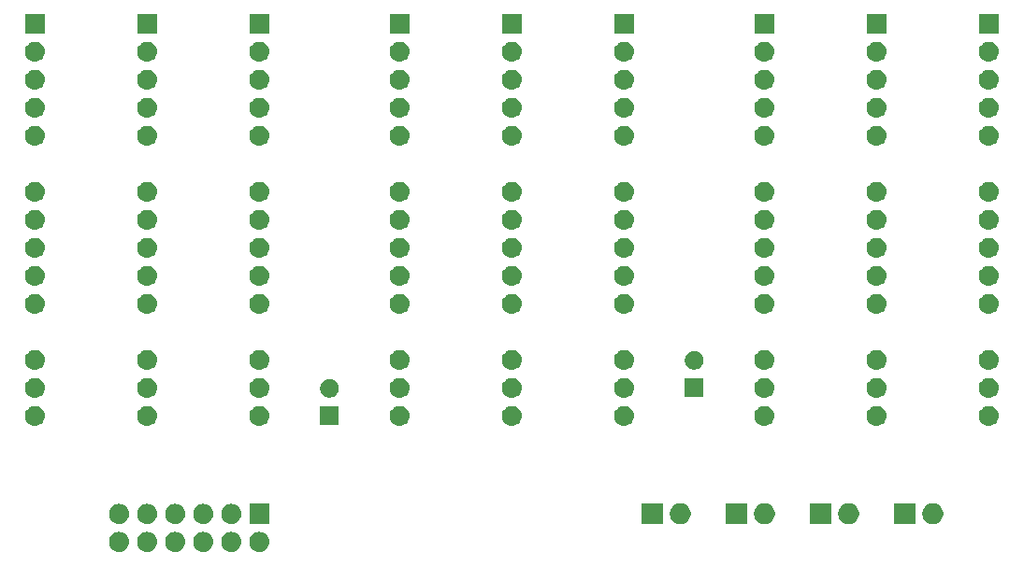
<source format=gbr>
G04 #@! TF.GenerationSoftware,KiCad,Pcbnew,5.0.2+dfsg1-1*
G04 #@! TF.CreationDate,2020-04-17T14:26:07+02:00*
G04 #@! TF.ProjectId,inc-dec,696e632d-6465-4632-9e6b-696361645f70,rev?*
G04 #@! TF.SameCoordinates,Original*
G04 #@! TF.FileFunction,Soldermask,Top*
G04 #@! TF.FilePolarity,Negative*
%FSLAX46Y46*%
G04 Gerber Fmt 4.6, Leading zero omitted, Abs format (unit mm)*
G04 Created by KiCad (PCBNEW 5.0.2+dfsg1-1) date Fri 17 Apr 2020 02:26:07 PM CEST*
%MOMM*%
%LPD*%
G01*
G04 APERTURE LIST*
%ADD10C,0.100000*%
G04 APERTURE END LIST*
D10*
G36*
X40819294Y-63868633D02*
X40991694Y-63920931D01*
X40991696Y-63920932D01*
X41150583Y-64005859D01*
X41150585Y-64005860D01*
X41150584Y-64005860D01*
X41289849Y-64120151D01*
X41404140Y-64259416D01*
X41489069Y-64418306D01*
X41541367Y-64590706D01*
X41559025Y-64770000D01*
X41541367Y-64949294D01*
X41489069Y-65121694D01*
X41489068Y-65121696D01*
X41404141Y-65280583D01*
X41289849Y-65419849D01*
X41150583Y-65534141D01*
X40991696Y-65619068D01*
X40991694Y-65619069D01*
X40819294Y-65671367D01*
X40684931Y-65684600D01*
X40595069Y-65684600D01*
X40460706Y-65671367D01*
X40288306Y-65619069D01*
X40288304Y-65619068D01*
X40129417Y-65534141D01*
X39990151Y-65419849D01*
X39875859Y-65280583D01*
X39790932Y-65121696D01*
X39790931Y-65121694D01*
X39738633Y-64949294D01*
X39720975Y-64770000D01*
X39738633Y-64590706D01*
X39790931Y-64418306D01*
X39875860Y-64259416D01*
X39990151Y-64120151D01*
X40129416Y-64005860D01*
X40129415Y-64005860D01*
X40129417Y-64005859D01*
X40288304Y-63920932D01*
X40288306Y-63920931D01*
X40460706Y-63868633D01*
X40595069Y-63855400D01*
X40684931Y-63855400D01*
X40819294Y-63868633D01*
X40819294Y-63868633D01*
G37*
G36*
X35739294Y-63868633D02*
X35911694Y-63920931D01*
X35911696Y-63920932D01*
X36070583Y-64005859D01*
X36070585Y-64005860D01*
X36070584Y-64005860D01*
X36209849Y-64120151D01*
X36324140Y-64259416D01*
X36409069Y-64418306D01*
X36461367Y-64590706D01*
X36479025Y-64770000D01*
X36461367Y-64949294D01*
X36409069Y-65121694D01*
X36409068Y-65121696D01*
X36324141Y-65280583D01*
X36209849Y-65419849D01*
X36070583Y-65534141D01*
X35911696Y-65619068D01*
X35911694Y-65619069D01*
X35739294Y-65671367D01*
X35604931Y-65684600D01*
X35515069Y-65684600D01*
X35380706Y-65671367D01*
X35208306Y-65619069D01*
X35208304Y-65619068D01*
X35049417Y-65534141D01*
X34910151Y-65419849D01*
X34795859Y-65280583D01*
X34710932Y-65121696D01*
X34710931Y-65121694D01*
X34658633Y-64949294D01*
X34640975Y-64770000D01*
X34658633Y-64590706D01*
X34710931Y-64418306D01*
X34795860Y-64259416D01*
X34910151Y-64120151D01*
X35049416Y-64005860D01*
X35049415Y-64005860D01*
X35049417Y-64005859D01*
X35208304Y-63920932D01*
X35208306Y-63920931D01*
X35380706Y-63868633D01*
X35515069Y-63855400D01*
X35604931Y-63855400D01*
X35739294Y-63868633D01*
X35739294Y-63868633D01*
G37*
G36*
X33199294Y-63868633D02*
X33371694Y-63920931D01*
X33371696Y-63920932D01*
X33530583Y-64005859D01*
X33530585Y-64005860D01*
X33530584Y-64005860D01*
X33669849Y-64120151D01*
X33784140Y-64259416D01*
X33869069Y-64418306D01*
X33921367Y-64590706D01*
X33939025Y-64770000D01*
X33921367Y-64949294D01*
X33869069Y-65121694D01*
X33869068Y-65121696D01*
X33784141Y-65280583D01*
X33669849Y-65419849D01*
X33530583Y-65534141D01*
X33371696Y-65619068D01*
X33371694Y-65619069D01*
X33199294Y-65671367D01*
X33064931Y-65684600D01*
X32975069Y-65684600D01*
X32840706Y-65671367D01*
X32668306Y-65619069D01*
X32668304Y-65619068D01*
X32509417Y-65534141D01*
X32370151Y-65419849D01*
X32255859Y-65280583D01*
X32170932Y-65121696D01*
X32170931Y-65121694D01*
X32118633Y-64949294D01*
X32100975Y-64770000D01*
X32118633Y-64590706D01*
X32170931Y-64418306D01*
X32255860Y-64259416D01*
X32370151Y-64120151D01*
X32509416Y-64005860D01*
X32509415Y-64005860D01*
X32509417Y-64005859D01*
X32668304Y-63920932D01*
X32668306Y-63920931D01*
X32840706Y-63868633D01*
X32975069Y-63855400D01*
X33064931Y-63855400D01*
X33199294Y-63868633D01*
X33199294Y-63868633D01*
G37*
G36*
X30659294Y-63868633D02*
X30831694Y-63920931D01*
X30831696Y-63920932D01*
X30990583Y-64005859D01*
X30990585Y-64005860D01*
X30990584Y-64005860D01*
X31129849Y-64120151D01*
X31244140Y-64259416D01*
X31329069Y-64418306D01*
X31381367Y-64590706D01*
X31399025Y-64770000D01*
X31381367Y-64949294D01*
X31329069Y-65121694D01*
X31329068Y-65121696D01*
X31244141Y-65280583D01*
X31129849Y-65419849D01*
X30990583Y-65534141D01*
X30831696Y-65619068D01*
X30831694Y-65619069D01*
X30659294Y-65671367D01*
X30524931Y-65684600D01*
X30435069Y-65684600D01*
X30300706Y-65671367D01*
X30128306Y-65619069D01*
X30128304Y-65619068D01*
X29969417Y-65534141D01*
X29830151Y-65419849D01*
X29715859Y-65280583D01*
X29630932Y-65121696D01*
X29630931Y-65121694D01*
X29578633Y-64949294D01*
X29560975Y-64770000D01*
X29578633Y-64590706D01*
X29630931Y-64418306D01*
X29715860Y-64259416D01*
X29830151Y-64120151D01*
X29969416Y-64005860D01*
X29969415Y-64005860D01*
X29969417Y-64005859D01*
X30128304Y-63920932D01*
X30128306Y-63920931D01*
X30300706Y-63868633D01*
X30435069Y-63855400D01*
X30524931Y-63855400D01*
X30659294Y-63868633D01*
X30659294Y-63868633D01*
G37*
G36*
X28119294Y-63868633D02*
X28291694Y-63920931D01*
X28291696Y-63920932D01*
X28450583Y-64005859D01*
X28450585Y-64005860D01*
X28450584Y-64005860D01*
X28589849Y-64120151D01*
X28704140Y-64259416D01*
X28789069Y-64418306D01*
X28841367Y-64590706D01*
X28859025Y-64770000D01*
X28841367Y-64949294D01*
X28789069Y-65121694D01*
X28789068Y-65121696D01*
X28704141Y-65280583D01*
X28589849Y-65419849D01*
X28450583Y-65534141D01*
X28291696Y-65619068D01*
X28291694Y-65619069D01*
X28119294Y-65671367D01*
X27984931Y-65684600D01*
X27895069Y-65684600D01*
X27760706Y-65671367D01*
X27588306Y-65619069D01*
X27588304Y-65619068D01*
X27429417Y-65534141D01*
X27290151Y-65419849D01*
X27175859Y-65280583D01*
X27090932Y-65121696D01*
X27090931Y-65121694D01*
X27038633Y-64949294D01*
X27020975Y-64770000D01*
X27038633Y-64590706D01*
X27090931Y-64418306D01*
X27175860Y-64259416D01*
X27290151Y-64120151D01*
X27429416Y-64005860D01*
X27429415Y-64005860D01*
X27429417Y-64005859D01*
X27588304Y-63920932D01*
X27588306Y-63920931D01*
X27760706Y-63868633D01*
X27895069Y-63855400D01*
X27984931Y-63855400D01*
X28119294Y-63868633D01*
X28119294Y-63868633D01*
G37*
G36*
X38279294Y-63868633D02*
X38451694Y-63920931D01*
X38451696Y-63920932D01*
X38610583Y-64005859D01*
X38610585Y-64005860D01*
X38610584Y-64005860D01*
X38749849Y-64120151D01*
X38864140Y-64259416D01*
X38949069Y-64418306D01*
X39001367Y-64590706D01*
X39019025Y-64770000D01*
X39001367Y-64949294D01*
X38949069Y-65121694D01*
X38949068Y-65121696D01*
X38864141Y-65280583D01*
X38749849Y-65419849D01*
X38610583Y-65534141D01*
X38451696Y-65619068D01*
X38451694Y-65619069D01*
X38279294Y-65671367D01*
X38144931Y-65684600D01*
X38055069Y-65684600D01*
X37920706Y-65671367D01*
X37748306Y-65619069D01*
X37748304Y-65619068D01*
X37589417Y-65534141D01*
X37450151Y-65419849D01*
X37335859Y-65280583D01*
X37250932Y-65121696D01*
X37250931Y-65121694D01*
X37198633Y-64949294D01*
X37180975Y-64770000D01*
X37198633Y-64590706D01*
X37250931Y-64418306D01*
X37335860Y-64259416D01*
X37450151Y-64120151D01*
X37589416Y-64005860D01*
X37589415Y-64005860D01*
X37589417Y-64005859D01*
X37748304Y-63920932D01*
X37748306Y-63920931D01*
X37920706Y-63868633D01*
X38055069Y-63855400D01*
X38144931Y-63855400D01*
X38279294Y-63868633D01*
X38279294Y-63868633D01*
G37*
G36*
X84771000Y-63181000D02*
X82869000Y-63181000D01*
X82869000Y-61279000D01*
X84771000Y-61279000D01*
X84771000Y-63181000D01*
X84771000Y-63181000D01*
G37*
G36*
X77151000Y-63181000D02*
X75249000Y-63181000D01*
X75249000Y-61279000D01*
X77151000Y-61279000D01*
X77151000Y-63181000D01*
X77151000Y-63181000D01*
G37*
G36*
X100011000Y-63181000D02*
X98109000Y-63181000D01*
X98109000Y-61279000D01*
X100011000Y-61279000D01*
X100011000Y-63181000D01*
X100011000Y-63181000D01*
G37*
G36*
X101877396Y-61315546D02*
X102050466Y-61387234D01*
X102206230Y-61491312D01*
X102338688Y-61623770D01*
X102442766Y-61779534D01*
X102514454Y-61952604D01*
X102551000Y-62136333D01*
X102551000Y-62323667D01*
X102514454Y-62507396D01*
X102442766Y-62680466D01*
X102338688Y-62836230D01*
X102206230Y-62968688D01*
X102050466Y-63072766D01*
X101877396Y-63144454D01*
X101693667Y-63181000D01*
X101506333Y-63181000D01*
X101322604Y-63144454D01*
X101149534Y-63072766D01*
X100993770Y-62968688D01*
X100861312Y-62836230D01*
X100757234Y-62680466D01*
X100685546Y-62507396D01*
X100649000Y-62323667D01*
X100649000Y-62136333D01*
X100685546Y-61952604D01*
X100757234Y-61779534D01*
X100861312Y-61623770D01*
X100993770Y-61491312D01*
X101149534Y-61387234D01*
X101322604Y-61315546D01*
X101506333Y-61279000D01*
X101693667Y-61279000D01*
X101877396Y-61315546D01*
X101877396Y-61315546D01*
G37*
G36*
X94257396Y-61315546D02*
X94430466Y-61387234D01*
X94586230Y-61491312D01*
X94718688Y-61623770D01*
X94822766Y-61779534D01*
X94894454Y-61952604D01*
X94931000Y-62136333D01*
X94931000Y-62323667D01*
X94894454Y-62507396D01*
X94822766Y-62680466D01*
X94718688Y-62836230D01*
X94586230Y-62968688D01*
X94430466Y-63072766D01*
X94257396Y-63144454D01*
X94073667Y-63181000D01*
X93886333Y-63181000D01*
X93702604Y-63144454D01*
X93529534Y-63072766D01*
X93373770Y-62968688D01*
X93241312Y-62836230D01*
X93137234Y-62680466D01*
X93065546Y-62507396D01*
X93029000Y-62323667D01*
X93029000Y-62136333D01*
X93065546Y-61952604D01*
X93137234Y-61779534D01*
X93241312Y-61623770D01*
X93373770Y-61491312D01*
X93529534Y-61387234D01*
X93702604Y-61315546D01*
X93886333Y-61279000D01*
X94073667Y-61279000D01*
X94257396Y-61315546D01*
X94257396Y-61315546D01*
G37*
G36*
X92391000Y-63181000D02*
X90489000Y-63181000D01*
X90489000Y-61279000D01*
X92391000Y-61279000D01*
X92391000Y-63181000D01*
X92391000Y-63181000D01*
G37*
G36*
X86637396Y-61315546D02*
X86810466Y-61387234D01*
X86966230Y-61491312D01*
X87098688Y-61623770D01*
X87202766Y-61779534D01*
X87274454Y-61952604D01*
X87311000Y-62136333D01*
X87311000Y-62323667D01*
X87274454Y-62507396D01*
X87202766Y-62680466D01*
X87098688Y-62836230D01*
X86966230Y-62968688D01*
X86810466Y-63072766D01*
X86637396Y-63144454D01*
X86453667Y-63181000D01*
X86266333Y-63181000D01*
X86082604Y-63144454D01*
X85909534Y-63072766D01*
X85753770Y-62968688D01*
X85621312Y-62836230D01*
X85517234Y-62680466D01*
X85445546Y-62507396D01*
X85409000Y-62323667D01*
X85409000Y-62136333D01*
X85445546Y-61952604D01*
X85517234Y-61779534D01*
X85621312Y-61623770D01*
X85753770Y-61491312D01*
X85909534Y-61387234D01*
X86082604Y-61315546D01*
X86266333Y-61279000D01*
X86453667Y-61279000D01*
X86637396Y-61315546D01*
X86637396Y-61315546D01*
G37*
G36*
X79017396Y-61315546D02*
X79190466Y-61387234D01*
X79346230Y-61491312D01*
X79478688Y-61623770D01*
X79582766Y-61779534D01*
X79654454Y-61952604D01*
X79691000Y-62136333D01*
X79691000Y-62323667D01*
X79654454Y-62507396D01*
X79582766Y-62680466D01*
X79478688Y-62836230D01*
X79346230Y-62968688D01*
X79190466Y-63072766D01*
X79017396Y-63144454D01*
X78833667Y-63181000D01*
X78646333Y-63181000D01*
X78462604Y-63144454D01*
X78289534Y-63072766D01*
X78133770Y-62968688D01*
X78001312Y-62836230D01*
X77897234Y-62680466D01*
X77825546Y-62507396D01*
X77789000Y-62323667D01*
X77789000Y-62136333D01*
X77825546Y-61952604D01*
X77897234Y-61779534D01*
X78001312Y-61623770D01*
X78133770Y-61491312D01*
X78289534Y-61387234D01*
X78462604Y-61315546D01*
X78646333Y-61279000D01*
X78833667Y-61279000D01*
X79017396Y-61315546D01*
X79017396Y-61315546D01*
G37*
G36*
X38279294Y-61328633D02*
X38451694Y-61380931D01*
X38451696Y-61380932D01*
X38610583Y-61465859D01*
X38749849Y-61580151D01*
X38864141Y-61719417D01*
X38896274Y-61779534D01*
X38949069Y-61878306D01*
X39001367Y-62050706D01*
X39019025Y-62230000D01*
X39001367Y-62409294D01*
X38971607Y-62507396D01*
X38949068Y-62581696D01*
X38864141Y-62740583D01*
X38749849Y-62879849D01*
X38610583Y-62994141D01*
X38463488Y-63072765D01*
X38451694Y-63079069D01*
X38279294Y-63131367D01*
X38144931Y-63144600D01*
X38055069Y-63144600D01*
X37920706Y-63131367D01*
X37748306Y-63079069D01*
X37736512Y-63072765D01*
X37589417Y-62994141D01*
X37450151Y-62879849D01*
X37335859Y-62740583D01*
X37250932Y-62581696D01*
X37228393Y-62507396D01*
X37198633Y-62409294D01*
X37180975Y-62230000D01*
X37198633Y-62050706D01*
X37250931Y-61878306D01*
X37303726Y-61779534D01*
X37335859Y-61719417D01*
X37450151Y-61580151D01*
X37589417Y-61465859D01*
X37748304Y-61380932D01*
X37748306Y-61380931D01*
X37920706Y-61328633D01*
X38055069Y-61315400D01*
X38144931Y-61315400D01*
X38279294Y-61328633D01*
X38279294Y-61328633D01*
G37*
G36*
X35739294Y-61328633D02*
X35911694Y-61380931D01*
X35911696Y-61380932D01*
X36070583Y-61465859D01*
X36209849Y-61580151D01*
X36324141Y-61719417D01*
X36356274Y-61779534D01*
X36409069Y-61878306D01*
X36461367Y-62050706D01*
X36479025Y-62230000D01*
X36461367Y-62409294D01*
X36431607Y-62507396D01*
X36409068Y-62581696D01*
X36324141Y-62740583D01*
X36209849Y-62879849D01*
X36070583Y-62994141D01*
X35923488Y-63072765D01*
X35911694Y-63079069D01*
X35739294Y-63131367D01*
X35604931Y-63144600D01*
X35515069Y-63144600D01*
X35380706Y-63131367D01*
X35208306Y-63079069D01*
X35196512Y-63072765D01*
X35049417Y-62994141D01*
X34910151Y-62879849D01*
X34795859Y-62740583D01*
X34710932Y-62581696D01*
X34688393Y-62507396D01*
X34658633Y-62409294D01*
X34640975Y-62230000D01*
X34658633Y-62050706D01*
X34710931Y-61878306D01*
X34763726Y-61779534D01*
X34795859Y-61719417D01*
X34910151Y-61580151D01*
X35049417Y-61465859D01*
X35208304Y-61380932D01*
X35208306Y-61380931D01*
X35380706Y-61328633D01*
X35515069Y-61315400D01*
X35604931Y-61315400D01*
X35739294Y-61328633D01*
X35739294Y-61328633D01*
G37*
G36*
X30659294Y-61328633D02*
X30831694Y-61380931D01*
X30831696Y-61380932D01*
X30990583Y-61465859D01*
X31129849Y-61580151D01*
X31244141Y-61719417D01*
X31276274Y-61779534D01*
X31329069Y-61878306D01*
X31381367Y-62050706D01*
X31399025Y-62230000D01*
X31381367Y-62409294D01*
X31351607Y-62507396D01*
X31329068Y-62581696D01*
X31244141Y-62740583D01*
X31129849Y-62879849D01*
X30990583Y-62994141D01*
X30843488Y-63072765D01*
X30831694Y-63079069D01*
X30659294Y-63131367D01*
X30524931Y-63144600D01*
X30435069Y-63144600D01*
X30300706Y-63131367D01*
X30128306Y-63079069D01*
X30116512Y-63072765D01*
X29969417Y-62994141D01*
X29830151Y-62879849D01*
X29715859Y-62740583D01*
X29630932Y-62581696D01*
X29608393Y-62507396D01*
X29578633Y-62409294D01*
X29560975Y-62230000D01*
X29578633Y-62050706D01*
X29630931Y-61878306D01*
X29683726Y-61779534D01*
X29715859Y-61719417D01*
X29830151Y-61580151D01*
X29969417Y-61465859D01*
X30128304Y-61380932D01*
X30128306Y-61380931D01*
X30300706Y-61328633D01*
X30435069Y-61315400D01*
X30524931Y-61315400D01*
X30659294Y-61328633D01*
X30659294Y-61328633D01*
G37*
G36*
X28119294Y-61328633D02*
X28291694Y-61380931D01*
X28291696Y-61380932D01*
X28450583Y-61465859D01*
X28589849Y-61580151D01*
X28704141Y-61719417D01*
X28736274Y-61779534D01*
X28789069Y-61878306D01*
X28841367Y-62050706D01*
X28859025Y-62230000D01*
X28841367Y-62409294D01*
X28811607Y-62507396D01*
X28789068Y-62581696D01*
X28704141Y-62740583D01*
X28589849Y-62879849D01*
X28450583Y-62994141D01*
X28303488Y-63072765D01*
X28291694Y-63079069D01*
X28119294Y-63131367D01*
X27984931Y-63144600D01*
X27895069Y-63144600D01*
X27760706Y-63131367D01*
X27588306Y-63079069D01*
X27576512Y-63072765D01*
X27429417Y-62994141D01*
X27290151Y-62879849D01*
X27175859Y-62740583D01*
X27090932Y-62581696D01*
X27068393Y-62507396D01*
X27038633Y-62409294D01*
X27020975Y-62230000D01*
X27038633Y-62050706D01*
X27090931Y-61878306D01*
X27143726Y-61779534D01*
X27175859Y-61719417D01*
X27290151Y-61580151D01*
X27429417Y-61465859D01*
X27588304Y-61380932D01*
X27588306Y-61380931D01*
X27760706Y-61328633D01*
X27895069Y-61315400D01*
X27984931Y-61315400D01*
X28119294Y-61328633D01*
X28119294Y-61328633D01*
G37*
G36*
X33199294Y-61328633D02*
X33371694Y-61380931D01*
X33371696Y-61380932D01*
X33530583Y-61465859D01*
X33669849Y-61580151D01*
X33784141Y-61719417D01*
X33816274Y-61779534D01*
X33869069Y-61878306D01*
X33921367Y-62050706D01*
X33939025Y-62230000D01*
X33921367Y-62409294D01*
X33891607Y-62507396D01*
X33869068Y-62581696D01*
X33784141Y-62740583D01*
X33669849Y-62879849D01*
X33530583Y-62994141D01*
X33383488Y-63072765D01*
X33371694Y-63079069D01*
X33199294Y-63131367D01*
X33064931Y-63144600D01*
X32975069Y-63144600D01*
X32840706Y-63131367D01*
X32668306Y-63079069D01*
X32656512Y-63072765D01*
X32509417Y-62994141D01*
X32370151Y-62879849D01*
X32255859Y-62740583D01*
X32170932Y-62581696D01*
X32148393Y-62507396D01*
X32118633Y-62409294D01*
X32100975Y-62230000D01*
X32118633Y-62050706D01*
X32170931Y-61878306D01*
X32223726Y-61779534D01*
X32255859Y-61719417D01*
X32370151Y-61580151D01*
X32509417Y-61465859D01*
X32668304Y-61380932D01*
X32668306Y-61380931D01*
X32840706Y-61328633D01*
X32975069Y-61315400D01*
X33064931Y-61315400D01*
X33199294Y-61328633D01*
X33199294Y-61328633D01*
G37*
G36*
X41554600Y-63144600D02*
X39725400Y-63144600D01*
X39725400Y-61315400D01*
X41554600Y-61315400D01*
X41554600Y-63144600D01*
X41554600Y-63144600D01*
G37*
G36*
X53450443Y-52445519D02*
X53516627Y-52452037D01*
X53629853Y-52486384D01*
X53686467Y-52503557D01*
X53825087Y-52577652D01*
X53842991Y-52587222D01*
X53878729Y-52616552D01*
X53980186Y-52699814D01*
X54063448Y-52801271D01*
X54092778Y-52837009D01*
X54092779Y-52837011D01*
X54176443Y-52993533D01*
X54176443Y-52993534D01*
X54227963Y-53163373D01*
X54245359Y-53340000D01*
X54227963Y-53516627D01*
X54193616Y-53629853D01*
X54176443Y-53686467D01*
X54102348Y-53825087D01*
X54092778Y-53842991D01*
X54063448Y-53878729D01*
X53980186Y-53980186D01*
X53878729Y-54063448D01*
X53842991Y-54092778D01*
X53842989Y-54092779D01*
X53686467Y-54176443D01*
X53638478Y-54191000D01*
X53516627Y-54227963D01*
X53450442Y-54234482D01*
X53384260Y-54241000D01*
X53295740Y-54241000D01*
X53229558Y-54234482D01*
X53163373Y-54227963D01*
X53041522Y-54191000D01*
X52993533Y-54176443D01*
X52837011Y-54092779D01*
X52837009Y-54092778D01*
X52801271Y-54063448D01*
X52699814Y-53980186D01*
X52616552Y-53878729D01*
X52587222Y-53842991D01*
X52577652Y-53825087D01*
X52503557Y-53686467D01*
X52486384Y-53629853D01*
X52452037Y-53516627D01*
X52434641Y-53340000D01*
X52452037Y-53163373D01*
X52503557Y-52993534D01*
X52503557Y-52993533D01*
X52587221Y-52837011D01*
X52587222Y-52837009D01*
X52616552Y-52801271D01*
X52699814Y-52699814D01*
X52801271Y-52616552D01*
X52837009Y-52587222D01*
X52854913Y-52577652D01*
X52993533Y-52503557D01*
X53050147Y-52486384D01*
X53163373Y-52452037D01*
X53229558Y-52445518D01*
X53295740Y-52439000D01*
X53384260Y-52439000D01*
X53450443Y-52445519D01*
X53450443Y-52445519D01*
G37*
G36*
X30590443Y-52445519D02*
X30656627Y-52452037D01*
X30769853Y-52486384D01*
X30826467Y-52503557D01*
X30965087Y-52577652D01*
X30982991Y-52587222D01*
X31018729Y-52616552D01*
X31120186Y-52699814D01*
X31203448Y-52801271D01*
X31232778Y-52837009D01*
X31232779Y-52837011D01*
X31316443Y-52993533D01*
X31316443Y-52993534D01*
X31367963Y-53163373D01*
X31385359Y-53340000D01*
X31367963Y-53516627D01*
X31333616Y-53629853D01*
X31316443Y-53686467D01*
X31242348Y-53825087D01*
X31232778Y-53842991D01*
X31203448Y-53878729D01*
X31120186Y-53980186D01*
X31018729Y-54063448D01*
X30982991Y-54092778D01*
X30982989Y-54092779D01*
X30826467Y-54176443D01*
X30778478Y-54191000D01*
X30656627Y-54227963D01*
X30590442Y-54234482D01*
X30524260Y-54241000D01*
X30435740Y-54241000D01*
X30369558Y-54234482D01*
X30303373Y-54227963D01*
X30181522Y-54191000D01*
X30133533Y-54176443D01*
X29977011Y-54092779D01*
X29977009Y-54092778D01*
X29941271Y-54063448D01*
X29839814Y-53980186D01*
X29756552Y-53878729D01*
X29727222Y-53842991D01*
X29717652Y-53825087D01*
X29643557Y-53686467D01*
X29626384Y-53629853D01*
X29592037Y-53516627D01*
X29574641Y-53340000D01*
X29592037Y-53163373D01*
X29643557Y-52993534D01*
X29643557Y-52993533D01*
X29727221Y-52837011D01*
X29727222Y-52837009D01*
X29756552Y-52801271D01*
X29839814Y-52699814D01*
X29941271Y-52616552D01*
X29977009Y-52587222D01*
X29994913Y-52577652D01*
X30133533Y-52503557D01*
X30190147Y-52486384D01*
X30303373Y-52452037D01*
X30369558Y-52445518D01*
X30435740Y-52439000D01*
X30524260Y-52439000D01*
X30590443Y-52445519D01*
X30590443Y-52445519D01*
G37*
G36*
X20430443Y-52445519D02*
X20496627Y-52452037D01*
X20609853Y-52486384D01*
X20666467Y-52503557D01*
X20805087Y-52577652D01*
X20822991Y-52587222D01*
X20858729Y-52616552D01*
X20960186Y-52699814D01*
X21043448Y-52801271D01*
X21072778Y-52837009D01*
X21072779Y-52837011D01*
X21156443Y-52993533D01*
X21156443Y-52993534D01*
X21207963Y-53163373D01*
X21225359Y-53340000D01*
X21207963Y-53516627D01*
X21173616Y-53629853D01*
X21156443Y-53686467D01*
X21082348Y-53825087D01*
X21072778Y-53842991D01*
X21043448Y-53878729D01*
X20960186Y-53980186D01*
X20858729Y-54063448D01*
X20822991Y-54092778D01*
X20822989Y-54092779D01*
X20666467Y-54176443D01*
X20618478Y-54191000D01*
X20496627Y-54227963D01*
X20430442Y-54234482D01*
X20364260Y-54241000D01*
X20275740Y-54241000D01*
X20209558Y-54234482D01*
X20143373Y-54227963D01*
X20021522Y-54191000D01*
X19973533Y-54176443D01*
X19817011Y-54092779D01*
X19817009Y-54092778D01*
X19781271Y-54063448D01*
X19679814Y-53980186D01*
X19596552Y-53878729D01*
X19567222Y-53842991D01*
X19557652Y-53825087D01*
X19483557Y-53686467D01*
X19466384Y-53629853D01*
X19432037Y-53516627D01*
X19414641Y-53340000D01*
X19432037Y-53163373D01*
X19483557Y-52993534D01*
X19483557Y-52993533D01*
X19567221Y-52837011D01*
X19567222Y-52837009D01*
X19596552Y-52801271D01*
X19679814Y-52699814D01*
X19781271Y-52616552D01*
X19817009Y-52587222D01*
X19834913Y-52577652D01*
X19973533Y-52503557D01*
X20030147Y-52486384D01*
X20143373Y-52452037D01*
X20209558Y-52445518D01*
X20275740Y-52439000D01*
X20364260Y-52439000D01*
X20430443Y-52445519D01*
X20430443Y-52445519D01*
G37*
G36*
X96630443Y-52445519D02*
X96696627Y-52452037D01*
X96809853Y-52486384D01*
X96866467Y-52503557D01*
X97005087Y-52577652D01*
X97022991Y-52587222D01*
X97058729Y-52616552D01*
X97160186Y-52699814D01*
X97243448Y-52801271D01*
X97272778Y-52837009D01*
X97272779Y-52837011D01*
X97356443Y-52993533D01*
X97356443Y-52993534D01*
X97407963Y-53163373D01*
X97425359Y-53340000D01*
X97407963Y-53516627D01*
X97373616Y-53629853D01*
X97356443Y-53686467D01*
X97282348Y-53825087D01*
X97272778Y-53842991D01*
X97243448Y-53878729D01*
X97160186Y-53980186D01*
X97058729Y-54063448D01*
X97022991Y-54092778D01*
X97022989Y-54092779D01*
X96866467Y-54176443D01*
X96818478Y-54191000D01*
X96696627Y-54227963D01*
X96630442Y-54234482D01*
X96564260Y-54241000D01*
X96475740Y-54241000D01*
X96409558Y-54234482D01*
X96343373Y-54227963D01*
X96221522Y-54191000D01*
X96173533Y-54176443D01*
X96017011Y-54092779D01*
X96017009Y-54092778D01*
X95981271Y-54063448D01*
X95879814Y-53980186D01*
X95796552Y-53878729D01*
X95767222Y-53842991D01*
X95757652Y-53825087D01*
X95683557Y-53686467D01*
X95666384Y-53629853D01*
X95632037Y-53516627D01*
X95614641Y-53340000D01*
X95632037Y-53163373D01*
X95683557Y-52993534D01*
X95683557Y-52993533D01*
X95767221Y-52837011D01*
X95767222Y-52837009D01*
X95796552Y-52801271D01*
X95879814Y-52699814D01*
X95981271Y-52616552D01*
X96017009Y-52587222D01*
X96034913Y-52577652D01*
X96173533Y-52503557D01*
X96230147Y-52486384D01*
X96343373Y-52452037D01*
X96409558Y-52445518D01*
X96475740Y-52439000D01*
X96564260Y-52439000D01*
X96630443Y-52445519D01*
X96630443Y-52445519D01*
G37*
G36*
X63610443Y-52445519D02*
X63676627Y-52452037D01*
X63789853Y-52486384D01*
X63846467Y-52503557D01*
X63985087Y-52577652D01*
X64002991Y-52587222D01*
X64038729Y-52616552D01*
X64140186Y-52699814D01*
X64223448Y-52801271D01*
X64252778Y-52837009D01*
X64252779Y-52837011D01*
X64336443Y-52993533D01*
X64336443Y-52993534D01*
X64387963Y-53163373D01*
X64405359Y-53340000D01*
X64387963Y-53516627D01*
X64353616Y-53629853D01*
X64336443Y-53686467D01*
X64262348Y-53825087D01*
X64252778Y-53842991D01*
X64223448Y-53878729D01*
X64140186Y-53980186D01*
X64038729Y-54063448D01*
X64002991Y-54092778D01*
X64002989Y-54092779D01*
X63846467Y-54176443D01*
X63798478Y-54191000D01*
X63676627Y-54227963D01*
X63610442Y-54234482D01*
X63544260Y-54241000D01*
X63455740Y-54241000D01*
X63389558Y-54234482D01*
X63323373Y-54227963D01*
X63201522Y-54191000D01*
X63153533Y-54176443D01*
X62997011Y-54092779D01*
X62997009Y-54092778D01*
X62961271Y-54063448D01*
X62859814Y-53980186D01*
X62776552Y-53878729D01*
X62747222Y-53842991D01*
X62737652Y-53825087D01*
X62663557Y-53686467D01*
X62646384Y-53629853D01*
X62612037Y-53516627D01*
X62594641Y-53340000D01*
X62612037Y-53163373D01*
X62663557Y-52993534D01*
X62663557Y-52993533D01*
X62747221Y-52837011D01*
X62747222Y-52837009D01*
X62776552Y-52801271D01*
X62859814Y-52699814D01*
X62961271Y-52616552D01*
X62997009Y-52587222D01*
X63014913Y-52577652D01*
X63153533Y-52503557D01*
X63210147Y-52486384D01*
X63323373Y-52452037D01*
X63389558Y-52445518D01*
X63455740Y-52439000D01*
X63544260Y-52439000D01*
X63610443Y-52445519D01*
X63610443Y-52445519D01*
G37*
G36*
X106790443Y-52445519D02*
X106856627Y-52452037D01*
X106969853Y-52486384D01*
X107026467Y-52503557D01*
X107165087Y-52577652D01*
X107182991Y-52587222D01*
X107218729Y-52616552D01*
X107320186Y-52699814D01*
X107403448Y-52801271D01*
X107432778Y-52837009D01*
X107432779Y-52837011D01*
X107516443Y-52993533D01*
X107516443Y-52993534D01*
X107567963Y-53163373D01*
X107585359Y-53340000D01*
X107567963Y-53516627D01*
X107533616Y-53629853D01*
X107516443Y-53686467D01*
X107442348Y-53825087D01*
X107432778Y-53842991D01*
X107403448Y-53878729D01*
X107320186Y-53980186D01*
X107218729Y-54063448D01*
X107182991Y-54092778D01*
X107182989Y-54092779D01*
X107026467Y-54176443D01*
X106978478Y-54191000D01*
X106856627Y-54227963D01*
X106790442Y-54234482D01*
X106724260Y-54241000D01*
X106635740Y-54241000D01*
X106569558Y-54234482D01*
X106503373Y-54227963D01*
X106381522Y-54191000D01*
X106333533Y-54176443D01*
X106177011Y-54092779D01*
X106177009Y-54092778D01*
X106141271Y-54063448D01*
X106039814Y-53980186D01*
X105956552Y-53878729D01*
X105927222Y-53842991D01*
X105917652Y-53825087D01*
X105843557Y-53686467D01*
X105826384Y-53629853D01*
X105792037Y-53516627D01*
X105774641Y-53340000D01*
X105792037Y-53163373D01*
X105843557Y-52993534D01*
X105843557Y-52993533D01*
X105927221Y-52837011D01*
X105927222Y-52837009D01*
X105956552Y-52801271D01*
X106039814Y-52699814D01*
X106141271Y-52616552D01*
X106177009Y-52587222D01*
X106194913Y-52577652D01*
X106333533Y-52503557D01*
X106390147Y-52486384D01*
X106503373Y-52452037D01*
X106569558Y-52445518D01*
X106635740Y-52439000D01*
X106724260Y-52439000D01*
X106790443Y-52445519D01*
X106790443Y-52445519D01*
G37*
G36*
X86470443Y-52445519D02*
X86536627Y-52452037D01*
X86649853Y-52486384D01*
X86706467Y-52503557D01*
X86845087Y-52577652D01*
X86862991Y-52587222D01*
X86898729Y-52616552D01*
X87000186Y-52699814D01*
X87083448Y-52801271D01*
X87112778Y-52837009D01*
X87112779Y-52837011D01*
X87196443Y-52993533D01*
X87196443Y-52993534D01*
X87247963Y-53163373D01*
X87265359Y-53340000D01*
X87247963Y-53516627D01*
X87213616Y-53629853D01*
X87196443Y-53686467D01*
X87122348Y-53825087D01*
X87112778Y-53842991D01*
X87083448Y-53878729D01*
X87000186Y-53980186D01*
X86898729Y-54063448D01*
X86862991Y-54092778D01*
X86862989Y-54092779D01*
X86706467Y-54176443D01*
X86658478Y-54191000D01*
X86536627Y-54227963D01*
X86470442Y-54234482D01*
X86404260Y-54241000D01*
X86315740Y-54241000D01*
X86249558Y-54234482D01*
X86183373Y-54227963D01*
X86061522Y-54191000D01*
X86013533Y-54176443D01*
X85857011Y-54092779D01*
X85857009Y-54092778D01*
X85821271Y-54063448D01*
X85719814Y-53980186D01*
X85636552Y-53878729D01*
X85607222Y-53842991D01*
X85597652Y-53825087D01*
X85523557Y-53686467D01*
X85506384Y-53629853D01*
X85472037Y-53516627D01*
X85454641Y-53340000D01*
X85472037Y-53163373D01*
X85523557Y-52993534D01*
X85523557Y-52993533D01*
X85607221Y-52837011D01*
X85607222Y-52837009D01*
X85636552Y-52801271D01*
X85719814Y-52699814D01*
X85821271Y-52616552D01*
X85857009Y-52587222D01*
X85874913Y-52577652D01*
X86013533Y-52503557D01*
X86070147Y-52486384D01*
X86183373Y-52452037D01*
X86249558Y-52445518D01*
X86315740Y-52439000D01*
X86404260Y-52439000D01*
X86470443Y-52445519D01*
X86470443Y-52445519D01*
G37*
G36*
X73770443Y-52445519D02*
X73836627Y-52452037D01*
X73949853Y-52486384D01*
X74006467Y-52503557D01*
X74145087Y-52577652D01*
X74162991Y-52587222D01*
X74198729Y-52616552D01*
X74300186Y-52699814D01*
X74383448Y-52801271D01*
X74412778Y-52837009D01*
X74412779Y-52837011D01*
X74496443Y-52993533D01*
X74496443Y-52993534D01*
X74547963Y-53163373D01*
X74565359Y-53340000D01*
X74547963Y-53516627D01*
X74513616Y-53629853D01*
X74496443Y-53686467D01*
X74422348Y-53825087D01*
X74412778Y-53842991D01*
X74383448Y-53878729D01*
X74300186Y-53980186D01*
X74198729Y-54063448D01*
X74162991Y-54092778D01*
X74162989Y-54092779D01*
X74006467Y-54176443D01*
X73958478Y-54191000D01*
X73836627Y-54227963D01*
X73770442Y-54234482D01*
X73704260Y-54241000D01*
X73615740Y-54241000D01*
X73549558Y-54234482D01*
X73483373Y-54227963D01*
X73361522Y-54191000D01*
X73313533Y-54176443D01*
X73157011Y-54092779D01*
X73157009Y-54092778D01*
X73121271Y-54063448D01*
X73019814Y-53980186D01*
X72936552Y-53878729D01*
X72907222Y-53842991D01*
X72897652Y-53825087D01*
X72823557Y-53686467D01*
X72806384Y-53629853D01*
X72772037Y-53516627D01*
X72754641Y-53340000D01*
X72772037Y-53163373D01*
X72823557Y-52993534D01*
X72823557Y-52993533D01*
X72907221Y-52837011D01*
X72907222Y-52837009D01*
X72936552Y-52801271D01*
X73019814Y-52699814D01*
X73121271Y-52616552D01*
X73157009Y-52587222D01*
X73174913Y-52577652D01*
X73313533Y-52503557D01*
X73370147Y-52486384D01*
X73483373Y-52452037D01*
X73549558Y-52445518D01*
X73615740Y-52439000D01*
X73704260Y-52439000D01*
X73770443Y-52445519D01*
X73770443Y-52445519D01*
G37*
G36*
X40750443Y-52445519D02*
X40816627Y-52452037D01*
X40929853Y-52486384D01*
X40986467Y-52503557D01*
X41125087Y-52577652D01*
X41142991Y-52587222D01*
X41178729Y-52616552D01*
X41280186Y-52699814D01*
X41363448Y-52801271D01*
X41392778Y-52837009D01*
X41392779Y-52837011D01*
X41476443Y-52993533D01*
X41476443Y-52993534D01*
X41527963Y-53163373D01*
X41545359Y-53340000D01*
X41527963Y-53516627D01*
X41493616Y-53629853D01*
X41476443Y-53686467D01*
X41402348Y-53825087D01*
X41392778Y-53842991D01*
X41363448Y-53878729D01*
X41280186Y-53980186D01*
X41178729Y-54063448D01*
X41142991Y-54092778D01*
X41142989Y-54092779D01*
X40986467Y-54176443D01*
X40938478Y-54191000D01*
X40816627Y-54227963D01*
X40750442Y-54234482D01*
X40684260Y-54241000D01*
X40595740Y-54241000D01*
X40529558Y-54234482D01*
X40463373Y-54227963D01*
X40341522Y-54191000D01*
X40293533Y-54176443D01*
X40137011Y-54092779D01*
X40137009Y-54092778D01*
X40101271Y-54063448D01*
X39999814Y-53980186D01*
X39916552Y-53878729D01*
X39887222Y-53842991D01*
X39877652Y-53825087D01*
X39803557Y-53686467D01*
X39786384Y-53629853D01*
X39752037Y-53516627D01*
X39734641Y-53340000D01*
X39752037Y-53163373D01*
X39803557Y-52993534D01*
X39803557Y-52993533D01*
X39887221Y-52837011D01*
X39887222Y-52837009D01*
X39916552Y-52801271D01*
X39999814Y-52699814D01*
X40101271Y-52616552D01*
X40137009Y-52587222D01*
X40154913Y-52577652D01*
X40293533Y-52503557D01*
X40350147Y-52486384D01*
X40463373Y-52452037D01*
X40529558Y-52445518D01*
X40595740Y-52439000D01*
X40684260Y-52439000D01*
X40750443Y-52445519D01*
X40750443Y-52445519D01*
G37*
G36*
X47841000Y-54191000D02*
X46139000Y-54191000D01*
X46139000Y-52489000D01*
X47841000Y-52489000D01*
X47841000Y-54191000D01*
X47841000Y-54191000D01*
G37*
G36*
X20430442Y-49905518D02*
X20496627Y-49912037D01*
X20609853Y-49946384D01*
X20666467Y-49963557D01*
X20775249Y-50021703D01*
X20822991Y-50047222D01*
X20858729Y-50076552D01*
X20960186Y-50159814D01*
X21043448Y-50261271D01*
X21072778Y-50297009D01*
X21072779Y-50297011D01*
X21156443Y-50453533D01*
X21156443Y-50453534D01*
X21207963Y-50623373D01*
X21225359Y-50800000D01*
X21207963Y-50976627D01*
X21174109Y-51088228D01*
X21156443Y-51146467D01*
X21104791Y-51243100D01*
X21072778Y-51302991D01*
X21043448Y-51338729D01*
X20960186Y-51440186D01*
X20858729Y-51523448D01*
X20822991Y-51552778D01*
X20822989Y-51552779D01*
X20666467Y-51636443D01*
X20618478Y-51651000D01*
X20496627Y-51687963D01*
X20430442Y-51694482D01*
X20364260Y-51701000D01*
X20275740Y-51701000D01*
X20209558Y-51694482D01*
X20143373Y-51687963D01*
X20021522Y-51651000D01*
X19973533Y-51636443D01*
X19817011Y-51552779D01*
X19817009Y-51552778D01*
X19781271Y-51523448D01*
X19679814Y-51440186D01*
X19596552Y-51338729D01*
X19567222Y-51302991D01*
X19535209Y-51243100D01*
X19483557Y-51146467D01*
X19465891Y-51088228D01*
X19432037Y-50976627D01*
X19414641Y-50800000D01*
X19432037Y-50623373D01*
X19483557Y-50453534D01*
X19483557Y-50453533D01*
X19567221Y-50297011D01*
X19567222Y-50297009D01*
X19596552Y-50261271D01*
X19679814Y-50159814D01*
X19781271Y-50076552D01*
X19817009Y-50047222D01*
X19864751Y-50021703D01*
X19973533Y-49963557D01*
X20030147Y-49946384D01*
X20143373Y-49912037D01*
X20209558Y-49905518D01*
X20275740Y-49899000D01*
X20364260Y-49899000D01*
X20430442Y-49905518D01*
X20430442Y-49905518D01*
G37*
G36*
X30590442Y-49905518D02*
X30656627Y-49912037D01*
X30769853Y-49946384D01*
X30826467Y-49963557D01*
X30935249Y-50021703D01*
X30982991Y-50047222D01*
X31018729Y-50076552D01*
X31120186Y-50159814D01*
X31203448Y-50261271D01*
X31232778Y-50297009D01*
X31232779Y-50297011D01*
X31316443Y-50453533D01*
X31316443Y-50453534D01*
X31367963Y-50623373D01*
X31385359Y-50800000D01*
X31367963Y-50976627D01*
X31334109Y-51088228D01*
X31316443Y-51146467D01*
X31264791Y-51243100D01*
X31232778Y-51302991D01*
X31203448Y-51338729D01*
X31120186Y-51440186D01*
X31018729Y-51523448D01*
X30982991Y-51552778D01*
X30982989Y-51552779D01*
X30826467Y-51636443D01*
X30778478Y-51651000D01*
X30656627Y-51687963D01*
X30590442Y-51694482D01*
X30524260Y-51701000D01*
X30435740Y-51701000D01*
X30369558Y-51694482D01*
X30303373Y-51687963D01*
X30181522Y-51651000D01*
X30133533Y-51636443D01*
X29977011Y-51552779D01*
X29977009Y-51552778D01*
X29941271Y-51523448D01*
X29839814Y-51440186D01*
X29756552Y-51338729D01*
X29727222Y-51302991D01*
X29695209Y-51243100D01*
X29643557Y-51146467D01*
X29625891Y-51088228D01*
X29592037Y-50976627D01*
X29574641Y-50800000D01*
X29592037Y-50623373D01*
X29643557Y-50453534D01*
X29643557Y-50453533D01*
X29727221Y-50297011D01*
X29727222Y-50297009D01*
X29756552Y-50261271D01*
X29839814Y-50159814D01*
X29941271Y-50076552D01*
X29977009Y-50047222D01*
X30024751Y-50021703D01*
X30133533Y-49963557D01*
X30190147Y-49946384D01*
X30303373Y-49912037D01*
X30369557Y-49905519D01*
X30435740Y-49899000D01*
X30524260Y-49899000D01*
X30590442Y-49905518D01*
X30590442Y-49905518D01*
G37*
G36*
X40750442Y-49905518D02*
X40816627Y-49912037D01*
X40929853Y-49946384D01*
X40986467Y-49963557D01*
X41095249Y-50021703D01*
X41142991Y-50047222D01*
X41178729Y-50076552D01*
X41280186Y-50159814D01*
X41363448Y-50261271D01*
X41392778Y-50297009D01*
X41392779Y-50297011D01*
X41476443Y-50453533D01*
X41476443Y-50453534D01*
X41527963Y-50623373D01*
X41545359Y-50800000D01*
X41527963Y-50976627D01*
X41494109Y-51088228D01*
X41476443Y-51146467D01*
X41424791Y-51243100D01*
X41392778Y-51302991D01*
X41363448Y-51338729D01*
X41280186Y-51440186D01*
X41178729Y-51523448D01*
X41142991Y-51552778D01*
X41142989Y-51552779D01*
X40986467Y-51636443D01*
X40938478Y-51651000D01*
X40816627Y-51687963D01*
X40750442Y-51694482D01*
X40684260Y-51701000D01*
X40595740Y-51701000D01*
X40529558Y-51694482D01*
X40463373Y-51687963D01*
X40341522Y-51651000D01*
X40293533Y-51636443D01*
X40137011Y-51552779D01*
X40137009Y-51552778D01*
X40101271Y-51523448D01*
X39999814Y-51440186D01*
X39916552Y-51338729D01*
X39887222Y-51302991D01*
X39855209Y-51243100D01*
X39803557Y-51146467D01*
X39785891Y-51088228D01*
X39752037Y-50976627D01*
X39734641Y-50800000D01*
X39752037Y-50623373D01*
X39803557Y-50453534D01*
X39803557Y-50453533D01*
X39887221Y-50297011D01*
X39887222Y-50297009D01*
X39916552Y-50261271D01*
X39999814Y-50159814D01*
X40101271Y-50076552D01*
X40137009Y-50047222D01*
X40184751Y-50021703D01*
X40293533Y-49963557D01*
X40350147Y-49946384D01*
X40463373Y-49912037D01*
X40529557Y-49905519D01*
X40595740Y-49899000D01*
X40684260Y-49899000D01*
X40750442Y-49905518D01*
X40750442Y-49905518D01*
G37*
G36*
X53450442Y-49905518D02*
X53516627Y-49912037D01*
X53629853Y-49946384D01*
X53686467Y-49963557D01*
X53795249Y-50021703D01*
X53842991Y-50047222D01*
X53878729Y-50076552D01*
X53980186Y-50159814D01*
X54063448Y-50261271D01*
X54092778Y-50297009D01*
X54092779Y-50297011D01*
X54176443Y-50453533D01*
X54176443Y-50453534D01*
X54227963Y-50623373D01*
X54245359Y-50800000D01*
X54227963Y-50976627D01*
X54194109Y-51088228D01*
X54176443Y-51146467D01*
X54124791Y-51243100D01*
X54092778Y-51302991D01*
X54063448Y-51338729D01*
X53980186Y-51440186D01*
X53878729Y-51523448D01*
X53842991Y-51552778D01*
X53842989Y-51552779D01*
X53686467Y-51636443D01*
X53638478Y-51651000D01*
X53516627Y-51687963D01*
X53450442Y-51694482D01*
X53384260Y-51701000D01*
X53295740Y-51701000D01*
X53229558Y-51694482D01*
X53163373Y-51687963D01*
X53041522Y-51651000D01*
X52993533Y-51636443D01*
X52837011Y-51552779D01*
X52837009Y-51552778D01*
X52801271Y-51523448D01*
X52699814Y-51440186D01*
X52616552Y-51338729D01*
X52587222Y-51302991D01*
X52555209Y-51243100D01*
X52503557Y-51146467D01*
X52485891Y-51088228D01*
X52452037Y-50976627D01*
X52434641Y-50800000D01*
X52452037Y-50623373D01*
X52503557Y-50453534D01*
X52503557Y-50453533D01*
X52587221Y-50297011D01*
X52587222Y-50297009D01*
X52616552Y-50261271D01*
X52699814Y-50159814D01*
X52801271Y-50076552D01*
X52837009Y-50047222D01*
X52884751Y-50021703D01*
X52993533Y-49963557D01*
X53050147Y-49946384D01*
X53163373Y-49912037D01*
X53229557Y-49905519D01*
X53295740Y-49899000D01*
X53384260Y-49899000D01*
X53450442Y-49905518D01*
X53450442Y-49905518D01*
G37*
G36*
X106790442Y-49905518D02*
X106856627Y-49912037D01*
X106969853Y-49946384D01*
X107026467Y-49963557D01*
X107135249Y-50021703D01*
X107182991Y-50047222D01*
X107218729Y-50076552D01*
X107320186Y-50159814D01*
X107403448Y-50261271D01*
X107432778Y-50297009D01*
X107432779Y-50297011D01*
X107516443Y-50453533D01*
X107516443Y-50453534D01*
X107567963Y-50623373D01*
X107585359Y-50800000D01*
X107567963Y-50976627D01*
X107534109Y-51088228D01*
X107516443Y-51146467D01*
X107464791Y-51243100D01*
X107432778Y-51302991D01*
X107403448Y-51338729D01*
X107320186Y-51440186D01*
X107218729Y-51523448D01*
X107182991Y-51552778D01*
X107182989Y-51552779D01*
X107026467Y-51636443D01*
X106978478Y-51651000D01*
X106856627Y-51687963D01*
X106790442Y-51694482D01*
X106724260Y-51701000D01*
X106635740Y-51701000D01*
X106569558Y-51694482D01*
X106503373Y-51687963D01*
X106381522Y-51651000D01*
X106333533Y-51636443D01*
X106177011Y-51552779D01*
X106177009Y-51552778D01*
X106141271Y-51523448D01*
X106039814Y-51440186D01*
X105956552Y-51338729D01*
X105927222Y-51302991D01*
X105895209Y-51243100D01*
X105843557Y-51146467D01*
X105825891Y-51088228D01*
X105792037Y-50976627D01*
X105774641Y-50800000D01*
X105792037Y-50623373D01*
X105843557Y-50453534D01*
X105843557Y-50453533D01*
X105927221Y-50297011D01*
X105927222Y-50297009D01*
X105956552Y-50261271D01*
X106039814Y-50159814D01*
X106141271Y-50076552D01*
X106177009Y-50047222D01*
X106224751Y-50021703D01*
X106333533Y-49963557D01*
X106390147Y-49946384D01*
X106503373Y-49912037D01*
X106569557Y-49905519D01*
X106635740Y-49899000D01*
X106724260Y-49899000D01*
X106790442Y-49905518D01*
X106790442Y-49905518D01*
G37*
G36*
X96630442Y-49905518D02*
X96696627Y-49912037D01*
X96809853Y-49946384D01*
X96866467Y-49963557D01*
X96975249Y-50021703D01*
X97022991Y-50047222D01*
X97058729Y-50076552D01*
X97160186Y-50159814D01*
X97243448Y-50261271D01*
X97272778Y-50297009D01*
X97272779Y-50297011D01*
X97356443Y-50453533D01*
X97356443Y-50453534D01*
X97407963Y-50623373D01*
X97425359Y-50800000D01*
X97407963Y-50976627D01*
X97374109Y-51088228D01*
X97356443Y-51146467D01*
X97304791Y-51243100D01*
X97272778Y-51302991D01*
X97243448Y-51338729D01*
X97160186Y-51440186D01*
X97058729Y-51523448D01*
X97022991Y-51552778D01*
X97022989Y-51552779D01*
X96866467Y-51636443D01*
X96818478Y-51651000D01*
X96696627Y-51687963D01*
X96630442Y-51694482D01*
X96564260Y-51701000D01*
X96475740Y-51701000D01*
X96409558Y-51694482D01*
X96343373Y-51687963D01*
X96221522Y-51651000D01*
X96173533Y-51636443D01*
X96017011Y-51552779D01*
X96017009Y-51552778D01*
X95981271Y-51523448D01*
X95879814Y-51440186D01*
X95796552Y-51338729D01*
X95767222Y-51302991D01*
X95735209Y-51243100D01*
X95683557Y-51146467D01*
X95665891Y-51088228D01*
X95632037Y-50976627D01*
X95614641Y-50800000D01*
X95632037Y-50623373D01*
X95683557Y-50453534D01*
X95683557Y-50453533D01*
X95767221Y-50297011D01*
X95767222Y-50297009D01*
X95796552Y-50261271D01*
X95879814Y-50159814D01*
X95981271Y-50076552D01*
X96017009Y-50047222D01*
X96064751Y-50021703D01*
X96173533Y-49963557D01*
X96230147Y-49946384D01*
X96343373Y-49912037D01*
X96409557Y-49905519D01*
X96475740Y-49899000D01*
X96564260Y-49899000D01*
X96630442Y-49905518D01*
X96630442Y-49905518D01*
G37*
G36*
X73770442Y-49905518D02*
X73836627Y-49912037D01*
X73949853Y-49946384D01*
X74006467Y-49963557D01*
X74115249Y-50021703D01*
X74162991Y-50047222D01*
X74198729Y-50076552D01*
X74300186Y-50159814D01*
X74383448Y-50261271D01*
X74412778Y-50297009D01*
X74412779Y-50297011D01*
X74496443Y-50453533D01*
X74496443Y-50453534D01*
X74547963Y-50623373D01*
X74565359Y-50800000D01*
X74547963Y-50976627D01*
X74514109Y-51088228D01*
X74496443Y-51146467D01*
X74444791Y-51243100D01*
X74412778Y-51302991D01*
X74383448Y-51338729D01*
X74300186Y-51440186D01*
X74198729Y-51523448D01*
X74162991Y-51552778D01*
X74162989Y-51552779D01*
X74006467Y-51636443D01*
X73958478Y-51651000D01*
X73836627Y-51687963D01*
X73770442Y-51694482D01*
X73704260Y-51701000D01*
X73615740Y-51701000D01*
X73549558Y-51694482D01*
X73483373Y-51687963D01*
X73361522Y-51651000D01*
X73313533Y-51636443D01*
X73157011Y-51552779D01*
X73157009Y-51552778D01*
X73121271Y-51523448D01*
X73019814Y-51440186D01*
X72936552Y-51338729D01*
X72907222Y-51302991D01*
X72875209Y-51243100D01*
X72823557Y-51146467D01*
X72805891Y-51088228D01*
X72772037Y-50976627D01*
X72754641Y-50800000D01*
X72772037Y-50623373D01*
X72823557Y-50453534D01*
X72823557Y-50453533D01*
X72907221Y-50297011D01*
X72907222Y-50297009D01*
X72936552Y-50261271D01*
X73019814Y-50159814D01*
X73121271Y-50076552D01*
X73157009Y-50047222D01*
X73204751Y-50021703D01*
X73313533Y-49963557D01*
X73370147Y-49946384D01*
X73483373Y-49912037D01*
X73549557Y-49905519D01*
X73615740Y-49899000D01*
X73704260Y-49899000D01*
X73770442Y-49905518D01*
X73770442Y-49905518D01*
G37*
G36*
X86470442Y-49905518D02*
X86536627Y-49912037D01*
X86649853Y-49946384D01*
X86706467Y-49963557D01*
X86815249Y-50021703D01*
X86862991Y-50047222D01*
X86898729Y-50076552D01*
X87000186Y-50159814D01*
X87083448Y-50261271D01*
X87112778Y-50297009D01*
X87112779Y-50297011D01*
X87196443Y-50453533D01*
X87196443Y-50453534D01*
X87247963Y-50623373D01*
X87265359Y-50800000D01*
X87247963Y-50976627D01*
X87214109Y-51088228D01*
X87196443Y-51146467D01*
X87144791Y-51243100D01*
X87112778Y-51302991D01*
X87083448Y-51338729D01*
X87000186Y-51440186D01*
X86898729Y-51523448D01*
X86862991Y-51552778D01*
X86862989Y-51552779D01*
X86706467Y-51636443D01*
X86658478Y-51651000D01*
X86536627Y-51687963D01*
X86470442Y-51694482D01*
X86404260Y-51701000D01*
X86315740Y-51701000D01*
X86249558Y-51694482D01*
X86183373Y-51687963D01*
X86061522Y-51651000D01*
X86013533Y-51636443D01*
X85857011Y-51552779D01*
X85857009Y-51552778D01*
X85821271Y-51523448D01*
X85719814Y-51440186D01*
X85636552Y-51338729D01*
X85607222Y-51302991D01*
X85575209Y-51243100D01*
X85523557Y-51146467D01*
X85505891Y-51088228D01*
X85472037Y-50976627D01*
X85454641Y-50800000D01*
X85472037Y-50623373D01*
X85523557Y-50453534D01*
X85523557Y-50453533D01*
X85607221Y-50297011D01*
X85607222Y-50297009D01*
X85636552Y-50261271D01*
X85719814Y-50159814D01*
X85821271Y-50076552D01*
X85857009Y-50047222D01*
X85904751Y-50021703D01*
X86013533Y-49963557D01*
X86070147Y-49946384D01*
X86183373Y-49912037D01*
X86249557Y-49905519D01*
X86315740Y-49899000D01*
X86404260Y-49899000D01*
X86470442Y-49905518D01*
X86470442Y-49905518D01*
G37*
G36*
X63610442Y-49905518D02*
X63676627Y-49912037D01*
X63789853Y-49946384D01*
X63846467Y-49963557D01*
X63955249Y-50021703D01*
X64002991Y-50047222D01*
X64038729Y-50076552D01*
X64140186Y-50159814D01*
X64223448Y-50261271D01*
X64252778Y-50297009D01*
X64252779Y-50297011D01*
X64336443Y-50453533D01*
X64336443Y-50453534D01*
X64387963Y-50623373D01*
X64405359Y-50800000D01*
X64387963Y-50976627D01*
X64354109Y-51088228D01*
X64336443Y-51146467D01*
X64284791Y-51243100D01*
X64252778Y-51302991D01*
X64223448Y-51338729D01*
X64140186Y-51440186D01*
X64038729Y-51523448D01*
X64002991Y-51552778D01*
X64002989Y-51552779D01*
X63846467Y-51636443D01*
X63798478Y-51651000D01*
X63676627Y-51687963D01*
X63610442Y-51694482D01*
X63544260Y-51701000D01*
X63455740Y-51701000D01*
X63389558Y-51694482D01*
X63323373Y-51687963D01*
X63201522Y-51651000D01*
X63153533Y-51636443D01*
X62997011Y-51552779D01*
X62997009Y-51552778D01*
X62961271Y-51523448D01*
X62859814Y-51440186D01*
X62776552Y-51338729D01*
X62747222Y-51302991D01*
X62715209Y-51243100D01*
X62663557Y-51146467D01*
X62645891Y-51088228D01*
X62612037Y-50976627D01*
X62594641Y-50800000D01*
X62612037Y-50623373D01*
X62663557Y-50453534D01*
X62663557Y-50453533D01*
X62747221Y-50297011D01*
X62747222Y-50297009D01*
X62776552Y-50261271D01*
X62859814Y-50159814D01*
X62961271Y-50076552D01*
X62997009Y-50047222D01*
X63044751Y-50021703D01*
X63153533Y-49963557D01*
X63210147Y-49946384D01*
X63323373Y-49912037D01*
X63389557Y-49905519D01*
X63455740Y-49899000D01*
X63544260Y-49899000D01*
X63610442Y-49905518D01*
X63610442Y-49905518D01*
G37*
G36*
X47238228Y-50021703D02*
X47393100Y-50085853D01*
X47532481Y-50178985D01*
X47651015Y-50297519D01*
X47744147Y-50436900D01*
X47808297Y-50591772D01*
X47841000Y-50756184D01*
X47841000Y-50923816D01*
X47808297Y-51088228D01*
X47744147Y-51243100D01*
X47651015Y-51382481D01*
X47532481Y-51501015D01*
X47393100Y-51594147D01*
X47238228Y-51658297D01*
X47073816Y-51691000D01*
X46906184Y-51691000D01*
X46741772Y-51658297D01*
X46586900Y-51594147D01*
X46447519Y-51501015D01*
X46328985Y-51382481D01*
X46235853Y-51243100D01*
X46171703Y-51088228D01*
X46139000Y-50923816D01*
X46139000Y-50756184D01*
X46171703Y-50591772D01*
X46235853Y-50436900D01*
X46328985Y-50297519D01*
X46447519Y-50178985D01*
X46586900Y-50085853D01*
X46741772Y-50021703D01*
X46906184Y-49989000D01*
X47073816Y-49989000D01*
X47238228Y-50021703D01*
X47238228Y-50021703D01*
G37*
G36*
X80861000Y-51651000D02*
X79159000Y-51651000D01*
X79159000Y-49949000D01*
X80861000Y-49949000D01*
X80861000Y-51651000D01*
X80861000Y-51651000D01*
G37*
G36*
X106790443Y-47365519D02*
X106856627Y-47372037D01*
X106969853Y-47406384D01*
X107026467Y-47423557D01*
X107135249Y-47481703D01*
X107182991Y-47507222D01*
X107218729Y-47536552D01*
X107320186Y-47619814D01*
X107403448Y-47721271D01*
X107432778Y-47757009D01*
X107432779Y-47757011D01*
X107516443Y-47913533D01*
X107516443Y-47913534D01*
X107567963Y-48083373D01*
X107585359Y-48260000D01*
X107567963Y-48436627D01*
X107534109Y-48548228D01*
X107516443Y-48606467D01*
X107464791Y-48703100D01*
X107432778Y-48762991D01*
X107403448Y-48798729D01*
X107320186Y-48900186D01*
X107218729Y-48983448D01*
X107182991Y-49012778D01*
X107182989Y-49012779D01*
X107026467Y-49096443D01*
X106969853Y-49113616D01*
X106856627Y-49147963D01*
X106790443Y-49154481D01*
X106724260Y-49161000D01*
X106635740Y-49161000D01*
X106569557Y-49154481D01*
X106503373Y-49147963D01*
X106390147Y-49113616D01*
X106333533Y-49096443D01*
X106177011Y-49012779D01*
X106177009Y-49012778D01*
X106141271Y-48983448D01*
X106039814Y-48900186D01*
X105956552Y-48798729D01*
X105927222Y-48762991D01*
X105895209Y-48703100D01*
X105843557Y-48606467D01*
X105825891Y-48548228D01*
X105792037Y-48436627D01*
X105774641Y-48260000D01*
X105792037Y-48083373D01*
X105843557Y-47913534D01*
X105843557Y-47913533D01*
X105927221Y-47757011D01*
X105927222Y-47757009D01*
X105956552Y-47721271D01*
X106039814Y-47619814D01*
X106141271Y-47536552D01*
X106177009Y-47507222D01*
X106224751Y-47481703D01*
X106333533Y-47423557D01*
X106390147Y-47406384D01*
X106503373Y-47372037D01*
X106569557Y-47365519D01*
X106635740Y-47359000D01*
X106724260Y-47359000D01*
X106790443Y-47365519D01*
X106790443Y-47365519D01*
G37*
G36*
X30590443Y-47365519D02*
X30656627Y-47372037D01*
X30769853Y-47406384D01*
X30826467Y-47423557D01*
X30935249Y-47481703D01*
X30982991Y-47507222D01*
X31018729Y-47536552D01*
X31120186Y-47619814D01*
X31203448Y-47721271D01*
X31232778Y-47757009D01*
X31232779Y-47757011D01*
X31316443Y-47913533D01*
X31316443Y-47913534D01*
X31367963Y-48083373D01*
X31385359Y-48260000D01*
X31367963Y-48436627D01*
X31334109Y-48548228D01*
X31316443Y-48606467D01*
X31264791Y-48703100D01*
X31232778Y-48762991D01*
X31203448Y-48798729D01*
X31120186Y-48900186D01*
X31018729Y-48983448D01*
X30982991Y-49012778D01*
X30982989Y-49012779D01*
X30826467Y-49096443D01*
X30769853Y-49113616D01*
X30656627Y-49147963D01*
X30590443Y-49154481D01*
X30524260Y-49161000D01*
X30435740Y-49161000D01*
X30369557Y-49154481D01*
X30303373Y-49147963D01*
X30190147Y-49113616D01*
X30133533Y-49096443D01*
X29977011Y-49012779D01*
X29977009Y-49012778D01*
X29941271Y-48983448D01*
X29839814Y-48900186D01*
X29756552Y-48798729D01*
X29727222Y-48762991D01*
X29695209Y-48703100D01*
X29643557Y-48606467D01*
X29625891Y-48548228D01*
X29592037Y-48436627D01*
X29574641Y-48260000D01*
X29592037Y-48083373D01*
X29643557Y-47913534D01*
X29643557Y-47913533D01*
X29727221Y-47757011D01*
X29727222Y-47757009D01*
X29756552Y-47721271D01*
X29839814Y-47619814D01*
X29941271Y-47536552D01*
X29977009Y-47507222D01*
X30024751Y-47481703D01*
X30133533Y-47423557D01*
X30190147Y-47406384D01*
X30303373Y-47372037D01*
X30369557Y-47365519D01*
X30435740Y-47359000D01*
X30524260Y-47359000D01*
X30590443Y-47365519D01*
X30590443Y-47365519D01*
G37*
G36*
X40750443Y-47365519D02*
X40816627Y-47372037D01*
X40929853Y-47406384D01*
X40986467Y-47423557D01*
X41095249Y-47481703D01*
X41142991Y-47507222D01*
X41178729Y-47536552D01*
X41280186Y-47619814D01*
X41363448Y-47721271D01*
X41392778Y-47757009D01*
X41392779Y-47757011D01*
X41476443Y-47913533D01*
X41476443Y-47913534D01*
X41527963Y-48083373D01*
X41545359Y-48260000D01*
X41527963Y-48436627D01*
X41494109Y-48548228D01*
X41476443Y-48606467D01*
X41424791Y-48703100D01*
X41392778Y-48762991D01*
X41363448Y-48798729D01*
X41280186Y-48900186D01*
X41178729Y-48983448D01*
X41142991Y-49012778D01*
X41142989Y-49012779D01*
X40986467Y-49096443D01*
X40929853Y-49113616D01*
X40816627Y-49147963D01*
X40750443Y-49154481D01*
X40684260Y-49161000D01*
X40595740Y-49161000D01*
X40529557Y-49154481D01*
X40463373Y-49147963D01*
X40350147Y-49113616D01*
X40293533Y-49096443D01*
X40137011Y-49012779D01*
X40137009Y-49012778D01*
X40101271Y-48983448D01*
X39999814Y-48900186D01*
X39916552Y-48798729D01*
X39887222Y-48762991D01*
X39855209Y-48703100D01*
X39803557Y-48606467D01*
X39785891Y-48548228D01*
X39752037Y-48436627D01*
X39734641Y-48260000D01*
X39752037Y-48083373D01*
X39803557Y-47913534D01*
X39803557Y-47913533D01*
X39887221Y-47757011D01*
X39887222Y-47757009D01*
X39916552Y-47721271D01*
X39999814Y-47619814D01*
X40101271Y-47536552D01*
X40137009Y-47507222D01*
X40184751Y-47481703D01*
X40293533Y-47423557D01*
X40350147Y-47406384D01*
X40463373Y-47372037D01*
X40529557Y-47365519D01*
X40595740Y-47359000D01*
X40684260Y-47359000D01*
X40750443Y-47365519D01*
X40750443Y-47365519D01*
G37*
G36*
X53450443Y-47365519D02*
X53516627Y-47372037D01*
X53629853Y-47406384D01*
X53686467Y-47423557D01*
X53795249Y-47481703D01*
X53842991Y-47507222D01*
X53878729Y-47536552D01*
X53980186Y-47619814D01*
X54063448Y-47721271D01*
X54092778Y-47757009D01*
X54092779Y-47757011D01*
X54176443Y-47913533D01*
X54176443Y-47913534D01*
X54227963Y-48083373D01*
X54245359Y-48260000D01*
X54227963Y-48436627D01*
X54194109Y-48548228D01*
X54176443Y-48606467D01*
X54124791Y-48703100D01*
X54092778Y-48762991D01*
X54063448Y-48798729D01*
X53980186Y-48900186D01*
X53878729Y-48983448D01*
X53842991Y-49012778D01*
X53842989Y-49012779D01*
X53686467Y-49096443D01*
X53629853Y-49113616D01*
X53516627Y-49147963D01*
X53450443Y-49154481D01*
X53384260Y-49161000D01*
X53295740Y-49161000D01*
X53229557Y-49154481D01*
X53163373Y-49147963D01*
X53050147Y-49113616D01*
X52993533Y-49096443D01*
X52837011Y-49012779D01*
X52837009Y-49012778D01*
X52801271Y-48983448D01*
X52699814Y-48900186D01*
X52616552Y-48798729D01*
X52587222Y-48762991D01*
X52555209Y-48703100D01*
X52503557Y-48606467D01*
X52485891Y-48548228D01*
X52452037Y-48436627D01*
X52434641Y-48260000D01*
X52452037Y-48083373D01*
X52503557Y-47913534D01*
X52503557Y-47913533D01*
X52587221Y-47757011D01*
X52587222Y-47757009D01*
X52616552Y-47721271D01*
X52699814Y-47619814D01*
X52801271Y-47536552D01*
X52837009Y-47507222D01*
X52884751Y-47481703D01*
X52993533Y-47423557D01*
X53050147Y-47406384D01*
X53163373Y-47372037D01*
X53229557Y-47365519D01*
X53295740Y-47359000D01*
X53384260Y-47359000D01*
X53450443Y-47365519D01*
X53450443Y-47365519D01*
G37*
G36*
X20430443Y-47365519D02*
X20496627Y-47372037D01*
X20609853Y-47406384D01*
X20666467Y-47423557D01*
X20775249Y-47481703D01*
X20822991Y-47507222D01*
X20858729Y-47536552D01*
X20960186Y-47619814D01*
X21043448Y-47721271D01*
X21072778Y-47757009D01*
X21072779Y-47757011D01*
X21156443Y-47913533D01*
X21156443Y-47913534D01*
X21207963Y-48083373D01*
X21225359Y-48260000D01*
X21207963Y-48436627D01*
X21174109Y-48548228D01*
X21156443Y-48606467D01*
X21104791Y-48703100D01*
X21072778Y-48762991D01*
X21043448Y-48798729D01*
X20960186Y-48900186D01*
X20858729Y-48983448D01*
X20822991Y-49012778D01*
X20822989Y-49012779D01*
X20666467Y-49096443D01*
X20609853Y-49113616D01*
X20496627Y-49147963D01*
X20430443Y-49154481D01*
X20364260Y-49161000D01*
X20275740Y-49161000D01*
X20209557Y-49154481D01*
X20143373Y-49147963D01*
X20030147Y-49113616D01*
X19973533Y-49096443D01*
X19817011Y-49012779D01*
X19817009Y-49012778D01*
X19781271Y-48983448D01*
X19679814Y-48900186D01*
X19596552Y-48798729D01*
X19567222Y-48762991D01*
X19535209Y-48703100D01*
X19483557Y-48606467D01*
X19465891Y-48548228D01*
X19432037Y-48436627D01*
X19414641Y-48260000D01*
X19432037Y-48083373D01*
X19483557Y-47913534D01*
X19483557Y-47913533D01*
X19567221Y-47757011D01*
X19567222Y-47757009D01*
X19596552Y-47721271D01*
X19679814Y-47619814D01*
X19781271Y-47536552D01*
X19817009Y-47507222D01*
X19864751Y-47481703D01*
X19973533Y-47423557D01*
X20030147Y-47406384D01*
X20143373Y-47372037D01*
X20209557Y-47365519D01*
X20275740Y-47359000D01*
X20364260Y-47359000D01*
X20430443Y-47365519D01*
X20430443Y-47365519D01*
G37*
G36*
X63610443Y-47365519D02*
X63676627Y-47372037D01*
X63789853Y-47406384D01*
X63846467Y-47423557D01*
X63955249Y-47481703D01*
X64002991Y-47507222D01*
X64038729Y-47536552D01*
X64140186Y-47619814D01*
X64223448Y-47721271D01*
X64252778Y-47757009D01*
X64252779Y-47757011D01*
X64336443Y-47913533D01*
X64336443Y-47913534D01*
X64387963Y-48083373D01*
X64405359Y-48260000D01*
X64387963Y-48436627D01*
X64354109Y-48548228D01*
X64336443Y-48606467D01*
X64284791Y-48703100D01*
X64252778Y-48762991D01*
X64223448Y-48798729D01*
X64140186Y-48900186D01*
X64038729Y-48983448D01*
X64002991Y-49012778D01*
X64002989Y-49012779D01*
X63846467Y-49096443D01*
X63789853Y-49113616D01*
X63676627Y-49147963D01*
X63610443Y-49154481D01*
X63544260Y-49161000D01*
X63455740Y-49161000D01*
X63389557Y-49154481D01*
X63323373Y-49147963D01*
X63210147Y-49113616D01*
X63153533Y-49096443D01*
X62997011Y-49012779D01*
X62997009Y-49012778D01*
X62961271Y-48983448D01*
X62859814Y-48900186D01*
X62776552Y-48798729D01*
X62747222Y-48762991D01*
X62715209Y-48703100D01*
X62663557Y-48606467D01*
X62645891Y-48548228D01*
X62612037Y-48436627D01*
X62594641Y-48260000D01*
X62612037Y-48083373D01*
X62663557Y-47913534D01*
X62663557Y-47913533D01*
X62747221Y-47757011D01*
X62747222Y-47757009D01*
X62776552Y-47721271D01*
X62859814Y-47619814D01*
X62961271Y-47536552D01*
X62997009Y-47507222D01*
X63044751Y-47481703D01*
X63153533Y-47423557D01*
X63210147Y-47406384D01*
X63323373Y-47372037D01*
X63389557Y-47365519D01*
X63455740Y-47359000D01*
X63544260Y-47359000D01*
X63610443Y-47365519D01*
X63610443Y-47365519D01*
G37*
G36*
X96630443Y-47365519D02*
X96696627Y-47372037D01*
X96809853Y-47406384D01*
X96866467Y-47423557D01*
X96975249Y-47481703D01*
X97022991Y-47507222D01*
X97058729Y-47536552D01*
X97160186Y-47619814D01*
X97243448Y-47721271D01*
X97272778Y-47757009D01*
X97272779Y-47757011D01*
X97356443Y-47913533D01*
X97356443Y-47913534D01*
X97407963Y-48083373D01*
X97425359Y-48260000D01*
X97407963Y-48436627D01*
X97374109Y-48548228D01*
X97356443Y-48606467D01*
X97304791Y-48703100D01*
X97272778Y-48762991D01*
X97243448Y-48798729D01*
X97160186Y-48900186D01*
X97058729Y-48983448D01*
X97022991Y-49012778D01*
X97022989Y-49012779D01*
X96866467Y-49096443D01*
X96809853Y-49113616D01*
X96696627Y-49147963D01*
X96630443Y-49154481D01*
X96564260Y-49161000D01*
X96475740Y-49161000D01*
X96409557Y-49154481D01*
X96343373Y-49147963D01*
X96230147Y-49113616D01*
X96173533Y-49096443D01*
X96017011Y-49012779D01*
X96017009Y-49012778D01*
X95981271Y-48983448D01*
X95879814Y-48900186D01*
X95796552Y-48798729D01*
X95767222Y-48762991D01*
X95735209Y-48703100D01*
X95683557Y-48606467D01*
X95665891Y-48548228D01*
X95632037Y-48436627D01*
X95614641Y-48260000D01*
X95632037Y-48083373D01*
X95683557Y-47913534D01*
X95683557Y-47913533D01*
X95767221Y-47757011D01*
X95767222Y-47757009D01*
X95796552Y-47721271D01*
X95879814Y-47619814D01*
X95981271Y-47536552D01*
X96017009Y-47507222D01*
X96064751Y-47481703D01*
X96173533Y-47423557D01*
X96230147Y-47406384D01*
X96343373Y-47372037D01*
X96409557Y-47365519D01*
X96475740Y-47359000D01*
X96564260Y-47359000D01*
X96630443Y-47365519D01*
X96630443Y-47365519D01*
G37*
G36*
X86470443Y-47365519D02*
X86536627Y-47372037D01*
X86649853Y-47406384D01*
X86706467Y-47423557D01*
X86815249Y-47481703D01*
X86862991Y-47507222D01*
X86898729Y-47536552D01*
X87000186Y-47619814D01*
X87083448Y-47721271D01*
X87112778Y-47757009D01*
X87112779Y-47757011D01*
X87196443Y-47913533D01*
X87196443Y-47913534D01*
X87247963Y-48083373D01*
X87265359Y-48260000D01*
X87247963Y-48436627D01*
X87214109Y-48548228D01*
X87196443Y-48606467D01*
X87144791Y-48703100D01*
X87112778Y-48762991D01*
X87083448Y-48798729D01*
X87000186Y-48900186D01*
X86898729Y-48983448D01*
X86862991Y-49012778D01*
X86862989Y-49012779D01*
X86706467Y-49096443D01*
X86649853Y-49113616D01*
X86536627Y-49147963D01*
X86470443Y-49154481D01*
X86404260Y-49161000D01*
X86315740Y-49161000D01*
X86249557Y-49154481D01*
X86183373Y-49147963D01*
X86070147Y-49113616D01*
X86013533Y-49096443D01*
X85857011Y-49012779D01*
X85857009Y-49012778D01*
X85821271Y-48983448D01*
X85719814Y-48900186D01*
X85636552Y-48798729D01*
X85607222Y-48762991D01*
X85575209Y-48703100D01*
X85523557Y-48606467D01*
X85505891Y-48548228D01*
X85472037Y-48436627D01*
X85454641Y-48260000D01*
X85472037Y-48083373D01*
X85523557Y-47913534D01*
X85523557Y-47913533D01*
X85607221Y-47757011D01*
X85607222Y-47757009D01*
X85636552Y-47721271D01*
X85719814Y-47619814D01*
X85821271Y-47536552D01*
X85857009Y-47507222D01*
X85904751Y-47481703D01*
X86013533Y-47423557D01*
X86070147Y-47406384D01*
X86183373Y-47372037D01*
X86249557Y-47365519D01*
X86315740Y-47359000D01*
X86404260Y-47359000D01*
X86470443Y-47365519D01*
X86470443Y-47365519D01*
G37*
G36*
X73770443Y-47365519D02*
X73836627Y-47372037D01*
X73949853Y-47406384D01*
X74006467Y-47423557D01*
X74115249Y-47481703D01*
X74162991Y-47507222D01*
X74198729Y-47536552D01*
X74300186Y-47619814D01*
X74383448Y-47721271D01*
X74412778Y-47757009D01*
X74412779Y-47757011D01*
X74496443Y-47913533D01*
X74496443Y-47913534D01*
X74547963Y-48083373D01*
X74565359Y-48260000D01*
X74547963Y-48436627D01*
X74514109Y-48548228D01*
X74496443Y-48606467D01*
X74444791Y-48703100D01*
X74412778Y-48762991D01*
X74383448Y-48798729D01*
X74300186Y-48900186D01*
X74198729Y-48983448D01*
X74162991Y-49012778D01*
X74162989Y-49012779D01*
X74006467Y-49096443D01*
X73949853Y-49113616D01*
X73836627Y-49147963D01*
X73770443Y-49154481D01*
X73704260Y-49161000D01*
X73615740Y-49161000D01*
X73549557Y-49154481D01*
X73483373Y-49147963D01*
X73370147Y-49113616D01*
X73313533Y-49096443D01*
X73157011Y-49012779D01*
X73157009Y-49012778D01*
X73121271Y-48983448D01*
X73019814Y-48900186D01*
X72936552Y-48798729D01*
X72907222Y-48762991D01*
X72875209Y-48703100D01*
X72823557Y-48606467D01*
X72805891Y-48548228D01*
X72772037Y-48436627D01*
X72754641Y-48260000D01*
X72772037Y-48083373D01*
X72823557Y-47913534D01*
X72823557Y-47913533D01*
X72907221Y-47757011D01*
X72907222Y-47757009D01*
X72936552Y-47721271D01*
X73019814Y-47619814D01*
X73121271Y-47536552D01*
X73157009Y-47507222D01*
X73204751Y-47481703D01*
X73313533Y-47423557D01*
X73370147Y-47406384D01*
X73483373Y-47372037D01*
X73549557Y-47365519D01*
X73615740Y-47359000D01*
X73704260Y-47359000D01*
X73770443Y-47365519D01*
X73770443Y-47365519D01*
G37*
G36*
X80258228Y-47481703D02*
X80413100Y-47545853D01*
X80552481Y-47638985D01*
X80671015Y-47757519D01*
X80764147Y-47896900D01*
X80828297Y-48051772D01*
X80861000Y-48216184D01*
X80861000Y-48383816D01*
X80828297Y-48548228D01*
X80764147Y-48703100D01*
X80671015Y-48842481D01*
X80552481Y-48961015D01*
X80413100Y-49054147D01*
X80258228Y-49118297D01*
X80093816Y-49151000D01*
X79926184Y-49151000D01*
X79761772Y-49118297D01*
X79606900Y-49054147D01*
X79467519Y-48961015D01*
X79348985Y-48842481D01*
X79255853Y-48703100D01*
X79191703Y-48548228D01*
X79159000Y-48383816D01*
X79159000Y-48216184D01*
X79191703Y-48051772D01*
X79255853Y-47896900D01*
X79348985Y-47757519D01*
X79467519Y-47638985D01*
X79606900Y-47545853D01*
X79761772Y-47481703D01*
X79926184Y-47449000D01*
X80093816Y-47449000D01*
X80258228Y-47481703D01*
X80258228Y-47481703D01*
G37*
G36*
X106790442Y-42285518D02*
X106856627Y-42292037D01*
X106969853Y-42326384D01*
X107026467Y-42343557D01*
X107165087Y-42417652D01*
X107182991Y-42427222D01*
X107218729Y-42456552D01*
X107320186Y-42539814D01*
X107403448Y-42641271D01*
X107432778Y-42677009D01*
X107432779Y-42677011D01*
X107516443Y-42833533D01*
X107516443Y-42833534D01*
X107567963Y-43003373D01*
X107585359Y-43180000D01*
X107567963Y-43356627D01*
X107533616Y-43469853D01*
X107516443Y-43526467D01*
X107442348Y-43665087D01*
X107432778Y-43682991D01*
X107403448Y-43718729D01*
X107320186Y-43820186D01*
X107218729Y-43903448D01*
X107182991Y-43932778D01*
X107182989Y-43932779D01*
X107026467Y-44016443D01*
X106969853Y-44033616D01*
X106856627Y-44067963D01*
X106790443Y-44074481D01*
X106724260Y-44081000D01*
X106635740Y-44081000D01*
X106569557Y-44074481D01*
X106503373Y-44067963D01*
X106390147Y-44033616D01*
X106333533Y-44016443D01*
X106177011Y-43932779D01*
X106177009Y-43932778D01*
X106141271Y-43903448D01*
X106039814Y-43820186D01*
X105956552Y-43718729D01*
X105927222Y-43682991D01*
X105917652Y-43665087D01*
X105843557Y-43526467D01*
X105826384Y-43469853D01*
X105792037Y-43356627D01*
X105774641Y-43180000D01*
X105792037Y-43003373D01*
X105843557Y-42833534D01*
X105843557Y-42833533D01*
X105927221Y-42677011D01*
X105927222Y-42677009D01*
X105956552Y-42641271D01*
X106039814Y-42539814D01*
X106141271Y-42456552D01*
X106177009Y-42427222D01*
X106194913Y-42417652D01*
X106333533Y-42343557D01*
X106390147Y-42326384D01*
X106503373Y-42292037D01*
X106569558Y-42285518D01*
X106635740Y-42279000D01*
X106724260Y-42279000D01*
X106790442Y-42285518D01*
X106790442Y-42285518D01*
G37*
G36*
X96630442Y-42285518D02*
X96696627Y-42292037D01*
X96809853Y-42326384D01*
X96866467Y-42343557D01*
X97005087Y-42417652D01*
X97022991Y-42427222D01*
X97058729Y-42456552D01*
X97160186Y-42539814D01*
X97243448Y-42641271D01*
X97272778Y-42677009D01*
X97272779Y-42677011D01*
X97356443Y-42833533D01*
X97356443Y-42833534D01*
X97407963Y-43003373D01*
X97425359Y-43180000D01*
X97407963Y-43356627D01*
X97373616Y-43469853D01*
X97356443Y-43526467D01*
X97282348Y-43665087D01*
X97272778Y-43682991D01*
X97243448Y-43718729D01*
X97160186Y-43820186D01*
X97058729Y-43903448D01*
X97022991Y-43932778D01*
X97022989Y-43932779D01*
X96866467Y-44016443D01*
X96809853Y-44033616D01*
X96696627Y-44067963D01*
X96630443Y-44074481D01*
X96564260Y-44081000D01*
X96475740Y-44081000D01*
X96409557Y-44074481D01*
X96343373Y-44067963D01*
X96230147Y-44033616D01*
X96173533Y-44016443D01*
X96017011Y-43932779D01*
X96017009Y-43932778D01*
X95981271Y-43903448D01*
X95879814Y-43820186D01*
X95796552Y-43718729D01*
X95767222Y-43682991D01*
X95757652Y-43665087D01*
X95683557Y-43526467D01*
X95666384Y-43469853D01*
X95632037Y-43356627D01*
X95614641Y-43180000D01*
X95632037Y-43003373D01*
X95683557Y-42833534D01*
X95683557Y-42833533D01*
X95767221Y-42677011D01*
X95767222Y-42677009D01*
X95796552Y-42641271D01*
X95879814Y-42539814D01*
X95981271Y-42456552D01*
X96017009Y-42427222D01*
X96034913Y-42417652D01*
X96173533Y-42343557D01*
X96230147Y-42326384D01*
X96343373Y-42292037D01*
X96409558Y-42285518D01*
X96475740Y-42279000D01*
X96564260Y-42279000D01*
X96630442Y-42285518D01*
X96630442Y-42285518D01*
G37*
G36*
X53450442Y-42285518D02*
X53516627Y-42292037D01*
X53629853Y-42326384D01*
X53686467Y-42343557D01*
X53825087Y-42417652D01*
X53842991Y-42427222D01*
X53878729Y-42456552D01*
X53980186Y-42539814D01*
X54063448Y-42641271D01*
X54092778Y-42677009D01*
X54092779Y-42677011D01*
X54176443Y-42833533D01*
X54176443Y-42833534D01*
X54227963Y-43003373D01*
X54245359Y-43180000D01*
X54227963Y-43356627D01*
X54193616Y-43469853D01*
X54176443Y-43526467D01*
X54102348Y-43665087D01*
X54092778Y-43682991D01*
X54063448Y-43718729D01*
X53980186Y-43820186D01*
X53878729Y-43903448D01*
X53842991Y-43932778D01*
X53842989Y-43932779D01*
X53686467Y-44016443D01*
X53629853Y-44033616D01*
X53516627Y-44067963D01*
X53450443Y-44074481D01*
X53384260Y-44081000D01*
X53295740Y-44081000D01*
X53229557Y-44074481D01*
X53163373Y-44067963D01*
X53050147Y-44033616D01*
X52993533Y-44016443D01*
X52837011Y-43932779D01*
X52837009Y-43932778D01*
X52801271Y-43903448D01*
X52699814Y-43820186D01*
X52616552Y-43718729D01*
X52587222Y-43682991D01*
X52577652Y-43665087D01*
X52503557Y-43526467D01*
X52486384Y-43469853D01*
X52452037Y-43356627D01*
X52434641Y-43180000D01*
X52452037Y-43003373D01*
X52503557Y-42833534D01*
X52503557Y-42833533D01*
X52587221Y-42677011D01*
X52587222Y-42677009D01*
X52616552Y-42641271D01*
X52699814Y-42539814D01*
X52801271Y-42456552D01*
X52837009Y-42427222D01*
X52854913Y-42417652D01*
X52993533Y-42343557D01*
X53050147Y-42326384D01*
X53163373Y-42292037D01*
X53229558Y-42285518D01*
X53295740Y-42279000D01*
X53384260Y-42279000D01*
X53450442Y-42285518D01*
X53450442Y-42285518D01*
G37*
G36*
X20430442Y-42285518D02*
X20496627Y-42292037D01*
X20609853Y-42326384D01*
X20666467Y-42343557D01*
X20805087Y-42417652D01*
X20822991Y-42427222D01*
X20858729Y-42456552D01*
X20960186Y-42539814D01*
X21043448Y-42641271D01*
X21072778Y-42677009D01*
X21072779Y-42677011D01*
X21156443Y-42833533D01*
X21156443Y-42833534D01*
X21207963Y-43003373D01*
X21225359Y-43180000D01*
X21207963Y-43356627D01*
X21173616Y-43469853D01*
X21156443Y-43526467D01*
X21082348Y-43665087D01*
X21072778Y-43682991D01*
X21043448Y-43718729D01*
X20960186Y-43820186D01*
X20858729Y-43903448D01*
X20822991Y-43932778D01*
X20822989Y-43932779D01*
X20666467Y-44016443D01*
X20609853Y-44033616D01*
X20496627Y-44067963D01*
X20430443Y-44074481D01*
X20364260Y-44081000D01*
X20275740Y-44081000D01*
X20209557Y-44074481D01*
X20143373Y-44067963D01*
X20030147Y-44033616D01*
X19973533Y-44016443D01*
X19817011Y-43932779D01*
X19817009Y-43932778D01*
X19781271Y-43903448D01*
X19679814Y-43820186D01*
X19596552Y-43718729D01*
X19567222Y-43682991D01*
X19557652Y-43665087D01*
X19483557Y-43526467D01*
X19466384Y-43469853D01*
X19432037Y-43356627D01*
X19414641Y-43180000D01*
X19432037Y-43003373D01*
X19483557Y-42833534D01*
X19483557Y-42833533D01*
X19567221Y-42677011D01*
X19567222Y-42677009D01*
X19596552Y-42641271D01*
X19679814Y-42539814D01*
X19781271Y-42456552D01*
X19817009Y-42427222D01*
X19834913Y-42417652D01*
X19973533Y-42343557D01*
X20030147Y-42326384D01*
X20143373Y-42292037D01*
X20209558Y-42285518D01*
X20275740Y-42279000D01*
X20364260Y-42279000D01*
X20430442Y-42285518D01*
X20430442Y-42285518D01*
G37*
G36*
X30590442Y-42285518D02*
X30656627Y-42292037D01*
X30769853Y-42326384D01*
X30826467Y-42343557D01*
X30965087Y-42417652D01*
X30982991Y-42427222D01*
X31018729Y-42456552D01*
X31120186Y-42539814D01*
X31203448Y-42641271D01*
X31232778Y-42677009D01*
X31232779Y-42677011D01*
X31316443Y-42833533D01*
X31316443Y-42833534D01*
X31367963Y-43003373D01*
X31385359Y-43180000D01*
X31367963Y-43356627D01*
X31333616Y-43469853D01*
X31316443Y-43526467D01*
X31242348Y-43665087D01*
X31232778Y-43682991D01*
X31203448Y-43718729D01*
X31120186Y-43820186D01*
X31018729Y-43903448D01*
X30982991Y-43932778D01*
X30982989Y-43932779D01*
X30826467Y-44016443D01*
X30769853Y-44033616D01*
X30656627Y-44067963D01*
X30590443Y-44074481D01*
X30524260Y-44081000D01*
X30435740Y-44081000D01*
X30369557Y-44074481D01*
X30303373Y-44067963D01*
X30190147Y-44033616D01*
X30133533Y-44016443D01*
X29977011Y-43932779D01*
X29977009Y-43932778D01*
X29941271Y-43903448D01*
X29839814Y-43820186D01*
X29756552Y-43718729D01*
X29727222Y-43682991D01*
X29717652Y-43665087D01*
X29643557Y-43526467D01*
X29626384Y-43469853D01*
X29592037Y-43356627D01*
X29574641Y-43180000D01*
X29592037Y-43003373D01*
X29643557Y-42833534D01*
X29643557Y-42833533D01*
X29727221Y-42677011D01*
X29727222Y-42677009D01*
X29756552Y-42641271D01*
X29839814Y-42539814D01*
X29941271Y-42456552D01*
X29977009Y-42427222D01*
X29994913Y-42417652D01*
X30133533Y-42343557D01*
X30190147Y-42326384D01*
X30303373Y-42292037D01*
X30369558Y-42285518D01*
X30435740Y-42279000D01*
X30524260Y-42279000D01*
X30590442Y-42285518D01*
X30590442Y-42285518D01*
G37*
G36*
X40750442Y-42285518D02*
X40816627Y-42292037D01*
X40929853Y-42326384D01*
X40986467Y-42343557D01*
X41125087Y-42417652D01*
X41142991Y-42427222D01*
X41178729Y-42456552D01*
X41280186Y-42539814D01*
X41363448Y-42641271D01*
X41392778Y-42677009D01*
X41392779Y-42677011D01*
X41476443Y-42833533D01*
X41476443Y-42833534D01*
X41527963Y-43003373D01*
X41545359Y-43180000D01*
X41527963Y-43356627D01*
X41493616Y-43469853D01*
X41476443Y-43526467D01*
X41402348Y-43665087D01*
X41392778Y-43682991D01*
X41363448Y-43718729D01*
X41280186Y-43820186D01*
X41178729Y-43903448D01*
X41142991Y-43932778D01*
X41142989Y-43932779D01*
X40986467Y-44016443D01*
X40929853Y-44033616D01*
X40816627Y-44067963D01*
X40750443Y-44074481D01*
X40684260Y-44081000D01*
X40595740Y-44081000D01*
X40529557Y-44074481D01*
X40463373Y-44067963D01*
X40350147Y-44033616D01*
X40293533Y-44016443D01*
X40137011Y-43932779D01*
X40137009Y-43932778D01*
X40101271Y-43903448D01*
X39999814Y-43820186D01*
X39916552Y-43718729D01*
X39887222Y-43682991D01*
X39877652Y-43665087D01*
X39803557Y-43526467D01*
X39786384Y-43469853D01*
X39752037Y-43356627D01*
X39734641Y-43180000D01*
X39752037Y-43003373D01*
X39803557Y-42833534D01*
X39803557Y-42833533D01*
X39887221Y-42677011D01*
X39887222Y-42677009D01*
X39916552Y-42641271D01*
X39999814Y-42539814D01*
X40101271Y-42456552D01*
X40137009Y-42427222D01*
X40154913Y-42417652D01*
X40293533Y-42343557D01*
X40350147Y-42326384D01*
X40463373Y-42292037D01*
X40529558Y-42285518D01*
X40595740Y-42279000D01*
X40684260Y-42279000D01*
X40750442Y-42285518D01*
X40750442Y-42285518D01*
G37*
G36*
X63610442Y-42285518D02*
X63676627Y-42292037D01*
X63789853Y-42326384D01*
X63846467Y-42343557D01*
X63985087Y-42417652D01*
X64002991Y-42427222D01*
X64038729Y-42456552D01*
X64140186Y-42539814D01*
X64223448Y-42641271D01*
X64252778Y-42677009D01*
X64252779Y-42677011D01*
X64336443Y-42833533D01*
X64336443Y-42833534D01*
X64387963Y-43003373D01*
X64405359Y-43180000D01*
X64387963Y-43356627D01*
X64353616Y-43469853D01*
X64336443Y-43526467D01*
X64262348Y-43665087D01*
X64252778Y-43682991D01*
X64223448Y-43718729D01*
X64140186Y-43820186D01*
X64038729Y-43903448D01*
X64002991Y-43932778D01*
X64002989Y-43932779D01*
X63846467Y-44016443D01*
X63789853Y-44033616D01*
X63676627Y-44067963D01*
X63610443Y-44074481D01*
X63544260Y-44081000D01*
X63455740Y-44081000D01*
X63389557Y-44074481D01*
X63323373Y-44067963D01*
X63210147Y-44033616D01*
X63153533Y-44016443D01*
X62997011Y-43932779D01*
X62997009Y-43932778D01*
X62961271Y-43903448D01*
X62859814Y-43820186D01*
X62776552Y-43718729D01*
X62747222Y-43682991D01*
X62737652Y-43665087D01*
X62663557Y-43526467D01*
X62646384Y-43469853D01*
X62612037Y-43356627D01*
X62594641Y-43180000D01*
X62612037Y-43003373D01*
X62663557Y-42833534D01*
X62663557Y-42833533D01*
X62747221Y-42677011D01*
X62747222Y-42677009D01*
X62776552Y-42641271D01*
X62859814Y-42539814D01*
X62961271Y-42456552D01*
X62997009Y-42427222D01*
X63014913Y-42417652D01*
X63153533Y-42343557D01*
X63210147Y-42326384D01*
X63323373Y-42292037D01*
X63389558Y-42285518D01*
X63455740Y-42279000D01*
X63544260Y-42279000D01*
X63610442Y-42285518D01*
X63610442Y-42285518D01*
G37*
G36*
X86470442Y-42285518D02*
X86536627Y-42292037D01*
X86649853Y-42326384D01*
X86706467Y-42343557D01*
X86845087Y-42417652D01*
X86862991Y-42427222D01*
X86898729Y-42456552D01*
X87000186Y-42539814D01*
X87083448Y-42641271D01*
X87112778Y-42677009D01*
X87112779Y-42677011D01*
X87196443Y-42833533D01*
X87196443Y-42833534D01*
X87247963Y-43003373D01*
X87265359Y-43180000D01*
X87247963Y-43356627D01*
X87213616Y-43469853D01*
X87196443Y-43526467D01*
X87122348Y-43665087D01*
X87112778Y-43682991D01*
X87083448Y-43718729D01*
X87000186Y-43820186D01*
X86898729Y-43903448D01*
X86862991Y-43932778D01*
X86862989Y-43932779D01*
X86706467Y-44016443D01*
X86649853Y-44033616D01*
X86536627Y-44067963D01*
X86470443Y-44074481D01*
X86404260Y-44081000D01*
X86315740Y-44081000D01*
X86249557Y-44074481D01*
X86183373Y-44067963D01*
X86070147Y-44033616D01*
X86013533Y-44016443D01*
X85857011Y-43932779D01*
X85857009Y-43932778D01*
X85821271Y-43903448D01*
X85719814Y-43820186D01*
X85636552Y-43718729D01*
X85607222Y-43682991D01*
X85597652Y-43665087D01*
X85523557Y-43526467D01*
X85506384Y-43469853D01*
X85472037Y-43356627D01*
X85454641Y-43180000D01*
X85472037Y-43003373D01*
X85523557Y-42833534D01*
X85523557Y-42833533D01*
X85607221Y-42677011D01*
X85607222Y-42677009D01*
X85636552Y-42641271D01*
X85719814Y-42539814D01*
X85821271Y-42456552D01*
X85857009Y-42427222D01*
X85874913Y-42417652D01*
X86013533Y-42343557D01*
X86070147Y-42326384D01*
X86183373Y-42292037D01*
X86249558Y-42285518D01*
X86315740Y-42279000D01*
X86404260Y-42279000D01*
X86470442Y-42285518D01*
X86470442Y-42285518D01*
G37*
G36*
X73770442Y-42285518D02*
X73836627Y-42292037D01*
X73949853Y-42326384D01*
X74006467Y-42343557D01*
X74145087Y-42417652D01*
X74162991Y-42427222D01*
X74198729Y-42456552D01*
X74300186Y-42539814D01*
X74383448Y-42641271D01*
X74412778Y-42677009D01*
X74412779Y-42677011D01*
X74496443Y-42833533D01*
X74496443Y-42833534D01*
X74547963Y-43003373D01*
X74565359Y-43180000D01*
X74547963Y-43356627D01*
X74513616Y-43469853D01*
X74496443Y-43526467D01*
X74422348Y-43665087D01*
X74412778Y-43682991D01*
X74383448Y-43718729D01*
X74300186Y-43820186D01*
X74198729Y-43903448D01*
X74162991Y-43932778D01*
X74162989Y-43932779D01*
X74006467Y-44016443D01*
X73949853Y-44033616D01*
X73836627Y-44067963D01*
X73770443Y-44074481D01*
X73704260Y-44081000D01*
X73615740Y-44081000D01*
X73549557Y-44074481D01*
X73483373Y-44067963D01*
X73370147Y-44033616D01*
X73313533Y-44016443D01*
X73157011Y-43932779D01*
X73157009Y-43932778D01*
X73121271Y-43903448D01*
X73019814Y-43820186D01*
X72936552Y-43718729D01*
X72907222Y-43682991D01*
X72897652Y-43665087D01*
X72823557Y-43526467D01*
X72806384Y-43469853D01*
X72772037Y-43356627D01*
X72754641Y-43180000D01*
X72772037Y-43003373D01*
X72823557Y-42833534D01*
X72823557Y-42833533D01*
X72907221Y-42677011D01*
X72907222Y-42677009D01*
X72936552Y-42641271D01*
X73019814Y-42539814D01*
X73121271Y-42456552D01*
X73157009Y-42427222D01*
X73174913Y-42417652D01*
X73313533Y-42343557D01*
X73370147Y-42326384D01*
X73483373Y-42292037D01*
X73549558Y-42285518D01*
X73615740Y-42279000D01*
X73704260Y-42279000D01*
X73770442Y-42285518D01*
X73770442Y-42285518D01*
G37*
G36*
X63610442Y-39745518D02*
X63676627Y-39752037D01*
X63789853Y-39786384D01*
X63846467Y-39803557D01*
X63985087Y-39877652D01*
X64002991Y-39887222D01*
X64038729Y-39916552D01*
X64140186Y-39999814D01*
X64223448Y-40101271D01*
X64252778Y-40137009D01*
X64252779Y-40137011D01*
X64336443Y-40293533D01*
X64336443Y-40293534D01*
X64387963Y-40463373D01*
X64405359Y-40640000D01*
X64387963Y-40816627D01*
X64353616Y-40929853D01*
X64336443Y-40986467D01*
X64262348Y-41125087D01*
X64252778Y-41142991D01*
X64223448Y-41178729D01*
X64140186Y-41280186D01*
X64038729Y-41363448D01*
X64002991Y-41392778D01*
X64002989Y-41392779D01*
X63846467Y-41476443D01*
X63789853Y-41493616D01*
X63676627Y-41527963D01*
X63610442Y-41534482D01*
X63544260Y-41541000D01*
X63455740Y-41541000D01*
X63389558Y-41534482D01*
X63323373Y-41527963D01*
X63210147Y-41493616D01*
X63153533Y-41476443D01*
X62997011Y-41392779D01*
X62997009Y-41392778D01*
X62961271Y-41363448D01*
X62859814Y-41280186D01*
X62776552Y-41178729D01*
X62747222Y-41142991D01*
X62737652Y-41125087D01*
X62663557Y-40986467D01*
X62646384Y-40929853D01*
X62612037Y-40816627D01*
X62594641Y-40640000D01*
X62612037Y-40463373D01*
X62663557Y-40293534D01*
X62663557Y-40293533D01*
X62747221Y-40137011D01*
X62747222Y-40137009D01*
X62776552Y-40101271D01*
X62859814Y-39999814D01*
X62961271Y-39916552D01*
X62997009Y-39887222D01*
X63014913Y-39877652D01*
X63153533Y-39803557D01*
X63210147Y-39786384D01*
X63323373Y-39752037D01*
X63389558Y-39745518D01*
X63455740Y-39739000D01*
X63544260Y-39739000D01*
X63610442Y-39745518D01*
X63610442Y-39745518D01*
G37*
G36*
X106790442Y-39745518D02*
X106856627Y-39752037D01*
X106969853Y-39786384D01*
X107026467Y-39803557D01*
X107165087Y-39877652D01*
X107182991Y-39887222D01*
X107218729Y-39916552D01*
X107320186Y-39999814D01*
X107403448Y-40101271D01*
X107432778Y-40137009D01*
X107432779Y-40137011D01*
X107516443Y-40293533D01*
X107516443Y-40293534D01*
X107567963Y-40463373D01*
X107585359Y-40640000D01*
X107567963Y-40816627D01*
X107533616Y-40929853D01*
X107516443Y-40986467D01*
X107442348Y-41125087D01*
X107432778Y-41142991D01*
X107403448Y-41178729D01*
X107320186Y-41280186D01*
X107218729Y-41363448D01*
X107182991Y-41392778D01*
X107182989Y-41392779D01*
X107026467Y-41476443D01*
X106969853Y-41493616D01*
X106856627Y-41527963D01*
X106790442Y-41534482D01*
X106724260Y-41541000D01*
X106635740Y-41541000D01*
X106569558Y-41534482D01*
X106503373Y-41527963D01*
X106390147Y-41493616D01*
X106333533Y-41476443D01*
X106177011Y-41392779D01*
X106177009Y-41392778D01*
X106141271Y-41363448D01*
X106039814Y-41280186D01*
X105956552Y-41178729D01*
X105927222Y-41142991D01*
X105917652Y-41125087D01*
X105843557Y-40986467D01*
X105826384Y-40929853D01*
X105792037Y-40816627D01*
X105774641Y-40640000D01*
X105792037Y-40463373D01*
X105843557Y-40293534D01*
X105843557Y-40293533D01*
X105927221Y-40137011D01*
X105927222Y-40137009D01*
X105956552Y-40101271D01*
X106039814Y-39999814D01*
X106141271Y-39916552D01*
X106177009Y-39887222D01*
X106194913Y-39877652D01*
X106333533Y-39803557D01*
X106390147Y-39786384D01*
X106503373Y-39752037D01*
X106569558Y-39745518D01*
X106635740Y-39739000D01*
X106724260Y-39739000D01*
X106790442Y-39745518D01*
X106790442Y-39745518D01*
G37*
G36*
X96630442Y-39745518D02*
X96696627Y-39752037D01*
X96809853Y-39786384D01*
X96866467Y-39803557D01*
X97005087Y-39877652D01*
X97022991Y-39887222D01*
X97058729Y-39916552D01*
X97160186Y-39999814D01*
X97243448Y-40101271D01*
X97272778Y-40137009D01*
X97272779Y-40137011D01*
X97356443Y-40293533D01*
X97356443Y-40293534D01*
X97407963Y-40463373D01*
X97425359Y-40640000D01*
X97407963Y-40816627D01*
X97373616Y-40929853D01*
X97356443Y-40986467D01*
X97282348Y-41125087D01*
X97272778Y-41142991D01*
X97243448Y-41178729D01*
X97160186Y-41280186D01*
X97058729Y-41363448D01*
X97022991Y-41392778D01*
X97022989Y-41392779D01*
X96866467Y-41476443D01*
X96809853Y-41493616D01*
X96696627Y-41527963D01*
X96630442Y-41534482D01*
X96564260Y-41541000D01*
X96475740Y-41541000D01*
X96409558Y-41534482D01*
X96343373Y-41527963D01*
X96230147Y-41493616D01*
X96173533Y-41476443D01*
X96017011Y-41392779D01*
X96017009Y-41392778D01*
X95981271Y-41363448D01*
X95879814Y-41280186D01*
X95796552Y-41178729D01*
X95767222Y-41142991D01*
X95757652Y-41125087D01*
X95683557Y-40986467D01*
X95666384Y-40929853D01*
X95632037Y-40816627D01*
X95614641Y-40640000D01*
X95632037Y-40463373D01*
X95683557Y-40293534D01*
X95683557Y-40293533D01*
X95767221Y-40137011D01*
X95767222Y-40137009D01*
X95796552Y-40101271D01*
X95879814Y-39999814D01*
X95981271Y-39916552D01*
X96017009Y-39887222D01*
X96034913Y-39877652D01*
X96173533Y-39803557D01*
X96230147Y-39786384D01*
X96343373Y-39752037D01*
X96409558Y-39745518D01*
X96475740Y-39739000D01*
X96564260Y-39739000D01*
X96630442Y-39745518D01*
X96630442Y-39745518D01*
G37*
G36*
X86470442Y-39745518D02*
X86536627Y-39752037D01*
X86649853Y-39786384D01*
X86706467Y-39803557D01*
X86845087Y-39877652D01*
X86862991Y-39887222D01*
X86898729Y-39916552D01*
X87000186Y-39999814D01*
X87083448Y-40101271D01*
X87112778Y-40137009D01*
X87112779Y-40137011D01*
X87196443Y-40293533D01*
X87196443Y-40293534D01*
X87247963Y-40463373D01*
X87265359Y-40640000D01*
X87247963Y-40816627D01*
X87213616Y-40929853D01*
X87196443Y-40986467D01*
X87122348Y-41125087D01*
X87112778Y-41142991D01*
X87083448Y-41178729D01*
X87000186Y-41280186D01*
X86898729Y-41363448D01*
X86862991Y-41392778D01*
X86862989Y-41392779D01*
X86706467Y-41476443D01*
X86649853Y-41493616D01*
X86536627Y-41527963D01*
X86470442Y-41534482D01*
X86404260Y-41541000D01*
X86315740Y-41541000D01*
X86249558Y-41534482D01*
X86183373Y-41527963D01*
X86070147Y-41493616D01*
X86013533Y-41476443D01*
X85857011Y-41392779D01*
X85857009Y-41392778D01*
X85821271Y-41363448D01*
X85719814Y-41280186D01*
X85636552Y-41178729D01*
X85607222Y-41142991D01*
X85597652Y-41125087D01*
X85523557Y-40986467D01*
X85506384Y-40929853D01*
X85472037Y-40816627D01*
X85454641Y-40640000D01*
X85472037Y-40463373D01*
X85523557Y-40293534D01*
X85523557Y-40293533D01*
X85607221Y-40137011D01*
X85607222Y-40137009D01*
X85636552Y-40101271D01*
X85719814Y-39999814D01*
X85821271Y-39916552D01*
X85857009Y-39887222D01*
X85874913Y-39877652D01*
X86013533Y-39803557D01*
X86070147Y-39786384D01*
X86183373Y-39752037D01*
X86249558Y-39745518D01*
X86315740Y-39739000D01*
X86404260Y-39739000D01*
X86470442Y-39745518D01*
X86470442Y-39745518D01*
G37*
G36*
X40750442Y-39745518D02*
X40816627Y-39752037D01*
X40929853Y-39786384D01*
X40986467Y-39803557D01*
X41125087Y-39877652D01*
X41142991Y-39887222D01*
X41178729Y-39916552D01*
X41280186Y-39999814D01*
X41363448Y-40101271D01*
X41392778Y-40137009D01*
X41392779Y-40137011D01*
X41476443Y-40293533D01*
X41476443Y-40293534D01*
X41527963Y-40463373D01*
X41545359Y-40640000D01*
X41527963Y-40816627D01*
X41493616Y-40929853D01*
X41476443Y-40986467D01*
X41402348Y-41125087D01*
X41392778Y-41142991D01*
X41363448Y-41178729D01*
X41280186Y-41280186D01*
X41178729Y-41363448D01*
X41142991Y-41392778D01*
X41142989Y-41392779D01*
X40986467Y-41476443D01*
X40929853Y-41493616D01*
X40816627Y-41527963D01*
X40750442Y-41534482D01*
X40684260Y-41541000D01*
X40595740Y-41541000D01*
X40529558Y-41534482D01*
X40463373Y-41527963D01*
X40350147Y-41493616D01*
X40293533Y-41476443D01*
X40137011Y-41392779D01*
X40137009Y-41392778D01*
X40101271Y-41363448D01*
X39999814Y-41280186D01*
X39916552Y-41178729D01*
X39887222Y-41142991D01*
X39877652Y-41125087D01*
X39803557Y-40986467D01*
X39786384Y-40929853D01*
X39752037Y-40816627D01*
X39734641Y-40640000D01*
X39752037Y-40463373D01*
X39803557Y-40293534D01*
X39803557Y-40293533D01*
X39887221Y-40137011D01*
X39887222Y-40137009D01*
X39916552Y-40101271D01*
X39999814Y-39999814D01*
X40101271Y-39916552D01*
X40137009Y-39887222D01*
X40154913Y-39877652D01*
X40293533Y-39803557D01*
X40350147Y-39786384D01*
X40463373Y-39752037D01*
X40529558Y-39745518D01*
X40595740Y-39739000D01*
X40684260Y-39739000D01*
X40750442Y-39745518D01*
X40750442Y-39745518D01*
G37*
G36*
X20430442Y-39745518D02*
X20496627Y-39752037D01*
X20609853Y-39786384D01*
X20666467Y-39803557D01*
X20805087Y-39877652D01*
X20822991Y-39887222D01*
X20858729Y-39916552D01*
X20960186Y-39999814D01*
X21043448Y-40101271D01*
X21072778Y-40137009D01*
X21072779Y-40137011D01*
X21156443Y-40293533D01*
X21156443Y-40293534D01*
X21207963Y-40463373D01*
X21225359Y-40640000D01*
X21207963Y-40816627D01*
X21173616Y-40929853D01*
X21156443Y-40986467D01*
X21082348Y-41125087D01*
X21072778Y-41142991D01*
X21043448Y-41178729D01*
X20960186Y-41280186D01*
X20858729Y-41363448D01*
X20822991Y-41392778D01*
X20822989Y-41392779D01*
X20666467Y-41476443D01*
X20609853Y-41493616D01*
X20496627Y-41527963D01*
X20430442Y-41534482D01*
X20364260Y-41541000D01*
X20275740Y-41541000D01*
X20209558Y-41534482D01*
X20143373Y-41527963D01*
X20030147Y-41493616D01*
X19973533Y-41476443D01*
X19817011Y-41392779D01*
X19817009Y-41392778D01*
X19781271Y-41363448D01*
X19679814Y-41280186D01*
X19596552Y-41178729D01*
X19567222Y-41142991D01*
X19557652Y-41125087D01*
X19483557Y-40986467D01*
X19466384Y-40929853D01*
X19432037Y-40816627D01*
X19414641Y-40640000D01*
X19432037Y-40463373D01*
X19483557Y-40293534D01*
X19483557Y-40293533D01*
X19567221Y-40137011D01*
X19567222Y-40137009D01*
X19596552Y-40101271D01*
X19679814Y-39999814D01*
X19781271Y-39916552D01*
X19817009Y-39887222D01*
X19834913Y-39877652D01*
X19973533Y-39803557D01*
X20030147Y-39786384D01*
X20143373Y-39752037D01*
X20209558Y-39745518D01*
X20275740Y-39739000D01*
X20364260Y-39739000D01*
X20430442Y-39745518D01*
X20430442Y-39745518D01*
G37*
G36*
X73770442Y-39745518D02*
X73836627Y-39752037D01*
X73949853Y-39786384D01*
X74006467Y-39803557D01*
X74145087Y-39877652D01*
X74162991Y-39887222D01*
X74198729Y-39916552D01*
X74300186Y-39999814D01*
X74383448Y-40101271D01*
X74412778Y-40137009D01*
X74412779Y-40137011D01*
X74496443Y-40293533D01*
X74496443Y-40293534D01*
X74547963Y-40463373D01*
X74565359Y-40640000D01*
X74547963Y-40816627D01*
X74513616Y-40929853D01*
X74496443Y-40986467D01*
X74422348Y-41125087D01*
X74412778Y-41142991D01*
X74383448Y-41178729D01*
X74300186Y-41280186D01*
X74198729Y-41363448D01*
X74162991Y-41392778D01*
X74162989Y-41392779D01*
X74006467Y-41476443D01*
X73949853Y-41493616D01*
X73836627Y-41527963D01*
X73770442Y-41534482D01*
X73704260Y-41541000D01*
X73615740Y-41541000D01*
X73549558Y-41534482D01*
X73483373Y-41527963D01*
X73370147Y-41493616D01*
X73313533Y-41476443D01*
X73157011Y-41392779D01*
X73157009Y-41392778D01*
X73121271Y-41363448D01*
X73019814Y-41280186D01*
X72936552Y-41178729D01*
X72907222Y-41142991D01*
X72897652Y-41125087D01*
X72823557Y-40986467D01*
X72806384Y-40929853D01*
X72772037Y-40816627D01*
X72754641Y-40640000D01*
X72772037Y-40463373D01*
X72823557Y-40293534D01*
X72823557Y-40293533D01*
X72907221Y-40137011D01*
X72907222Y-40137009D01*
X72936552Y-40101271D01*
X73019814Y-39999814D01*
X73121271Y-39916552D01*
X73157009Y-39887222D01*
X73174913Y-39877652D01*
X73313533Y-39803557D01*
X73370147Y-39786384D01*
X73483373Y-39752037D01*
X73549558Y-39745518D01*
X73615740Y-39739000D01*
X73704260Y-39739000D01*
X73770442Y-39745518D01*
X73770442Y-39745518D01*
G37*
G36*
X53450442Y-39745518D02*
X53516627Y-39752037D01*
X53629853Y-39786384D01*
X53686467Y-39803557D01*
X53825087Y-39877652D01*
X53842991Y-39887222D01*
X53878729Y-39916552D01*
X53980186Y-39999814D01*
X54063448Y-40101271D01*
X54092778Y-40137009D01*
X54092779Y-40137011D01*
X54176443Y-40293533D01*
X54176443Y-40293534D01*
X54227963Y-40463373D01*
X54245359Y-40640000D01*
X54227963Y-40816627D01*
X54193616Y-40929853D01*
X54176443Y-40986467D01*
X54102348Y-41125087D01*
X54092778Y-41142991D01*
X54063448Y-41178729D01*
X53980186Y-41280186D01*
X53878729Y-41363448D01*
X53842991Y-41392778D01*
X53842989Y-41392779D01*
X53686467Y-41476443D01*
X53629853Y-41493616D01*
X53516627Y-41527963D01*
X53450442Y-41534482D01*
X53384260Y-41541000D01*
X53295740Y-41541000D01*
X53229558Y-41534482D01*
X53163373Y-41527963D01*
X53050147Y-41493616D01*
X52993533Y-41476443D01*
X52837011Y-41392779D01*
X52837009Y-41392778D01*
X52801271Y-41363448D01*
X52699814Y-41280186D01*
X52616552Y-41178729D01*
X52587222Y-41142991D01*
X52577652Y-41125087D01*
X52503557Y-40986467D01*
X52486384Y-40929853D01*
X52452037Y-40816627D01*
X52434641Y-40640000D01*
X52452037Y-40463373D01*
X52503557Y-40293534D01*
X52503557Y-40293533D01*
X52587221Y-40137011D01*
X52587222Y-40137009D01*
X52616552Y-40101271D01*
X52699814Y-39999814D01*
X52801271Y-39916552D01*
X52837009Y-39887222D01*
X52854913Y-39877652D01*
X52993533Y-39803557D01*
X53050147Y-39786384D01*
X53163373Y-39752037D01*
X53229558Y-39745518D01*
X53295740Y-39739000D01*
X53384260Y-39739000D01*
X53450442Y-39745518D01*
X53450442Y-39745518D01*
G37*
G36*
X30590442Y-39745518D02*
X30656627Y-39752037D01*
X30769853Y-39786384D01*
X30826467Y-39803557D01*
X30965087Y-39877652D01*
X30982991Y-39887222D01*
X31018729Y-39916552D01*
X31120186Y-39999814D01*
X31203448Y-40101271D01*
X31232778Y-40137009D01*
X31232779Y-40137011D01*
X31316443Y-40293533D01*
X31316443Y-40293534D01*
X31367963Y-40463373D01*
X31385359Y-40640000D01*
X31367963Y-40816627D01*
X31333616Y-40929853D01*
X31316443Y-40986467D01*
X31242348Y-41125087D01*
X31232778Y-41142991D01*
X31203448Y-41178729D01*
X31120186Y-41280186D01*
X31018729Y-41363448D01*
X30982991Y-41392778D01*
X30982989Y-41392779D01*
X30826467Y-41476443D01*
X30769853Y-41493616D01*
X30656627Y-41527963D01*
X30590442Y-41534482D01*
X30524260Y-41541000D01*
X30435740Y-41541000D01*
X30369558Y-41534482D01*
X30303373Y-41527963D01*
X30190147Y-41493616D01*
X30133533Y-41476443D01*
X29977011Y-41392779D01*
X29977009Y-41392778D01*
X29941271Y-41363448D01*
X29839814Y-41280186D01*
X29756552Y-41178729D01*
X29727222Y-41142991D01*
X29717652Y-41125087D01*
X29643557Y-40986467D01*
X29626384Y-40929853D01*
X29592037Y-40816627D01*
X29574641Y-40640000D01*
X29592037Y-40463373D01*
X29643557Y-40293534D01*
X29643557Y-40293533D01*
X29727221Y-40137011D01*
X29727222Y-40137009D01*
X29756552Y-40101271D01*
X29839814Y-39999814D01*
X29941271Y-39916552D01*
X29977009Y-39887222D01*
X29994913Y-39877652D01*
X30133533Y-39803557D01*
X30190147Y-39786384D01*
X30303373Y-39752037D01*
X30369558Y-39745518D01*
X30435740Y-39739000D01*
X30524260Y-39739000D01*
X30590442Y-39745518D01*
X30590442Y-39745518D01*
G37*
G36*
X20430442Y-37205518D02*
X20496627Y-37212037D01*
X20609853Y-37246384D01*
X20666467Y-37263557D01*
X20805087Y-37337652D01*
X20822991Y-37347222D01*
X20858729Y-37376552D01*
X20960186Y-37459814D01*
X21043448Y-37561271D01*
X21072778Y-37597009D01*
X21072779Y-37597011D01*
X21156443Y-37753533D01*
X21156443Y-37753534D01*
X21207963Y-37923373D01*
X21225359Y-38100000D01*
X21207963Y-38276627D01*
X21173616Y-38389853D01*
X21156443Y-38446467D01*
X21082348Y-38585087D01*
X21072778Y-38602991D01*
X21043448Y-38638729D01*
X20960186Y-38740186D01*
X20858729Y-38823448D01*
X20822991Y-38852778D01*
X20822989Y-38852779D01*
X20666467Y-38936443D01*
X20609853Y-38953616D01*
X20496627Y-38987963D01*
X20430443Y-38994481D01*
X20364260Y-39001000D01*
X20275740Y-39001000D01*
X20209557Y-38994481D01*
X20143373Y-38987963D01*
X20030147Y-38953616D01*
X19973533Y-38936443D01*
X19817011Y-38852779D01*
X19817009Y-38852778D01*
X19781271Y-38823448D01*
X19679814Y-38740186D01*
X19596552Y-38638729D01*
X19567222Y-38602991D01*
X19557652Y-38585087D01*
X19483557Y-38446467D01*
X19466384Y-38389853D01*
X19432037Y-38276627D01*
X19414641Y-38100000D01*
X19432037Y-37923373D01*
X19483557Y-37753534D01*
X19483557Y-37753533D01*
X19567221Y-37597011D01*
X19567222Y-37597009D01*
X19596552Y-37561271D01*
X19679814Y-37459814D01*
X19781271Y-37376552D01*
X19817009Y-37347222D01*
X19834913Y-37337652D01*
X19973533Y-37263557D01*
X20030147Y-37246384D01*
X20143373Y-37212037D01*
X20209558Y-37205518D01*
X20275740Y-37199000D01*
X20364260Y-37199000D01*
X20430442Y-37205518D01*
X20430442Y-37205518D01*
G37*
G36*
X86470442Y-37205518D02*
X86536627Y-37212037D01*
X86649853Y-37246384D01*
X86706467Y-37263557D01*
X86845087Y-37337652D01*
X86862991Y-37347222D01*
X86898729Y-37376552D01*
X87000186Y-37459814D01*
X87083448Y-37561271D01*
X87112778Y-37597009D01*
X87112779Y-37597011D01*
X87196443Y-37753533D01*
X87196443Y-37753534D01*
X87247963Y-37923373D01*
X87265359Y-38100000D01*
X87247963Y-38276627D01*
X87213616Y-38389853D01*
X87196443Y-38446467D01*
X87122348Y-38585087D01*
X87112778Y-38602991D01*
X87083448Y-38638729D01*
X87000186Y-38740186D01*
X86898729Y-38823448D01*
X86862991Y-38852778D01*
X86862989Y-38852779D01*
X86706467Y-38936443D01*
X86649853Y-38953616D01*
X86536627Y-38987963D01*
X86470443Y-38994481D01*
X86404260Y-39001000D01*
X86315740Y-39001000D01*
X86249557Y-38994481D01*
X86183373Y-38987963D01*
X86070147Y-38953616D01*
X86013533Y-38936443D01*
X85857011Y-38852779D01*
X85857009Y-38852778D01*
X85821271Y-38823448D01*
X85719814Y-38740186D01*
X85636552Y-38638729D01*
X85607222Y-38602991D01*
X85597652Y-38585087D01*
X85523557Y-38446467D01*
X85506384Y-38389853D01*
X85472037Y-38276627D01*
X85454641Y-38100000D01*
X85472037Y-37923373D01*
X85523557Y-37753534D01*
X85523557Y-37753533D01*
X85607221Y-37597011D01*
X85607222Y-37597009D01*
X85636552Y-37561271D01*
X85719814Y-37459814D01*
X85821271Y-37376552D01*
X85857009Y-37347222D01*
X85874913Y-37337652D01*
X86013533Y-37263557D01*
X86070147Y-37246384D01*
X86183373Y-37212037D01*
X86249558Y-37205518D01*
X86315740Y-37199000D01*
X86404260Y-37199000D01*
X86470442Y-37205518D01*
X86470442Y-37205518D01*
G37*
G36*
X40750442Y-37205518D02*
X40816627Y-37212037D01*
X40929853Y-37246384D01*
X40986467Y-37263557D01*
X41125087Y-37337652D01*
X41142991Y-37347222D01*
X41178729Y-37376552D01*
X41280186Y-37459814D01*
X41363448Y-37561271D01*
X41392778Y-37597009D01*
X41392779Y-37597011D01*
X41476443Y-37753533D01*
X41476443Y-37753534D01*
X41527963Y-37923373D01*
X41545359Y-38100000D01*
X41527963Y-38276627D01*
X41493616Y-38389853D01*
X41476443Y-38446467D01*
X41402348Y-38585087D01*
X41392778Y-38602991D01*
X41363448Y-38638729D01*
X41280186Y-38740186D01*
X41178729Y-38823448D01*
X41142991Y-38852778D01*
X41142989Y-38852779D01*
X40986467Y-38936443D01*
X40929853Y-38953616D01*
X40816627Y-38987963D01*
X40750443Y-38994481D01*
X40684260Y-39001000D01*
X40595740Y-39001000D01*
X40529557Y-38994481D01*
X40463373Y-38987963D01*
X40350147Y-38953616D01*
X40293533Y-38936443D01*
X40137011Y-38852779D01*
X40137009Y-38852778D01*
X40101271Y-38823448D01*
X39999814Y-38740186D01*
X39916552Y-38638729D01*
X39887222Y-38602991D01*
X39877652Y-38585087D01*
X39803557Y-38446467D01*
X39786384Y-38389853D01*
X39752037Y-38276627D01*
X39734641Y-38100000D01*
X39752037Y-37923373D01*
X39803557Y-37753534D01*
X39803557Y-37753533D01*
X39887221Y-37597011D01*
X39887222Y-37597009D01*
X39916552Y-37561271D01*
X39999814Y-37459814D01*
X40101271Y-37376552D01*
X40137009Y-37347222D01*
X40154913Y-37337652D01*
X40293533Y-37263557D01*
X40350147Y-37246384D01*
X40463373Y-37212037D01*
X40529558Y-37205518D01*
X40595740Y-37199000D01*
X40684260Y-37199000D01*
X40750442Y-37205518D01*
X40750442Y-37205518D01*
G37*
G36*
X30590442Y-37205518D02*
X30656627Y-37212037D01*
X30769853Y-37246384D01*
X30826467Y-37263557D01*
X30965087Y-37337652D01*
X30982991Y-37347222D01*
X31018729Y-37376552D01*
X31120186Y-37459814D01*
X31203448Y-37561271D01*
X31232778Y-37597009D01*
X31232779Y-37597011D01*
X31316443Y-37753533D01*
X31316443Y-37753534D01*
X31367963Y-37923373D01*
X31385359Y-38100000D01*
X31367963Y-38276627D01*
X31333616Y-38389853D01*
X31316443Y-38446467D01*
X31242348Y-38585087D01*
X31232778Y-38602991D01*
X31203448Y-38638729D01*
X31120186Y-38740186D01*
X31018729Y-38823448D01*
X30982991Y-38852778D01*
X30982989Y-38852779D01*
X30826467Y-38936443D01*
X30769853Y-38953616D01*
X30656627Y-38987963D01*
X30590443Y-38994481D01*
X30524260Y-39001000D01*
X30435740Y-39001000D01*
X30369557Y-38994481D01*
X30303373Y-38987963D01*
X30190147Y-38953616D01*
X30133533Y-38936443D01*
X29977011Y-38852779D01*
X29977009Y-38852778D01*
X29941271Y-38823448D01*
X29839814Y-38740186D01*
X29756552Y-38638729D01*
X29727222Y-38602991D01*
X29717652Y-38585087D01*
X29643557Y-38446467D01*
X29626384Y-38389853D01*
X29592037Y-38276627D01*
X29574641Y-38100000D01*
X29592037Y-37923373D01*
X29643557Y-37753534D01*
X29643557Y-37753533D01*
X29727221Y-37597011D01*
X29727222Y-37597009D01*
X29756552Y-37561271D01*
X29839814Y-37459814D01*
X29941271Y-37376552D01*
X29977009Y-37347222D01*
X29994913Y-37337652D01*
X30133533Y-37263557D01*
X30190147Y-37246384D01*
X30303373Y-37212037D01*
X30369558Y-37205518D01*
X30435740Y-37199000D01*
X30524260Y-37199000D01*
X30590442Y-37205518D01*
X30590442Y-37205518D01*
G37*
G36*
X106790442Y-37205518D02*
X106856627Y-37212037D01*
X106969853Y-37246384D01*
X107026467Y-37263557D01*
X107165087Y-37337652D01*
X107182991Y-37347222D01*
X107218729Y-37376552D01*
X107320186Y-37459814D01*
X107403448Y-37561271D01*
X107432778Y-37597009D01*
X107432779Y-37597011D01*
X107516443Y-37753533D01*
X107516443Y-37753534D01*
X107567963Y-37923373D01*
X107585359Y-38100000D01*
X107567963Y-38276627D01*
X107533616Y-38389853D01*
X107516443Y-38446467D01*
X107442348Y-38585087D01*
X107432778Y-38602991D01*
X107403448Y-38638729D01*
X107320186Y-38740186D01*
X107218729Y-38823448D01*
X107182991Y-38852778D01*
X107182989Y-38852779D01*
X107026467Y-38936443D01*
X106969853Y-38953616D01*
X106856627Y-38987963D01*
X106790443Y-38994481D01*
X106724260Y-39001000D01*
X106635740Y-39001000D01*
X106569557Y-38994481D01*
X106503373Y-38987963D01*
X106390147Y-38953616D01*
X106333533Y-38936443D01*
X106177011Y-38852779D01*
X106177009Y-38852778D01*
X106141271Y-38823448D01*
X106039814Y-38740186D01*
X105956552Y-38638729D01*
X105927222Y-38602991D01*
X105917652Y-38585087D01*
X105843557Y-38446467D01*
X105826384Y-38389853D01*
X105792037Y-38276627D01*
X105774641Y-38100000D01*
X105792037Y-37923373D01*
X105843557Y-37753534D01*
X105843557Y-37753533D01*
X105927221Y-37597011D01*
X105927222Y-37597009D01*
X105956552Y-37561271D01*
X106039814Y-37459814D01*
X106141271Y-37376552D01*
X106177009Y-37347222D01*
X106194913Y-37337652D01*
X106333533Y-37263557D01*
X106390147Y-37246384D01*
X106503373Y-37212037D01*
X106569558Y-37205518D01*
X106635740Y-37199000D01*
X106724260Y-37199000D01*
X106790442Y-37205518D01*
X106790442Y-37205518D01*
G37*
G36*
X63610442Y-37205518D02*
X63676627Y-37212037D01*
X63789853Y-37246384D01*
X63846467Y-37263557D01*
X63985087Y-37337652D01*
X64002991Y-37347222D01*
X64038729Y-37376552D01*
X64140186Y-37459814D01*
X64223448Y-37561271D01*
X64252778Y-37597009D01*
X64252779Y-37597011D01*
X64336443Y-37753533D01*
X64336443Y-37753534D01*
X64387963Y-37923373D01*
X64405359Y-38100000D01*
X64387963Y-38276627D01*
X64353616Y-38389853D01*
X64336443Y-38446467D01*
X64262348Y-38585087D01*
X64252778Y-38602991D01*
X64223448Y-38638729D01*
X64140186Y-38740186D01*
X64038729Y-38823448D01*
X64002991Y-38852778D01*
X64002989Y-38852779D01*
X63846467Y-38936443D01*
X63789853Y-38953616D01*
X63676627Y-38987963D01*
X63610443Y-38994481D01*
X63544260Y-39001000D01*
X63455740Y-39001000D01*
X63389557Y-38994481D01*
X63323373Y-38987963D01*
X63210147Y-38953616D01*
X63153533Y-38936443D01*
X62997011Y-38852779D01*
X62997009Y-38852778D01*
X62961271Y-38823448D01*
X62859814Y-38740186D01*
X62776552Y-38638729D01*
X62747222Y-38602991D01*
X62737652Y-38585087D01*
X62663557Y-38446467D01*
X62646384Y-38389853D01*
X62612037Y-38276627D01*
X62594641Y-38100000D01*
X62612037Y-37923373D01*
X62663557Y-37753534D01*
X62663557Y-37753533D01*
X62747221Y-37597011D01*
X62747222Y-37597009D01*
X62776552Y-37561271D01*
X62859814Y-37459814D01*
X62961271Y-37376552D01*
X62997009Y-37347222D01*
X63014913Y-37337652D01*
X63153533Y-37263557D01*
X63210147Y-37246384D01*
X63323373Y-37212037D01*
X63389558Y-37205518D01*
X63455740Y-37199000D01*
X63544260Y-37199000D01*
X63610442Y-37205518D01*
X63610442Y-37205518D01*
G37*
G36*
X73770442Y-37205518D02*
X73836627Y-37212037D01*
X73949853Y-37246384D01*
X74006467Y-37263557D01*
X74145087Y-37337652D01*
X74162991Y-37347222D01*
X74198729Y-37376552D01*
X74300186Y-37459814D01*
X74383448Y-37561271D01*
X74412778Y-37597009D01*
X74412779Y-37597011D01*
X74496443Y-37753533D01*
X74496443Y-37753534D01*
X74547963Y-37923373D01*
X74565359Y-38100000D01*
X74547963Y-38276627D01*
X74513616Y-38389853D01*
X74496443Y-38446467D01*
X74422348Y-38585087D01*
X74412778Y-38602991D01*
X74383448Y-38638729D01*
X74300186Y-38740186D01*
X74198729Y-38823448D01*
X74162991Y-38852778D01*
X74162989Y-38852779D01*
X74006467Y-38936443D01*
X73949853Y-38953616D01*
X73836627Y-38987963D01*
X73770443Y-38994481D01*
X73704260Y-39001000D01*
X73615740Y-39001000D01*
X73549557Y-38994481D01*
X73483373Y-38987963D01*
X73370147Y-38953616D01*
X73313533Y-38936443D01*
X73157011Y-38852779D01*
X73157009Y-38852778D01*
X73121271Y-38823448D01*
X73019814Y-38740186D01*
X72936552Y-38638729D01*
X72907222Y-38602991D01*
X72897652Y-38585087D01*
X72823557Y-38446467D01*
X72806384Y-38389853D01*
X72772037Y-38276627D01*
X72754641Y-38100000D01*
X72772037Y-37923373D01*
X72823557Y-37753534D01*
X72823557Y-37753533D01*
X72907221Y-37597011D01*
X72907222Y-37597009D01*
X72936552Y-37561271D01*
X73019814Y-37459814D01*
X73121271Y-37376552D01*
X73157009Y-37347222D01*
X73174913Y-37337652D01*
X73313533Y-37263557D01*
X73370147Y-37246384D01*
X73483373Y-37212037D01*
X73549558Y-37205518D01*
X73615740Y-37199000D01*
X73704260Y-37199000D01*
X73770442Y-37205518D01*
X73770442Y-37205518D01*
G37*
G36*
X53450442Y-37205518D02*
X53516627Y-37212037D01*
X53629853Y-37246384D01*
X53686467Y-37263557D01*
X53825087Y-37337652D01*
X53842991Y-37347222D01*
X53878729Y-37376552D01*
X53980186Y-37459814D01*
X54063448Y-37561271D01*
X54092778Y-37597009D01*
X54092779Y-37597011D01*
X54176443Y-37753533D01*
X54176443Y-37753534D01*
X54227963Y-37923373D01*
X54245359Y-38100000D01*
X54227963Y-38276627D01*
X54193616Y-38389853D01*
X54176443Y-38446467D01*
X54102348Y-38585087D01*
X54092778Y-38602991D01*
X54063448Y-38638729D01*
X53980186Y-38740186D01*
X53878729Y-38823448D01*
X53842991Y-38852778D01*
X53842989Y-38852779D01*
X53686467Y-38936443D01*
X53629853Y-38953616D01*
X53516627Y-38987963D01*
X53450443Y-38994481D01*
X53384260Y-39001000D01*
X53295740Y-39001000D01*
X53229557Y-38994481D01*
X53163373Y-38987963D01*
X53050147Y-38953616D01*
X52993533Y-38936443D01*
X52837011Y-38852779D01*
X52837009Y-38852778D01*
X52801271Y-38823448D01*
X52699814Y-38740186D01*
X52616552Y-38638729D01*
X52587222Y-38602991D01*
X52577652Y-38585087D01*
X52503557Y-38446467D01*
X52486384Y-38389853D01*
X52452037Y-38276627D01*
X52434641Y-38100000D01*
X52452037Y-37923373D01*
X52503557Y-37753534D01*
X52503557Y-37753533D01*
X52587221Y-37597011D01*
X52587222Y-37597009D01*
X52616552Y-37561271D01*
X52699814Y-37459814D01*
X52801271Y-37376552D01*
X52837009Y-37347222D01*
X52854913Y-37337652D01*
X52993533Y-37263557D01*
X53050147Y-37246384D01*
X53163373Y-37212037D01*
X53229558Y-37205518D01*
X53295740Y-37199000D01*
X53384260Y-37199000D01*
X53450442Y-37205518D01*
X53450442Y-37205518D01*
G37*
G36*
X96630442Y-37205518D02*
X96696627Y-37212037D01*
X96809853Y-37246384D01*
X96866467Y-37263557D01*
X97005087Y-37337652D01*
X97022991Y-37347222D01*
X97058729Y-37376552D01*
X97160186Y-37459814D01*
X97243448Y-37561271D01*
X97272778Y-37597009D01*
X97272779Y-37597011D01*
X97356443Y-37753533D01*
X97356443Y-37753534D01*
X97407963Y-37923373D01*
X97425359Y-38100000D01*
X97407963Y-38276627D01*
X97373616Y-38389853D01*
X97356443Y-38446467D01*
X97282348Y-38585087D01*
X97272778Y-38602991D01*
X97243448Y-38638729D01*
X97160186Y-38740186D01*
X97058729Y-38823448D01*
X97022991Y-38852778D01*
X97022989Y-38852779D01*
X96866467Y-38936443D01*
X96809853Y-38953616D01*
X96696627Y-38987963D01*
X96630443Y-38994481D01*
X96564260Y-39001000D01*
X96475740Y-39001000D01*
X96409557Y-38994481D01*
X96343373Y-38987963D01*
X96230147Y-38953616D01*
X96173533Y-38936443D01*
X96017011Y-38852779D01*
X96017009Y-38852778D01*
X95981271Y-38823448D01*
X95879814Y-38740186D01*
X95796552Y-38638729D01*
X95767222Y-38602991D01*
X95757652Y-38585087D01*
X95683557Y-38446467D01*
X95666384Y-38389853D01*
X95632037Y-38276627D01*
X95614641Y-38100000D01*
X95632037Y-37923373D01*
X95683557Y-37753534D01*
X95683557Y-37753533D01*
X95767221Y-37597011D01*
X95767222Y-37597009D01*
X95796552Y-37561271D01*
X95879814Y-37459814D01*
X95981271Y-37376552D01*
X96017009Y-37347222D01*
X96034913Y-37337652D01*
X96173533Y-37263557D01*
X96230147Y-37246384D01*
X96343373Y-37212037D01*
X96409558Y-37205518D01*
X96475740Y-37199000D01*
X96564260Y-37199000D01*
X96630442Y-37205518D01*
X96630442Y-37205518D01*
G37*
G36*
X40750443Y-34665519D02*
X40816627Y-34672037D01*
X40929853Y-34706384D01*
X40986467Y-34723557D01*
X41125087Y-34797652D01*
X41142991Y-34807222D01*
X41178729Y-34836552D01*
X41280186Y-34919814D01*
X41363448Y-35021271D01*
X41392778Y-35057009D01*
X41392779Y-35057011D01*
X41476443Y-35213533D01*
X41476443Y-35213534D01*
X41527963Y-35383373D01*
X41545359Y-35560000D01*
X41527963Y-35736627D01*
X41493616Y-35849853D01*
X41476443Y-35906467D01*
X41402348Y-36045087D01*
X41392778Y-36062991D01*
X41363448Y-36098729D01*
X41280186Y-36200186D01*
X41178729Y-36283448D01*
X41142991Y-36312778D01*
X41142989Y-36312779D01*
X40986467Y-36396443D01*
X40929853Y-36413616D01*
X40816627Y-36447963D01*
X40750442Y-36454482D01*
X40684260Y-36461000D01*
X40595740Y-36461000D01*
X40529558Y-36454482D01*
X40463373Y-36447963D01*
X40350147Y-36413616D01*
X40293533Y-36396443D01*
X40137011Y-36312779D01*
X40137009Y-36312778D01*
X40101271Y-36283448D01*
X39999814Y-36200186D01*
X39916552Y-36098729D01*
X39887222Y-36062991D01*
X39877652Y-36045087D01*
X39803557Y-35906467D01*
X39786384Y-35849853D01*
X39752037Y-35736627D01*
X39734641Y-35560000D01*
X39752037Y-35383373D01*
X39803557Y-35213534D01*
X39803557Y-35213533D01*
X39887221Y-35057011D01*
X39887222Y-35057009D01*
X39916552Y-35021271D01*
X39999814Y-34919814D01*
X40101271Y-34836552D01*
X40137009Y-34807222D01*
X40154913Y-34797652D01*
X40293533Y-34723557D01*
X40350147Y-34706384D01*
X40463373Y-34672037D01*
X40529557Y-34665519D01*
X40595740Y-34659000D01*
X40684260Y-34659000D01*
X40750443Y-34665519D01*
X40750443Y-34665519D01*
G37*
G36*
X86470443Y-34665519D02*
X86536627Y-34672037D01*
X86649853Y-34706384D01*
X86706467Y-34723557D01*
X86845087Y-34797652D01*
X86862991Y-34807222D01*
X86898729Y-34836552D01*
X87000186Y-34919814D01*
X87083448Y-35021271D01*
X87112778Y-35057009D01*
X87112779Y-35057011D01*
X87196443Y-35213533D01*
X87196443Y-35213534D01*
X87247963Y-35383373D01*
X87265359Y-35560000D01*
X87247963Y-35736627D01*
X87213616Y-35849853D01*
X87196443Y-35906467D01*
X87122348Y-36045087D01*
X87112778Y-36062991D01*
X87083448Y-36098729D01*
X87000186Y-36200186D01*
X86898729Y-36283448D01*
X86862991Y-36312778D01*
X86862989Y-36312779D01*
X86706467Y-36396443D01*
X86649853Y-36413616D01*
X86536627Y-36447963D01*
X86470442Y-36454482D01*
X86404260Y-36461000D01*
X86315740Y-36461000D01*
X86249558Y-36454482D01*
X86183373Y-36447963D01*
X86070147Y-36413616D01*
X86013533Y-36396443D01*
X85857011Y-36312779D01*
X85857009Y-36312778D01*
X85821271Y-36283448D01*
X85719814Y-36200186D01*
X85636552Y-36098729D01*
X85607222Y-36062991D01*
X85597652Y-36045087D01*
X85523557Y-35906467D01*
X85506384Y-35849853D01*
X85472037Y-35736627D01*
X85454641Y-35560000D01*
X85472037Y-35383373D01*
X85523557Y-35213534D01*
X85523557Y-35213533D01*
X85607221Y-35057011D01*
X85607222Y-35057009D01*
X85636552Y-35021271D01*
X85719814Y-34919814D01*
X85821271Y-34836552D01*
X85857009Y-34807222D01*
X85874913Y-34797652D01*
X86013533Y-34723557D01*
X86070147Y-34706384D01*
X86183373Y-34672037D01*
X86249557Y-34665519D01*
X86315740Y-34659000D01*
X86404260Y-34659000D01*
X86470443Y-34665519D01*
X86470443Y-34665519D01*
G37*
G36*
X53450443Y-34665519D02*
X53516627Y-34672037D01*
X53629853Y-34706384D01*
X53686467Y-34723557D01*
X53825087Y-34797652D01*
X53842991Y-34807222D01*
X53878729Y-34836552D01*
X53980186Y-34919814D01*
X54063448Y-35021271D01*
X54092778Y-35057009D01*
X54092779Y-35057011D01*
X54176443Y-35213533D01*
X54176443Y-35213534D01*
X54227963Y-35383373D01*
X54245359Y-35560000D01*
X54227963Y-35736627D01*
X54193616Y-35849853D01*
X54176443Y-35906467D01*
X54102348Y-36045087D01*
X54092778Y-36062991D01*
X54063448Y-36098729D01*
X53980186Y-36200186D01*
X53878729Y-36283448D01*
X53842991Y-36312778D01*
X53842989Y-36312779D01*
X53686467Y-36396443D01*
X53629853Y-36413616D01*
X53516627Y-36447963D01*
X53450442Y-36454482D01*
X53384260Y-36461000D01*
X53295740Y-36461000D01*
X53229558Y-36454482D01*
X53163373Y-36447963D01*
X53050147Y-36413616D01*
X52993533Y-36396443D01*
X52837011Y-36312779D01*
X52837009Y-36312778D01*
X52801271Y-36283448D01*
X52699814Y-36200186D01*
X52616552Y-36098729D01*
X52587222Y-36062991D01*
X52577652Y-36045087D01*
X52503557Y-35906467D01*
X52486384Y-35849853D01*
X52452037Y-35736627D01*
X52434641Y-35560000D01*
X52452037Y-35383373D01*
X52503557Y-35213534D01*
X52503557Y-35213533D01*
X52587221Y-35057011D01*
X52587222Y-35057009D01*
X52616552Y-35021271D01*
X52699814Y-34919814D01*
X52801271Y-34836552D01*
X52837009Y-34807222D01*
X52854913Y-34797652D01*
X52993533Y-34723557D01*
X53050147Y-34706384D01*
X53163373Y-34672037D01*
X53229557Y-34665519D01*
X53295740Y-34659000D01*
X53384260Y-34659000D01*
X53450443Y-34665519D01*
X53450443Y-34665519D01*
G37*
G36*
X63610443Y-34665519D02*
X63676627Y-34672037D01*
X63789853Y-34706384D01*
X63846467Y-34723557D01*
X63985087Y-34797652D01*
X64002991Y-34807222D01*
X64038729Y-34836552D01*
X64140186Y-34919814D01*
X64223448Y-35021271D01*
X64252778Y-35057009D01*
X64252779Y-35057011D01*
X64336443Y-35213533D01*
X64336443Y-35213534D01*
X64387963Y-35383373D01*
X64405359Y-35560000D01*
X64387963Y-35736627D01*
X64353616Y-35849853D01*
X64336443Y-35906467D01*
X64262348Y-36045087D01*
X64252778Y-36062991D01*
X64223448Y-36098729D01*
X64140186Y-36200186D01*
X64038729Y-36283448D01*
X64002991Y-36312778D01*
X64002989Y-36312779D01*
X63846467Y-36396443D01*
X63789853Y-36413616D01*
X63676627Y-36447963D01*
X63610442Y-36454482D01*
X63544260Y-36461000D01*
X63455740Y-36461000D01*
X63389558Y-36454482D01*
X63323373Y-36447963D01*
X63210147Y-36413616D01*
X63153533Y-36396443D01*
X62997011Y-36312779D01*
X62997009Y-36312778D01*
X62961271Y-36283448D01*
X62859814Y-36200186D01*
X62776552Y-36098729D01*
X62747222Y-36062991D01*
X62737652Y-36045087D01*
X62663557Y-35906467D01*
X62646384Y-35849853D01*
X62612037Y-35736627D01*
X62594641Y-35560000D01*
X62612037Y-35383373D01*
X62663557Y-35213534D01*
X62663557Y-35213533D01*
X62747221Y-35057011D01*
X62747222Y-35057009D01*
X62776552Y-35021271D01*
X62859814Y-34919814D01*
X62961271Y-34836552D01*
X62997009Y-34807222D01*
X63014913Y-34797652D01*
X63153533Y-34723557D01*
X63210147Y-34706384D01*
X63323373Y-34672037D01*
X63389557Y-34665519D01*
X63455740Y-34659000D01*
X63544260Y-34659000D01*
X63610443Y-34665519D01*
X63610443Y-34665519D01*
G37*
G36*
X106790443Y-34665519D02*
X106856627Y-34672037D01*
X106969853Y-34706384D01*
X107026467Y-34723557D01*
X107165087Y-34797652D01*
X107182991Y-34807222D01*
X107218729Y-34836552D01*
X107320186Y-34919814D01*
X107403448Y-35021271D01*
X107432778Y-35057009D01*
X107432779Y-35057011D01*
X107516443Y-35213533D01*
X107516443Y-35213534D01*
X107567963Y-35383373D01*
X107585359Y-35560000D01*
X107567963Y-35736627D01*
X107533616Y-35849853D01*
X107516443Y-35906467D01*
X107442348Y-36045087D01*
X107432778Y-36062991D01*
X107403448Y-36098729D01*
X107320186Y-36200186D01*
X107218729Y-36283448D01*
X107182991Y-36312778D01*
X107182989Y-36312779D01*
X107026467Y-36396443D01*
X106969853Y-36413616D01*
X106856627Y-36447963D01*
X106790442Y-36454482D01*
X106724260Y-36461000D01*
X106635740Y-36461000D01*
X106569558Y-36454482D01*
X106503373Y-36447963D01*
X106390147Y-36413616D01*
X106333533Y-36396443D01*
X106177011Y-36312779D01*
X106177009Y-36312778D01*
X106141271Y-36283448D01*
X106039814Y-36200186D01*
X105956552Y-36098729D01*
X105927222Y-36062991D01*
X105917652Y-36045087D01*
X105843557Y-35906467D01*
X105826384Y-35849853D01*
X105792037Y-35736627D01*
X105774641Y-35560000D01*
X105792037Y-35383373D01*
X105843557Y-35213534D01*
X105843557Y-35213533D01*
X105927221Y-35057011D01*
X105927222Y-35057009D01*
X105956552Y-35021271D01*
X106039814Y-34919814D01*
X106141271Y-34836552D01*
X106177009Y-34807222D01*
X106194913Y-34797652D01*
X106333533Y-34723557D01*
X106390147Y-34706384D01*
X106503373Y-34672037D01*
X106569557Y-34665519D01*
X106635740Y-34659000D01*
X106724260Y-34659000D01*
X106790443Y-34665519D01*
X106790443Y-34665519D01*
G37*
G36*
X30590443Y-34665519D02*
X30656627Y-34672037D01*
X30769853Y-34706384D01*
X30826467Y-34723557D01*
X30965087Y-34797652D01*
X30982991Y-34807222D01*
X31018729Y-34836552D01*
X31120186Y-34919814D01*
X31203448Y-35021271D01*
X31232778Y-35057009D01*
X31232779Y-35057011D01*
X31316443Y-35213533D01*
X31316443Y-35213534D01*
X31367963Y-35383373D01*
X31385359Y-35560000D01*
X31367963Y-35736627D01*
X31333616Y-35849853D01*
X31316443Y-35906467D01*
X31242348Y-36045087D01*
X31232778Y-36062991D01*
X31203448Y-36098729D01*
X31120186Y-36200186D01*
X31018729Y-36283448D01*
X30982991Y-36312778D01*
X30982989Y-36312779D01*
X30826467Y-36396443D01*
X30769853Y-36413616D01*
X30656627Y-36447963D01*
X30590442Y-36454482D01*
X30524260Y-36461000D01*
X30435740Y-36461000D01*
X30369558Y-36454482D01*
X30303373Y-36447963D01*
X30190147Y-36413616D01*
X30133533Y-36396443D01*
X29977011Y-36312779D01*
X29977009Y-36312778D01*
X29941271Y-36283448D01*
X29839814Y-36200186D01*
X29756552Y-36098729D01*
X29727222Y-36062991D01*
X29717652Y-36045087D01*
X29643557Y-35906467D01*
X29626384Y-35849853D01*
X29592037Y-35736627D01*
X29574641Y-35560000D01*
X29592037Y-35383373D01*
X29643557Y-35213534D01*
X29643557Y-35213533D01*
X29727221Y-35057011D01*
X29727222Y-35057009D01*
X29756552Y-35021271D01*
X29839814Y-34919814D01*
X29941271Y-34836552D01*
X29977009Y-34807222D01*
X29994913Y-34797652D01*
X30133533Y-34723557D01*
X30190147Y-34706384D01*
X30303373Y-34672037D01*
X30369557Y-34665519D01*
X30435740Y-34659000D01*
X30524260Y-34659000D01*
X30590443Y-34665519D01*
X30590443Y-34665519D01*
G37*
G36*
X96630443Y-34665519D02*
X96696627Y-34672037D01*
X96809853Y-34706384D01*
X96866467Y-34723557D01*
X97005087Y-34797652D01*
X97022991Y-34807222D01*
X97058729Y-34836552D01*
X97160186Y-34919814D01*
X97243448Y-35021271D01*
X97272778Y-35057009D01*
X97272779Y-35057011D01*
X97356443Y-35213533D01*
X97356443Y-35213534D01*
X97407963Y-35383373D01*
X97425359Y-35560000D01*
X97407963Y-35736627D01*
X97373616Y-35849853D01*
X97356443Y-35906467D01*
X97282348Y-36045087D01*
X97272778Y-36062991D01*
X97243448Y-36098729D01*
X97160186Y-36200186D01*
X97058729Y-36283448D01*
X97022991Y-36312778D01*
X97022989Y-36312779D01*
X96866467Y-36396443D01*
X96809853Y-36413616D01*
X96696627Y-36447963D01*
X96630442Y-36454482D01*
X96564260Y-36461000D01*
X96475740Y-36461000D01*
X96409558Y-36454482D01*
X96343373Y-36447963D01*
X96230147Y-36413616D01*
X96173533Y-36396443D01*
X96017011Y-36312779D01*
X96017009Y-36312778D01*
X95981271Y-36283448D01*
X95879814Y-36200186D01*
X95796552Y-36098729D01*
X95767222Y-36062991D01*
X95757652Y-36045087D01*
X95683557Y-35906467D01*
X95666384Y-35849853D01*
X95632037Y-35736627D01*
X95614641Y-35560000D01*
X95632037Y-35383373D01*
X95683557Y-35213534D01*
X95683557Y-35213533D01*
X95767221Y-35057011D01*
X95767222Y-35057009D01*
X95796552Y-35021271D01*
X95879814Y-34919814D01*
X95981271Y-34836552D01*
X96017009Y-34807222D01*
X96034913Y-34797652D01*
X96173533Y-34723557D01*
X96230147Y-34706384D01*
X96343373Y-34672037D01*
X96409557Y-34665519D01*
X96475740Y-34659000D01*
X96564260Y-34659000D01*
X96630443Y-34665519D01*
X96630443Y-34665519D01*
G37*
G36*
X73770443Y-34665519D02*
X73836627Y-34672037D01*
X73949853Y-34706384D01*
X74006467Y-34723557D01*
X74145087Y-34797652D01*
X74162991Y-34807222D01*
X74198729Y-34836552D01*
X74300186Y-34919814D01*
X74383448Y-35021271D01*
X74412778Y-35057009D01*
X74412779Y-35057011D01*
X74496443Y-35213533D01*
X74496443Y-35213534D01*
X74547963Y-35383373D01*
X74565359Y-35560000D01*
X74547963Y-35736627D01*
X74513616Y-35849853D01*
X74496443Y-35906467D01*
X74422348Y-36045087D01*
X74412778Y-36062991D01*
X74383448Y-36098729D01*
X74300186Y-36200186D01*
X74198729Y-36283448D01*
X74162991Y-36312778D01*
X74162989Y-36312779D01*
X74006467Y-36396443D01*
X73949853Y-36413616D01*
X73836627Y-36447963D01*
X73770442Y-36454482D01*
X73704260Y-36461000D01*
X73615740Y-36461000D01*
X73549558Y-36454482D01*
X73483373Y-36447963D01*
X73370147Y-36413616D01*
X73313533Y-36396443D01*
X73157011Y-36312779D01*
X73157009Y-36312778D01*
X73121271Y-36283448D01*
X73019814Y-36200186D01*
X72936552Y-36098729D01*
X72907222Y-36062991D01*
X72897652Y-36045087D01*
X72823557Y-35906467D01*
X72806384Y-35849853D01*
X72772037Y-35736627D01*
X72754641Y-35560000D01*
X72772037Y-35383373D01*
X72823557Y-35213534D01*
X72823557Y-35213533D01*
X72907221Y-35057011D01*
X72907222Y-35057009D01*
X72936552Y-35021271D01*
X73019814Y-34919814D01*
X73121271Y-34836552D01*
X73157009Y-34807222D01*
X73174913Y-34797652D01*
X73313533Y-34723557D01*
X73370147Y-34706384D01*
X73483373Y-34672037D01*
X73549557Y-34665519D01*
X73615740Y-34659000D01*
X73704260Y-34659000D01*
X73770443Y-34665519D01*
X73770443Y-34665519D01*
G37*
G36*
X20430443Y-34665519D02*
X20496627Y-34672037D01*
X20609853Y-34706384D01*
X20666467Y-34723557D01*
X20805087Y-34797652D01*
X20822991Y-34807222D01*
X20858729Y-34836552D01*
X20960186Y-34919814D01*
X21043448Y-35021271D01*
X21072778Y-35057009D01*
X21072779Y-35057011D01*
X21156443Y-35213533D01*
X21156443Y-35213534D01*
X21207963Y-35383373D01*
X21225359Y-35560000D01*
X21207963Y-35736627D01*
X21173616Y-35849853D01*
X21156443Y-35906467D01*
X21082348Y-36045087D01*
X21072778Y-36062991D01*
X21043448Y-36098729D01*
X20960186Y-36200186D01*
X20858729Y-36283448D01*
X20822991Y-36312778D01*
X20822989Y-36312779D01*
X20666467Y-36396443D01*
X20609853Y-36413616D01*
X20496627Y-36447963D01*
X20430442Y-36454482D01*
X20364260Y-36461000D01*
X20275740Y-36461000D01*
X20209558Y-36454482D01*
X20143373Y-36447963D01*
X20030147Y-36413616D01*
X19973533Y-36396443D01*
X19817011Y-36312779D01*
X19817009Y-36312778D01*
X19781271Y-36283448D01*
X19679814Y-36200186D01*
X19596552Y-36098729D01*
X19567222Y-36062991D01*
X19557652Y-36045087D01*
X19483557Y-35906467D01*
X19466384Y-35849853D01*
X19432037Y-35736627D01*
X19414641Y-35560000D01*
X19432037Y-35383373D01*
X19483557Y-35213534D01*
X19483557Y-35213533D01*
X19567221Y-35057011D01*
X19567222Y-35057009D01*
X19596552Y-35021271D01*
X19679814Y-34919814D01*
X19781271Y-34836552D01*
X19817009Y-34807222D01*
X19834913Y-34797652D01*
X19973533Y-34723557D01*
X20030147Y-34706384D01*
X20143373Y-34672037D01*
X20209557Y-34665519D01*
X20275740Y-34659000D01*
X20364260Y-34659000D01*
X20430443Y-34665519D01*
X20430443Y-34665519D01*
G37*
G36*
X73770443Y-32125519D02*
X73836627Y-32132037D01*
X73949853Y-32166384D01*
X74006467Y-32183557D01*
X74145087Y-32257652D01*
X74162991Y-32267222D01*
X74198729Y-32296552D01*
X74300186Y-32379814D01*
X74383448Y-32481271D01*
X74412778Y-32517009D01*
X74412779Y-32517011D01*
X74496443Y-32673533D01*
X74496443Y-32673534D01*
X74547963Y-32843373D01*
X74565359Y-33020000D01*
X74547963Y-33196627D01*
X74513616Y-33309853D01*
X74496443Y-33366467D01*
X74422348Y-33505087D01*
X74412778Y-33522991D01*
X74383448Y-33558729D01*
X74300186Y-33660186D01*
X74198729Y-33743448D01*
X74162991Y-33772778D01*
X74162989Y-33772779D01*
X74006467Y-33856443D01*
X73949853Y-33873616D01*
X73836627Y-33907963D01*
X73770443Y-33914481D01*
X73704260Y-33921000D01*
X73615740Y-33921000D01*
X73549557Y-33914481D01*
X73483373Y-33907963D01*
X73370147Y-33873616D01*
X73313533Y-33856443D01*
X73157011Y-33772779D01*
X73157009Y-33772778D01*
X73121271Y-33743448D01*
X73019814Y-33660186D01*
X72936552Y-33558729D01*
X72907222Y-33522991D01*
X72897652Y-33505087D01*
X72823557Y-33366467D01*
X72806384Y-33309853D01*
X72772037Y-33196627D01*
X72754641Y-33020000D01*
X72772037Y-32843373D01*
X72823557Y-32673534D01*
X72823557Y-32673533D01*
X72907221Y-32517011D01*
X72907222Y-32517009D01*
X72936552Y-32481271D01*
X73019814Y-32379814D01*
X73121271Y-32296552D01*
X73157009Y-32267222D01*
X73174913Y-32257652D01*
X73313533Y-32183557D01*
X73370147Y-32166384D01*
X73483373Y-32132037D01*
X73549557Y-32125519D01*
X73615740Y-32119000D01*
X73704260Y-32119000D01*
X73770443Y-32125519D01*
X73770443Y-32125519D01*
G37*
G36*
X20430443Y-32125519D02*
X20496627Y-32132037D01*
X20609853Y-32166384D01*
X20666467Y-32183557D01*
X20805087Y-32257652D01*
X20822991Y-32267222D01*
X20858729Y-32296552D01*
X20960186Y-32379814D01*
X21043448Y-32481271D01*
X21072778Y-32517009D01*
X21072779Y-32517011D01*
X21156443Y-32673533D01*
X21156443Y-32673534D01*
X21207963Y-32843373D01*
X21225359Y-33020000D01*
X21207963Y-33196627D01*
X21173616Y-33309853D01*
X21156443Y-33366467D01*
X21082348Y-33505087D01*
X21072778Y-33522991D01*
X21043448Y-33558729D01*
X20960186Y-33660186D01*
X20858729Y-33743448D01*
X20822991Y-33772778D01*
X20822989Y-33772779D01*
X20666467Y-33856443D01*
X20609853Y-33873616D01*
X20496627Y-33907963D01*
X20430443Y-33914481D01*
X20364260Y-33921000D01*
X20275740Y-33921000D01*
X20209557Y-33914481D01*
X20143373Y-33907963D01*
X20030147Y-33873616D01*
X19973533Y-33856443D01*
X19817011Y-33772779D01*
X19817009Y-33772778D01*
X19781271Y-33743448D01*
X19679814Y-33660186D01*
X19596552Y-33558729D01*
X19567222Y-33522991D01*
X19557652Y-33505087D01*
X19483557Y-33366467D01*
X19466384Y-33309853D01*
X19432037Y-33196627D01*
X19414641Y-33020000D01*
X19432037Y-32843373D01*
X19483557Y-32673534D01*
X19483557Y-32673533D01*
X19567221Y-32517011D01*
X19567222Y-32517009D01*
X19596552Y-32481271D01*
X19679814Y-32379814D01*
X19781271Y-32296552D01*
X19817009Y-32267222D01*
X19834913Y-32257652D01*
X19973533Y-32183557D01*
X20030147Y-32166384D01*
X20143373Y-32132037D01*
X20209557Y-32125519D01*
X20275740Y-32119000D01*
X20364260Y-32119000D01*
X20430443Y-32125519D01*
X20430443Y-32125519D01*
G37*
G36*
X30590443Y-32125519D02*
X30656627Y-32132037D01*
X30769853Y-32166384D01*
X30826467Y-32183557D01*
X30965087Y-32257652D01*
X30982991Y-32267222D01*
X31018729Y-32296552D01*
X31120186Y-32379814D01*
X31203448Y-32481271D01*
X31232778Y-32517009D01*
X31232779Y-32517011D01*
X31316443Y-32673533D01*
X31316443Y-32673534D01*
X31367963Y-32843373D01*
X31385359Y-33020000D01*
X31367963Y-33196627D01*
X31333616Y-33309853D01*
X31316443Y-33366467D01*
X31242348Y-33505087D01*
X31232778Y-33522991D01*
X31203448Y-33558729D01*
X31120186Y-33660186D01*
X31018729Y-33743448D01*
X30982991Y-33772778D01*
X30982989Y-33772779D01*
X30826467Y-33856443D01*
X30769853Y-33873616D01*
X30656627Y-33907963D01*
X30590443Y-33914481D01*
X30524260Y-33921000D01*
X30435740Y-33921000D01*
X30369557Y-33914481D01*
X30303373Y-33907963D01*
X30190147Y-33873616D01*
X30133533Y-33856443D01*
X29977011Y-33772779D01*
X29977009Y-33772778D01*
X29941271Y-33743448D01*
X29839814Y-33660186D01*
X29756552Y-33558729D01*
X29727222Y-33522991D01*
X29717652Y-33505087D01*
X29643557Y-33366467D01*
X29626384Y-33309853D01*
X29592037Y-33196627D01*
X29574641Y-33020000D01*
X29592037Y-32843373D01*
X29643557Y-32673534D01*
X29643557Y-32673533D01*
X29727221Y-32517011D01*
X29727222Y-32517009D01*
X29756552Y-32481271D01*
X29839814Y-32379814D01*
X29941271Y-32296552D01*
X29977009Y-32267222D01*
X29994913Y-32257652D01*
X30133533Y-32183557D01*
X30190147Y-32166384D01*
X30303373Y-32132037D01*
X30369557Y-32125519D01*
X30435740Y-32119000D01*
X30524260Y-32119000D01*
X30590443Y-32125519D01*
X30590443Y-32125519D01*
G37*
G36*
X86470443Y-32125519D02*
X86536627Y-32132037D01*
X86649853Y-32166384D01*
X86706467Y-32183557D01*
X86845087Y-32257652D01*
X86862991Y-32267222D01*
X86898729Y-32296552D01*
X87000186Y-32379814D01*
X87083448Y-32481271D01*
X87112778Y-32517009D01*
X87112779Y-32517011D01*
X87196443Y-32673533D01*
X87196443Y-32673534D01*
X87247963Y-32843373D01*
X87265359Y-33020000D01*
X87247963Y-33196627D01*
X87213616Y-33309853D01*
X87196443Y-33366467D01*
X87122348Y-33505087D01*
X87112778Y-33522991D01*
X87083448Y-33558729D01*
X87000186Y-33660186D01*
X86898729Y-33743448D01*
X86862991Y-33772778D01*
X86862989Y-33772779D01*
X86706467Y-33856443D01*
X86649853Y-33873616D01*
X86536627Y-33907963D01*
X86470443Y-33914481D01*
X86404260Y-33921000D01*
X86315740Y-33921000D01*
X86249557Y-33914481D01*
X86183373Y-33907963D01*
X86070147Y-33873616D01*
X86013533Y-33856443D01*
X85857011Y-33772779D01*
X85857009Y-33772778D01*
X85821271Y-33743448D01*
X85719814Y-33660186D01*
X85636552Y-33558729D01*
X85607222Y-33522991D01*
X85597652Y-33505087D01*
X85523557Y-33366467D01*
X85506384Y-33309853D01*
X85472037Y-33196627D01*
X85454641Y-33020000D01*
X85472037Y-32843373D01*
X85523557Y-32673534D01*
X85523557Y-32673533D01*
X85607221Y-32517011D01*
X85607222Y-32517009D01*
X85636552Y-32481271D01*
X85719814Y-32379814D01*
X85821271Y-32296552D01*
X85857009Y-32267222D01*
X85874913Y-32257652D01*
X86013533Y-32183557D01*
X86070147Y-32166384D01*
X86183373Y-32132037D01*
X86249557Y-32125519D01*
X86315740Y-32119000D01*
X86404260Y-32119000D01*
X86470443Y-32125519D01*
X86470443Y-32125519D01*
G37*
G36*
X96630443Y-32125519D02*
X96696627Y-32132037D01*
X96809853Y-32166384D01*
X96866467Y-32183557D01*
X97005087Y-32257652D01*
X97022991Y-32267222D01*
X97058729Y-32296552D01*
X97160186Y-32379814D01*
X97243448Y-32481271D01*
X97272778Y-32517009D01*
X97272779Y-32517011D01*
X97356443Y-32673533D01*
X97356443Y-32673534D01*
X97407963Y-32843373D01*
X97425359Y-33020000D01*
X97407963Y-33196627D01*
X97373616Y-33309853D01*
X97356443Y-33366467D01*
X97282348Y-33505087D01*
X97272778Y-33522991D01*
X97243448Y-33558729D01*
X97160186Y-33660186D01*
X97058729Y-33743448D01*
X97022991Y-33772778D01*
X97022989Y-33772779D01*
X96866467Y-33856443D01*
X96809853Y-33873616D01*
X96696627Y-33907963D01*
X96630443Y-33914481D01*
X96564260Y-33921000D01*
X96475740Y-33921000D01*
X96409557Y-33914481D01*
X96343373Y-33907963D01*
X96230147Y-33873616D01*
X96173533Y-33856443D01*
X96017011Y-33772779D01*
X96017009Y-33772778D01*
X95981271Y-33743448D01*
X95879814Y-33660186D01*
X95796552Y-33558729D01*
X95767222Y-33522991D01*
X95757652Y-33505087D01*
X95683557Y-33366467D01*
X95666384Y-33309853D01*
X95632037Y-33196627D01*
X95614641Y-33020000D01*
X95632037Y-32843373D01*
X95683557Y-32673534D01*
X95683557Y-32673533D01*
X95767221Y-32517011D01*
X95767222Y-32517009D01*
X95796552Y-32481271D01*
X95879814Y-32379814D01*
X95981271Y-32296552D01*
X96017009Y-32267222D01*
X96034913Y-32257652D01*
X96173533Y-32183557D01*
X96230147Y-32166384D01*
X96343373Y-32132037D01*
X96409557Y-32125519D01*
X96475740Y-32119000D01*
X96564260Y-32119000D01*
X96630443Y-32125519D01*
X96630443Y-32125519D01*
G37*
G36*
X106790443Y-32125519D02*
X106856627Y-32132037D01*
X106969853Y-32166384D01*
X107026467Y-32183557D01*
X107165087Y-32257652D01*
X107182991Y-32267222D01*
X107218729Y-32296552D01*
X107320186Y-32379814D01*
X107403448Y-32481271D01*
X107432778Y-32517009D01*
X107432779Y-32517011D01*
X107516443Y-32673533D01*
X107516443Y-32673534D01*
X107567963Y-32843373D01*
X107585359Y-33020000D01*
X107567963Y-33196627D01*
X107533616Y-33309853D01*
X107516443Y-33366467D01*
X107442348Y-33505087D01*
X107432778Y-33522991D01*
X107403448Y-33558729D01*
X107320186Y-33660186D01*
X107218729Y-33743448D01*
X107182991Y-33772778D01*
X107182989Y-33772779D01*
X107026467Y-33856443D01*
X106969853Y-33873616D01*
X106856627Y-33907963D01*
X106790443Y-33914481D01*
X106724260Y-33921000D01*
X106635740Y-33921000D01*
X106569557Y-33914481D01*
X106503373Y-33907963D01*
X106390147Y-33873616D01*
X106333533Y-33856443D01*
X106177011Y-33772779D01*
X106177009Y-33772778D01*
X106141271Y-33743448D01*
X106039814Y-33660186D01*
X105956552Y-33558729D01*
X105927222Y-33522991D01*
X105917652Y-33505087D01*
X105843557Y-33366467D01*
X105826384Y-33309853D01*
X105792037Y-33196627D01*
X105774641Y-33020000D01*
X105792037Y-32843373D01*
X105843557Y-32673534D01*
X105843557Y-32673533D01*
X105927221Y-32517011D01*
X105927222Y-32517009D01*
X105956552Y-32481271D01*
X106039814Y-32379814D01*
X106141271Y-32296552D01*
X106177009Y-32267222D01*
X106194913Y-32257652D01*
X106333533Y-32183557D01*
X106390147Y-32166384D01*
X106503373Y-32132037D01*
X106569557Y-32125519D01*
X106635740Y-32119000D01*
X106724260Y-32119000D01*
X106790443Y-32125519D01*
X106790443Y-32125519D01*
G37*
G36*
X53450443Y-32125519D02*
X53516627Y-32132037D01*
X53629853Y-32166384D01*
X53686467Y-32183557D01*
X53825087Y-32257652D01*
X53842991Y-32267222D01*
X53878729Y-32296552D01*
X53980186Y-32379814D01*
X54063448Y-32481271D01*
X54092778Y-32517009D01*
X54092779Y-32517011D01*
X54176443Y-32673533D01*
X54176443Y-32673534D01*
X54227963Y-32843373D01*
X54245359Y-33020000D01*
X54227963Y-33196627D01*
X54193616Y-33309853D01*
X54176443Y-33366467D01*
X54102348Y-33505087D01*
X54092778Y-33522991D01*
X54063448Y-33558729D01*
X53980186Y-33660186D01*
X53878729Y-33743448D01*
X53842991Y-33772778D01*
X53842989Y-33772779D01*
X53686467Y-33856443D01*
X53629853Y-33873616D01*
X53516627Y-33907963D01*
X53450443Y-33914481D01*
X53384260Y-33921000D01*
X53295740Y-33921000D01*
X53229557Y-33914481D01*
X53163373Y-33907963D01*
X53050147Y-33873616D01*
X52993533Y-33856443D01*
X52837011Y-33772779D01*
X52837009Y-33772778D01*
X52801271Y-33743448D01*
X52699814Y-33660186D01*
X52616552Y-33558729D01*
X52587222Y-33522991D01*
X52577652Y-33505087D01*
X52503557Y-33366467D01*
X52486384Y-33309853D01*
X52452037Y-33196627D01*
X52434641Y-33020000D01*
X52452037Y-32843373D01*
X52503557Y-32673534D01*
X52503557Y-32673533D01*
X52587221Y-32517011D01*
X52587222Y-32517009D01*
X52616552Y-32481271D01*
X52699814Y-32379814D01*
X52801271Y-32296552D01*
X52837009Y-32267222D01*
X52854913Y-32257652D01*
X52993533Y-32183557D01*
X53050147Y-32166384D01*
X53163373Y-32132037D01*
X53229557Y-32125519D01*
X53295740Y-32119000D01*
X53384260Y-32119000D01*
X53450443Y-32125519D01*
X53450443Y-32125519D01*
G37*
G36*
X63610443Y-32125519D02*
X63676627Y-32132037D01*
X63789853Y-32166384D01*
X63846467Y-32183557D01*
X63985087Y-32257652D01*
X64002991Y-32267222D01*
X64038729Y-32296552D01*
X64140186Y-32379814D01*
X64223448Y-32481271D01*
X64252778Y-32517009D01*
X64252779Y-32517011D01*
X64336443Y-32673533D01*
X64336443Y-32673534D01*
X64387963Y-32843373D01*
X64405359Y-33020000D01*
X64387963Y-33196627D01*
X64353616Y-33309853D01*
X64336443Y-33366467D01*
X64262348Y-33505087D01*
X64252778Y-33522991D01*
X64223448Y-33558729D01*
X64140186Y-33660186D01*
X64038729Y-33743448D01*
X64002991Y-33772778D01*
X64002989Y-33772779D01*
X63846467Y-33856443D01*
X63789853Y-33873616D01*
X63676627Y-33907963D01*
X63610443Y-33914481D01*
X63544260Y-33921000D01*
X63455740Y-33921000D01*
X63389557Y-33914481D01*
X63323373Y-33907963D01*
X63210147Y-33873616D01*
X63153533Y-33856443D01*
X62997011Y-33772779D01*
X62997009Y-33772778D01*
X62961271Y-33743448D01*
X62859814Y-33660186D01*
X62776552Y-33558729D01*
X62747222Y-33522991D01*
X62737652Y-33505087D01*
X62663557Y-33366467D01*
X62646384Y-33309853D01*
X62612037Y-33196627D01*
X62594641Y-33020000D01*
X62612037Y-32843373D01*
X62663557Y-32673534D01*
X62663557Y-32673533D01*
X62747221Y-32517011D01*
X62747222Y-32517009D01*
X62776552Y-32481271D01*
X62859814Y-32379814D01*
X62961271Y-32296552D01*
X62997009Y-32267222D01*
X63014913Y-32257652D01*
X63153533Y-32183557D01*
X63210147Y-32166384D01*
X63323373Y-32132037D01*
X63389557Y-32125519D01*
X63455740Y-32119000D01*
X63544260Y-32119000D01*
X63610443Y-32125519D01*
X63610443Y-32125519D01*
G37*
G36*
X40750443Y-32125519D02*
X40816627Y-32132037D01*
X40929853Y-32166384D01*
X40986467Y-32183557D01*
X41125087Y-32257652D01*
X41142991Y-32267222D01*
X41178729Y-32296552D01*
X41280186Y-32379814D01*
X41363448Y-32481271D01*
X41392778Y-32517009D01*
X41392779Y-32517011D01*
X41476443Y-32673533D01*
X41476443Y-32673534D01*
X41527963Y-32843373D01*
X41545359Y-33020000D01*
X41527963Y-33196627D01*
X41493616Y-33309853D01*
X41476443Y-33366467D01*
X41402348Y-33505087D01*
X41392778Y-33522991D01*
X41363448Y-33558729D01*
X41280186Y-33660186D01*
X41178729Y-33743448D01*
X41142991Y-33772778D01*
X41142989Y-33772779D01*
X40986467Y-33856443D01*
X40929853Y-33873616D01*
X40816627Y-33907963D01*
X40750443Y-33914481D01*
X40684260Y-33921000D01*
X40595740Y-33921000D01*
X40529557Y-33914481D01*
X40463373Y-33907963D01*
X40350147Y-33873616D01*
X40293533Y-33856443D01*
X40137011Y-33772779D01*
X40137009Y-33772778D01*
X40101271Y-33743448D01*
X39999814Y-33660186D01*
X39916552Y-33558729D01*
X39887222Y-33522991D01*
X39877652Y-33505087D01*
X39803557Y-33366467D01*
X39786384Y-33309853D01*
X39752037Y-33196627D01*
X39734641Y-33020000D01*
X39752037Y-32843373D01*
X39803557Y-32673534D01*
X39803557Y-32673533D01*
X39887221Y-32517011D01*
X39887222Y-32517009D01*
X39916552Y-32481271D01*
X39999814Y-32379814D01*
X40101271Y-32296552D01*
X40137009Y-32267222D01*
X40154913Y-32257652D01*
X40293533Y-32183557D01*
X40350147Y-32166384D01*
X40463373Y-32132037D01*
X40529557Y-32125519D01*
X40595740Y-32119000D01*
X40684260Y-32119000D01*
X40750443Y-32125519D01*
X40750443Y-32125519D01*
G37*
G36*
X63610443Y-27045519D02*
X63676627Y-27052037D01*
X63789853Y-27086384D01*
X63846467Y-27103557D01*
X63985087Y-27177652D01*
X64002991Y-27187222D01*
X64038729Y-27216552D01*
X64140186Y-27299814D01*
X64223448Y-27401271D01*
X64252778Y-27437009D01*
X64252779Y-27437011D01*
X64336443Y-27593533D01*
X64336443Y-27593534D01*
X64387963Y-27763373D01*
X64405359Y-27940000D01*
X64387963Y-28116627D01*
X64353616Y-28229853D01*
X64336443Y-28286467D01*
X64262348Y-28425087D01*
X64252778Y-28442991D01*
X64223448Y-28478729D01*
X64140186Y-28580186D01*
X64038729Y-28663448D01*
X64002991Y-28692778D01*
X64002989Y-28692779D01*
X63846467Y-28776443D01*
X63789853Y-28793616D01*
X63676627Y-28827963D01*
X63610442Y-28834482D01*
X63544260Y-28841000D01*
X63455740Y-28841000D01*
X63389558Y-28834482D01*
X63323373Y-28827963D01*
X63210147Y-28793616D01*
X63153533Y-28776443D01*
X62997011Y-28692779D01*
X62997009Y-28692778D01*
X62961271Y-28663448D01*
X62859814Y-28580186D01*
X62776552Y-28478729D01*
X62747222Y-28442991D01*
X62737652Y-28425087D01*
X62663557Y-28286467D01*
X62646384Y-28229853D01*
X62612037Y-28116627D01*
X62594641Y-27940000D01*
X62612037Y-27763373D01*
X62663557Y-27593534D01*
X62663557Y-27593533D01*
X62747221Y-27437011D01*
X62747222Y-27437009D01*
X62776552Y-27401271D01*
X62859814Y-27299814D01*
X62961271Y-27216552D01*
X62997009Y-27187222D01*
X63014913Y-27177652D01*
X63153533Y-27103557D01*
X63210147Y-27086384D01*
X63323373Y-27052037D01*
X63389557Y-27045519D01*
X63455740Y-27039000D01*
X63544260Y-27039000D01*
X63610443Y-27045519D01*
X63610443Y-27045519D01*
G37*
G36*
X20430443Y-27045519D02*
X20496627Y-27052037D01*
X20609853Y-27086384D01*
X20666467Y-27103557D01*
X20805087Y-27177652D01*
X20822991Y-27187222D01*
X20858729Y-27216552D01*
X20960186Y-27299814D01*
X21043448Y-27401271D01*
X21072778Y-27437009D01*
X21072779Y-27437011D01*
X21156443Y-27593533D01*
X21156443Y-27593534D01*
X21207963Y-27763373D01*
X21225359Y-27940000D01*
X21207963Y-28116627D01*
X21173616Y-28229853D01*
X21156443Y-28286467D01*
X21082348Y-28425087D01*
X21072778Y-28442991D01*
X21043448Y-28478729D01*
X20960186Y-28580186D01*
X20858729Y-28663448D01*
X20822991Y-28692778D01*
X20822989Y-28692779D01*
X20666467Y-28776443D01*
X20609853Y-28793616D01*
X20496627Y-28827963D01*
X20430442Y-28834482D01*
X20364260Y-28841000D01*
X20275740Y-28841000D01*
X20209558Y-28834482D01*
X20143373Y-28827963D01*
X20030147Y-28793616D01*
X19973533Y-28776443D01*
X19817011Y-28692779D01*
X19817009Y-28692778D01*
X19781271Y-28663448D01*
X19679814Y-28580186D01*
X19596552Y-28478729D01*
X19567222Y-28442991D01*
X19557652Y-28425087D01*
X19483557Y-28286467D01*
X19466384Y-28229853D01*
X19432037Y-28116627D01*
X19414641Y-27940000D01*
X19432037Y-27763373D01*
X19483557Y-27593534D01*
X19483557Y-27593533D01*
X19567221Y-27437011D01*
X19567222Y-27437009D01*
X19596552Y-27401271D01*
X19679814Y-27299814D01*
X19781271Y-27216552D01*
X19817009Y-27187222D01*
X19834913Y-27177652D01*
X19973533Y-27103557D01*
X20030147Y-27086384D01*
X20143373Y-27052037D01*
X20209557Y-27045519D01*
X20275740Y-27039000D01*
X20364260Y-27039000D01*
X20430443Y-27045519D01*
X20430443Y-27045519D01*
G37*
G36*
X30590443Y-27045519D02*
X30656627Y-27052037D01*
X30769853Y-27086384D01*
X30826467Y-27103557D01*
X30965087Y-27177652D01*
X30982991Y-27187222D01*
X31018729Y-27216552D01*
X31120186Y-27299814D01*
X31203448Y-27401271D01*
X31232778Y-27437009D01*
X31232779Y-27437011D01*
X31316443Y-27593533D01*
X31316443Y-27593534D01*
X31367963Y-27763373D01*
X31385359Y-27940000D01*
X31367963Y-28116627D01*
X31333616Y-28229853D01*
X31316443Y-28286467D01*
X31242348Y-28425087D01*
X31232778Y-28442991D01*
X31203448Y-28478729D01*
X31120186Y-28580186D01*
X31018729Y-28663448D01*
X30982991Y-28692778D01*
X30982989Y-28692779D01*
X30826467Y-28776443D01*
X30769853Y-28793616D01*
X30656627Y-28827963D01*
X30590442Y-28834482D01*
X30524260Y-28841000D01*
X30435740Y-28841000D01*
X30369558Y-28834482D01*
X30303373Y-28827963D01*
X30190147Y-28793616D01*
X30133533Y-28776443D01*
X29977011Y-28692779D01*
X29977009Y-28692778D01*
X29941271Y-28663448D01*
X29839814Y-28580186D01*
X29756552Y-28478729D01*
X29727222Y-28442991D01*
X29717652Y-28425087D01*
X29643557Y-28286467D01*
X29626384Y-28229853D01*
X29592037Y-28116627D01*
X29574641Y-27940000D01*
X29592037Y-27763373D01*
X29643557Y-27593534D01*
X29643557Y-27593533D01*
X29727221Y-27437011D01*
X29727222Y-27437009D01*
X29756552Y-27401271D01*
X29839814Y-27299814D01*
X29941271Y-27216552D01*
X29977009Y-27187222D01*
X29994913Y-27177652D01*
X30133533Y-27103557D01*
X30190147Y-27086384D01*
X30303373Y-27052037D01*
X30369557Y-27045519D01*
X30435740Y-27039000D01*
X30524260Y-27039000D01*
X30590443Y-27045519D01*
X30590443Y-27045519D01*
G37*
G36*
X96630443Y-27045519D02*
X96696627Y-27052037D01*
X96809853Y-27086384D01*
X96866467Y-27103557D01*
X97005087Y-27177652D01*
X97022991Y-27187222D01*
X97058729Y-27216552D01*
X97160186Y-27299814D01*
X97243448Y-27401271D01*
X97272778Y-27437009D01*
X97272779Y-27437011D01*
X97356443Y-27593533D01*
X97356443Y-27593534D01*
X97407963Y-27763373D01*
X97425359Y-27940000D01*
X97407963Y-28116627D01*
X97373616Y-28229853D01*
X97356443Y-28286467D01*
X97282348Y-28425087D01*
X97272778Y-28442991D01*
X97243448Y-28478729D01*
X97160186Y-28580186D01*
X97058729Y-28663448D01*
X97022991Y-28692778D01*
X97022989Y-28692779D01*
X96866467Y-28776443D01*
X96809853Y-28793616D01*
X96696627Y-28827963D01*
X96630442Y-28834482D01*
X96564260Y-28841000D01*
X96475740Y-28841000D01*
X96409558Y-28834482D01*
X96343373Y-28827963D01*
X96230147Y-28793616D01*
X96173533Y-28776443D01*
X96017011Y-28692779D01*
X96017009Y-28692778D01*
X95981271Y-28663448D01*
X95879814Y-28580186D01*
X95796552Y-28478729D01*
X95767222Y-28442991D01*
X95757652Y-28425087D01*
X95683557Y-28286467D01*
X95666384Y-28229853D01*
X95632037Y-28116627D01*
X95614641Y-27940000D01*
X95632037Y-27763373D01*
X95683557Y-27593534D01*
X95683557Y-27593533D01*
X95767221Y-27437011D01*
X95767222Y-27437009D01*
X95796552Y-27401271D01*
X95879814Y-27299814D01*
X95981271Y-27216552D01*
X96017009Y-27187222D01*
X96034913Y-27177652D01*
X96173533Y-27103557D01*
X96230147Y-27086384D01*
X96343373Y-27052037D01*
X96409557Y-27045519D01*
X96475740Y-27039000D01*
X96564260Y-27039000D01*
X96630443Y-27045519D01*
X96630443Y-27045519D01*
G37*
G36*
X53450443Y-27045519D02*
X53516627Y-27052037D01*
X53629853Y-27086384D01*
X53686467Y-27103557D01*
X53825087Y-27177652D01*
X53842991Y-27187222D01*
X53878729Y-27216552D01*
X53980186Y-27299814D01*
X54063448Y-27401271D01*
X54092778Y-27437009D01*
X54092779Y-27437011D01*
X54176443Y-27593533D01*
X54176443Y-27593534D01*
X54227963Y-27763373D01*
X54245359Y-27940000D01*
X54227963Y-28116627D01*
X54193616Y-28229853D01*
X54176443Y-28286467D01*
X54102348Y-28425087D01*
X54092778Y-28442991D01*
X54063448Y-28478729D01*
X53980186Y-28580186D01*
X53878729Y-28663448D01*
X53842991Y-28692778D01*
X53842989Y-28692779D01*
X53686467Y-28776443D01*
X53629853Y-28793616D01*
X53516627Y-28827963D01*
X53450442Y-28834482D01*
X53384260Y-28841000D01*
X53295740Y-28841000D01*
X53229558Y-28834482D01*
X53163373Y-28827963D01*
X53050147Y-28793616D01*
X52993533Y-28776443D01*
X52837011Y-28692779D01*
X52837009Y-28692778D01*
X52801271Y-28663448D01*
X52699814Y-28580186D01*
X52616552Y-28478729D01*
X52587222Y-28442991D01*
X52577652Y-28425087D01*
X52503557Y-28286467D01*
X52486384Y-28229853D01*
X52452037Y-28116627D01*
X52434641Y-27940000D01*
X52452037Y-27763373D01*
X52503557Y-27593534D01*
X52503557Y-27593533D01*
X52587221Y-27437011D01*
X52587222Y-27437009D01*
X52616552Y-27401271D01*
X52699814Y-27299814D01*
X52801271Y-27216552D01*
X52837009Y-27187222D01*
X52854913Y-27177652D01*
X52993533Y-27103557D01*
X53050147Y-27086384D01*
X53163373Y-27052037D01*
X53229557Y-27045519D01*
X53295740Y-27039000D01*
X53384260Y-27039000D01*
X53450443Y-27045519D01*
X53450443Y-27045519D01*
G37*
G36*
X86470443Y-27045519D02*
X86536627Y-27052037D01*
X86649853Y-27086384D01*
X86706467Y-27103557D01*
X86845087Y-27177652D01*
X86862991Y-27187222D01*
X86898729Y-27216552D01*
X87000186Y-27299814D01*
X87083448Y-27401271D01*
X87112778Y-27437009D01*
X87112779Y-27437011D01*
X87196443Y-27593533D01*
X87196443Y-27593534D01*
X87247963Y-27763373D01*
X87265359Y-27940000D01*
X87247963Y-28116627D01*
X87213616Y-28229853D01*
X87196443Y-28286467D01*
X87122348Y-28425087D01*
X87112778Y-28442991D01*
X87083448Y-28478729D01*
X87000186Y-28580186D01*
X86898729Y-28663448D01*
X86862991Y-28692778D01*
X86862989Y-28692779D01*
X86706467Y-28776443D01*
X86649853Y-28793616D01*
X86536627Y-28827963D01*
X86470442Y-28834482D01*
X86404260Y-28841000D01*
X86315740Y-28841000D01*
X86249558Y-28834482D01*
X86183373Y-28827963D01*
X86070147Y-28793616D01*
X86013533Y-28776443D01*
X85857011Y-28692779D01*
X85857009Y-28692778D01*
X85821271Y-28663448D01*
X85719814Y-28580186D01*
X85636552Y-28478729D01*
X85607222Y-28442991D01*
X85597652Y-28425087D01*
X85523557Y-28286467D01*
X85506384Y-28229853D01*
X85472037Y-28116627D01*
X85454641Y-27940000D01*
X85472037Y-27763373D01*
X85523557Y-27593534D01*
X85523557Y-27593533D01*
X85607221Y-27437011D01*
X85607222Y-27437009D01*
X85636552Y-27401271D01*
X85719814Y-27299814D01*
X85821271Y-27216552D01*
X85857009Y-27187222D01*
X85874913Y-27177652D01*
X86013533Y-27103557D01*
X86070147Y-27086384D01*
X86183373Y-27052037D01*
X86249557Y-27045519D01*
X86315740Y-27039000D01*
X86404260Y-27039000D01*
X86470443Y-27045519D01*
X86470443Y-27045519D01*
G37*
G36*
X40750443Y-27045519D02*
X40816627Y-27052037D01*
X40929853Y-27086384D01*
X40986467Y-27103557D01*
X41125087Y-27177652D01*
X41142991Y-27187222D01*
X41178729Y-27216552D01*
X41280186Y-27299814D01*
X41363448Y-27401271D01*
X41392778Y-27437009D01*
X41392779Y-27437011D01*
X41476443Y-27593533D01*
X41476443Y-27593534D01*
X41527963Y-27763373D01*
X41545359Y-27940000D01*
X41527963Y-28116627D01*
X41493616Y-28229853D01*
X41476443Y-28286467D01*
X41402348Y-28425087D01*
X41392778Y-28442991D01*
X41363448Y-28478729D01*
X41280186Y-28580186D01*
X41178729Y-28663448D01*
X41142991Y-28692778D01*
X41142989Y-28692779D01*
X40986467Y-28776443D01*
X40929853Y-28793616D01*
X40816627Y-28827963D01*
X40750442Y-28834482D01*
X40684260Y-28841000D01*
X40595740Y-28841000D01*
X40529558Y-28834482D01*
X40463373Y-28827963D01*
X40350147Y-28793616D01*
X40293533Y-28776443D01*
X40137011Y-28692779D01*
X40137009Y-28692778D01*
X40101271Y-28663448D01*
X39999814Y-28580186D01*
X39916552Y-28478729D01*
X39887222Y-28442991D01*
X39877652Y-28425087D01*
X39803557Y-28286467D01*
X39786384Y-28229853D01*
X39752037Y-28116627D01*
X39734641Y-27940000D01*
X39752037Y-27763373D01*
X39803557Y-27593534D01*
X39803557Y-27593533D01*
X39887221Y-27437011D01*
X39887222Y-27437009D01*
X39916552Y-27401271D01*
X39999814Y-27299814D01*
X40101271Y-27216552D01*
X40137009Y-27187222D01*
X40154913Y-27177652D01*
X40293533Y-27103557D01*
X40350147Y-27086384D01*
X40463373Y-27052037D01*
X40529557Y-27045519D01*
X40595740Y-27039000D01*
X40684260Y-27039000D01*
X40750443Y-27045519D01*
X40750443Y-27045519D01*
G37*
G36*
X73770443Y-27045519D02*
X73836627Y-27052037D01*
X73949853Y-27086384D01*
X74006467Y-27103557D01*
X74145087Y-27177652D01*
X74162991Y-27187222D01*
X74198729Y-27216552D01*
X74300186Y-27299814D01*
X74383448Y-27401271D01*
X74412778Y-27437009D01*
X74412779Y-27437011D01*
X74496443Y-27593533D01*
X74496443Y-27593534D01*
X74547963Y-27763373D01*
X74565359Y-27940000D01*
X74547963Y-28116627D01*
X74513616Y-28229853D01*
X74496443Y-28286467D01*
X74422348Y-28425087D01*
X74412778Y-28442991D01*
X74383448Y-28478729D01*
X74300186Y-28580186D01*
X74198729Y-28663448D01*
X74162991Y-28692778D01*
X74162989Y-28692779D01*
X74006467Y-28776443D01*
X73949853Y-28793616D01*
X73836627Y-28827963D01*
X73770442Y-28834482D01*
X73704260Y-28841000D01*
X73615740Y-28841000D01*
X73549558Y-28834482D01*
X73483373Y-28827963D01*
X73370147Y-28793616D01*
X73313533Y-28776443D01*
X73157011Y-28692779D01*
X73157009Y-28692778D01*
X73121271Y-28663448D01*
X73019814Y-28580186D01*
X72936552Y-28478729D01*
X72907222Y-28442991D01*
X72897652Y-28425087D01*
X72823557Y-28286467D01*
X72806384Y-28229853D01*
X72772037Y-28116627D01*
X72754641Y-27940000D01*
X72772037Y-27763373D01*
X72823557Y-27593534D01*
X72823557Y-27593533D01*
X72907221Y-27437011D01*
X72907222Y-27437009D01*
X72936552Y-27401271D01*
X73019814Y-27299814D01*
X73121271Y-27216552D01*
X73157009Y-27187222D01*
X73174913Y-27177652D01*
X73313533Y-27103557D01*
X73370147Y-27086384D01*
X73483373Y-27052037D01*
X73549557Y-27045519D01*
X73615740Y-27039000D01*
X73704260Y-27039000D01*
X73770443Y-27045519D01*
X73770443Y-27045519D01*
G37*
G36*
X106790443Y-27045519D02*
X106856627Y-27052037D01*
X106969853Y-27086384D01*
X107026467Y-27103557D01*
X107165087Y-27177652D01*
X107182991Y-27187222D01*
X107218729Y-27216552D01*
X107320186Y-27299814D01*
X107403448Y-27401271D01*
X107432778Y-27437009D01*
X107432779Y-27437011D01*
X107516443Y-27593533D01*
X107516443Y-27593534D01*
X107567963Y-27763373D01*
X107585359Y-27940000D01*
X107567963Y-28116627D01*
X107533616Y-28229853D01*
X107516443Y-28286467D01*
X107442348Y-28425087D01*
X107432778Y-28442991D01*
X107403448Y-28478729D01*
X107320186Y-28580186D01*
X107218729Y-28663448D01*
X107182991Y-28692778D01*
X107182989Y-28692779D01*
X107026467Y-28776443D01*
X106969853Y-28793616D01*
X106856627Y-28827963D01*
X106790442Y-28834482D01*
X106724260Y-28841000D01*
X106635740Y-28841000D01*
X106569558Y-28834482D01*
X106503373Y-28827963D01*
X106390147Y-28793616D01*
X106333533Y-28776443D01*
X106177011Y-28692779D01*
X106177009Y-28692778D01*
X106141271Y-28663448D01*
X106039814Y-28580186D01*
X105956552Y-28478729D01*
X105927222Y-28442991D01*
X105917652Y-28425087D01*
X105843557Y-28286467D01*
X105826384Y-28229853D01*
X105792037Y-28116627D01*
X105774641Y-27940000D01*
X105792037Y-27763373D01*
X105843557Y-27593534D01*
X105843557Y-27593533D01*
X105927221Y-27437011D01*
X105927222Y-27437009D01*
X105956552Y-27401271D01*
X106039814Y-27299814D01*
X106141271Y-27216552D01*
X106177009Y-27187222D01*
X106194913Y-27177652D01*
X106333533Y-27103557D01*
X106390147Y-27086384D01*
X106503373Y-27052037D01*
X106569557Y-27045519D01*
X106635740Y-27039000D01*
X106724260Y-27039000D01*
X106790443Y-27045519D01*
X106790443Y-27045519D01*
G37*
G36*
X20430442Y-24505518D02*
X20496627Y-24512037D01*
X20609853Y-24546384D01*
X20666467Y-24563557D01*
X20805087Y-24637652D01*
X20822991Y-24647222D01*
X20858729Y-24676552D01*
X20960186Y-24759814D01*
X21043448Y-24861271D01*
X21072778Y-24897009D01*
X21072779Y-24897011D01*
X21156443Y-25053533D01*
X21156443Y-25053534D01*
X21207963Y-25223373D01*
X21225359Y-25400000D01*
X21207963Y-25576627D01*
X21173616Y-25689853D01*
X21156443Y-25746467D01*
X21082348Y-25885087D01*
X21072778Y-25902991D01*
X21043448Y-25938729D01*
X20960186Y-26040186D01*
X20858729Y-26123448D01*
X20822991Y-26152778D01*
X20822989Y-26152779D01*
X20666467Y-26236443D01*
X20609853Y-26253616D01*
X20496627Y-26287963D01*
X20430443Y-26294481D01*
X20364260Y-26301000D01*
X20275740Y-26301000D01*
X20209557Y-26294481D01*
X20143373Y-26287963D01*
X20030147Y-26253616D01*
X19973533Y-26236443D01*
X19817011Y-26152779D01*
X19817009Y-26152778D01*
X19781271Y-26123448D01*
X19679814Y-26040186D01*
X19596552Y-25938729D01*
X19567222Y-25902991D01*
X19557652Y-25885087D01*
X19483557Y-25746467D01*
X19466384Y-25689853D01*
X19432037Y-25576627D01*
X19414641Y-25400000D01*
X19432037Y-25223373D01*
X19483557Y-25053534D01*
X19483557Y-25053533D01*
X19567221Y-24897011D01*
X19567222Y-24897009D01*
X19596552Y-24861271D01*
X19679814Y-24759814D01*
X19781271Y-24676552D01*
X19817009Y-24647222D01*
X19834913Y-24637652D01*
X19973533Y-24563557D01*
X20030147Y-24546384D01*
X20143373Y-24512037D01*
X20209557Y-24505519D01*
X20275740Y-24499000D01*
X20364260Y-24499000D01*
X20430442Y-24505518D01*
X20430442Y-24505518D01*
G37*
G36*
X53450442Y-24505518D02*
X53516627Y-24512037D01*
X53629853Y-24546384D01*
X53686467Y-24563557D01*
X53825087Y-24637652D01*
X53842991Y-24647222D01*
X53878729Y-24676552D01*
X53980186Y-24759814D01*
X54063448Y-24861271D01*
X54092778Y-24897009D01*
X54092779Y-24897011D01*
X54176443Y-25053533D01*
X54176443Y-25053534D01*
X54227963Y-25223373D01*
X54245359Y-25400000D01*
X54227963Y-25576627D01*
X54193616Y-25689853D01*
X54176443Y-25746467D01*
X54102348Y-25885087D01*
X54092778Y-25902991D01*
X54063448Y-25938729D01*
X53980186Y-26040186D01*
X53878729Y-26123448D01*
X53842991Y-26152778D01*
X53842989Y-26152779D01*
X53686467Y-26236443D01*
X53629853Y-26253616D01*
X53516627Y-26287963D01*
X53450443Y-26294481D01*
X53384260Y-26301000D01*
X53295740Y-26301000D01*
X53229557Y-26294481D01*
X53163373Y-26287963D01*
X53050147Y-26253616D01*
X52993533Y-26236443D01*
X52837011Y-26152779D01*
X52837009Y-26152778D01*
X52801271Y-26123448D01*
X52699814Y-26040186D01*
X52616552Y-25938729D01*
X52587222Y-25902991D01*
X52577652Y-25885087D01*
X52503557Y-25746467D01*
X52486384Y-25689853D01*
X52452037Y-25576627D01*
X52434641Y-25400000D01*
X52452037Y-25223373D01*
X52503557Y-25053534D01*
X52503557Y-25053533D01*
X52587221Y-24897011D01*
X52587222Y-24897009D01*
X52616552Y-24861271D01*
X52699814Y-24759814D01*
X52801271Y-24676552D01*
X52837009Y-24647222D01*
X52854913Y-24637652D01*
X52993533Y-24563557D01*
X53050147Y-24546384D01*
X53163373Y-24512037D01*
X53229557Y-24505519D01*
X53295740Y-24499000D01*
X53384260Y-24499000D01*
X53450442Y-24505518D01*
X53450442Y-24505518D01*
G37*
G36*
X106790442Y-24505518D02*
X106856627Y-24512037D01*
X106969853Y-24546384D01*
X107026467Y-24563557D01*
X107165087Y-24637652D01*
X107182991Y-24647222D01*
X107218729Y-24676552D01*
X107320186Y-24759814D01*
X107403448Y-24861271D01*
X107432778Y-24897009D01*
X107432779Y-24897011D01*
X107516443Y-25053533D01*
X107516443Y-25053534D01*
X107567963Y-25223373D01*
X107585359Y-25400000D01*
X107567963Y-25576627D01*
X107533616Y-25689853D01*
X107516443Y-25746467D01*
X107442348Y-25885087D01*
X107432778Y-25902991D01*
X107403448Y-25938729D01*
X107320186Y-26040186D01*
X107218729Y-26123448D01*
X107182991Y-26152778D01*
X107182989Y-26152779D01*
X107026467Y-26236443D01*
X106969853Y-26253616D01*
X106856627Y-26287963D01*
X106790443Y-26294481D01*
X106724260Y-26301000D01*
X106635740Y-26301000D01*
X106569557Y-26294481D01*
X106503373Y-26287963D01*
X106390147Y-26253616D01*
X106333533Y-26236443D01*
X106177011Y-26152779D01*
X106177009Y-26152778D01*
X106141271Y-26123448D01*
X106039814Y-26040186D01*
X105956552Y-25938729D01*
X105927222Y-25902991D01*
X105917652Y-25885087D01*
X105843557Y-25746467D01*
X105826384Y-25689853D01*
X105792037Y-25576627D01*
X105774641Y-25400000D01*
X105792037Y-25223373D01*
X105843557Y-25053534D01*
X105843557Y-25053533D01*
X105927221Y-24897011D01*
X105927222Y-24897009D01*
X105956552Y-24861271D01*
X106039814Y-24759814D01*
X106141271Y-24676552D01*
X106177009Y-24647222D01*
X106194913Y-24637652D01*
X106333533Y-24563557D01*
X106390147Y-24546384D01*
X106503373Y-24512037D01*
X106569557Y-24505519D01*
X106635740Y-24499000D01*
X106724260Y-24499000D01*
X106790442Y-24505518D01*
X106790442Y-24505518D01*
G37*
G36*
X96630442Y-24505518D02*
X96696627Y-24512037D01*
X96809853Y-24546384D01*
X96866467Y-24563557D01*
X97005087Y-24637652D01*
X97022991Y-24647222D01*
X97058729Y-24676552D01*
X97160186Y-24759814D01*
X97243448Y-24861271D01*
X97272778Y-24897009D01*
X97272779Y-24897011D01*
X97356443Y-25053533D01*
X97356443Y-25053534D01*
X97407963Y-25223373D01*
X97425359Y-25400000D01*
X97407963Y-25576627D01*
X97373616Y-25689853D01*
X97356443Y-25746467D01*
X97282348Y-25885087D01*
X97272778Y-25902991D01*
X97243448Y-25938729D01*
X97160186Y-26040186D01*
X97058729Y-26123448D01*
X97022991Y-26152778D01*
X97022989Y-26152779D01*
X96866467Y-26236443D01*
X96809853Y-26253616D01*
X96696627Y-26287963D01*
X96630443Y-26294481D01*
X96564260Y-26301000D01*
X96475740Y-26301000D01*
X96409557Y-26294481D01*
X96343373Y-26287963D01*
X96230147Y-26253616D01*
X96173533Y-26236443D01*
X96017011Y-26152779D01*
X96017009Y-26152778D01*
X95981271Y-26123448D01*
X95879814Y-26040186D01*
X95796552Y-25938729D01*
X95767222Y-25902991D01*
X95757652Y-25885087D01*
X95683557Y-25746467D01*
X95666384Y-25689853D01*
X95632037Y-25576627D01*
X95614641Y-25400000D01*
X95632037Y-25223373D01*
X95683557Y-25053534D01*
X95683557Y-25053533D01*
X95767221Y-24897011D01*
X95767222Y-24897009D01*
X95796552Y-24861271D01*
X95879814Y-24759814D01*
X95981271Y-24676552D01*
X96017009Y-24647222D01*
X96034913Y-24637652D01*
X96173533Y-24563557D01*
X96230147Y-24546384D01*
X96343373Y-24512037D01*
X96409557Y-24505519D01*
X96475740Y-24499000D01*
X96564260Y-24499000D01*
X96630442Y-24505518D01*
X96630442Y-24505518D01*
G37*
G36*
X40750442Y-24505518D02*
X40816627Y-24512037D01*
X40929853Y-24546384D01*
X40986467Y-24563557D01*
X41125087Y-24637652D01*
X41142991Y-24647222D01*
X41178729Y-24676552D01*
X41280186Y-24759814D01*
X41363448Y-24861271D01*
X41392778Y-24897009D01*
X41392779Y-24897011D01*
X41476443Y-25053533D01*
X41476443Y-25053534D01*
X41527963Y-25223373D01*
X41545359Y-25400000D01*
X41527963Y-25576627D01*
X41493616Y-25689853D01*
X41476443Y-25746467D01*
X41402348Y-25885087D01*
X41392778Y-25902991D01*
X41363448Y-25938729D01*
X41280186Y-26040186D01*
X41178729Y-26123448D01*
X41142991Y-26152778D01*
X41142989Y-26152779D01*
X40986467Y-26236443D01*
X40929853Y-26253616D01*
X40816627Y-26287963D01*
X40750443Y-26294481D01*
X40684260Y-26301000D01*
X40595740Y-26301000D01*
X40529557Y-26294481D01*
X40463373Y-26287963D01*
X40350147Y-26253616D01*
X40293533Y-26236443D01*
X40137011Y-26152779D01*
X40137009Y-26152778D01*
X40101271Y-26123448D01*
X39999814Y-26040186D01*
X39916552Y-25938729D01*
X39887222Y-25902991D01*
X39877652Y-25885087D01*
X39803557Y-25746467D01*
X39786384Y-25689853D01*
X39752037Y-25576627D01*
X39734641Y-25400000D01*
X39752037Y-25223373D01*
X39803557Y-25053534D01*
X39803557Y-25053533D01*
X39887221Y-24897011D01*
X39887222Y-24897009D01*
X39916552Y-24861271D01*
X39999814Y-24759814D01*
X40101271Y-24676552D01*
X40137009Y-24647222D01*
X40154913Y-24637652D01*
X40293533Y-24563557D01*
X40350147Y-24546384D01*
X40463373Y-24512037D01*
X40529557Y-24505519D01*
X40595740Y-24499000D01*
X40684260Y-24499000D01*
X40750442Y-24505518D01*
X40750442Y-24505518D01*
G37*
G36*
X86470442Y-24505518D02*
X86536627Y-24512037D01*
X86649853Y-24546384D01*
X86706467Y-24563557D01*
X86845087Y-24637652D01*
X86862991Y-24647222D01*
X86898729Y-24676552D01*
X87000186Y-24759814D01*
X87083448Y-24861271D01*
X87112778Y-24897009D01*
X87112779Y-24897011D01*
X87196443Y-25053533D01*
X87196443Y-25053534D01*
X87247963Y-25223373D01*
X87265359Y-25400000D01*
X87247963Y-25576627D01*
X87213616Y-25689853D01*
X87196443Y-25746467D01*
X87122348Y-25885087D01*
X87112778Y-25902991D01*
X87083448Y-25938729D01*
X87000186Y-26040186D01*
X86898729Y-26123448D01*
X86862991Y-26152778D01*
X86862989Y-26152779D01*
X86706467Y-26236443D01*
X86649853Y-26253616D01*
X86536627Y-26287963D01*
X86470443Y-26294481D01*
X86404260Y-26301000D01*
X86315740Y-26301000D01*
X86249557Y-26294481D01*
X86183373Y-26287963D01*
X86070147Y-26253616D01*
X86013533Y-26236443D01*
X85857011Y-26152779D01*
X85857009Y-26152778D01*
X85821271Y-26123448D01*
X85719814Y-26040186D01*
X85636552Y-25938729D01*
X85607222Y-25902991D01*
X85597652Y-25885087D01*
X85523557Y-25746467D01*
X85506384Y-25689853D01*
X85472037Y-25576627D01*
X85454641Y-25400000D01*
X85472037Y-25223373D01*
X85523557Y-25053534D01*
X85523557Y-25053533D01*
X85607221Y-24897011D01*
X85607222Y-24897009D01*
X85636552Y-24861271D01*
X85719814Y-24759814D01*
X85821271Y-24676552D01*
X85857009Y-24647222D01*
X85874913Y-24637652D01*
X86013533Y-24563557D01*
X86070147Y-24546384D01*
X86183373Y-24512037D01*
X86249557Y-24505519D01*
X86315740Y-24499000D01*
X86404260Y-24499000D01*
X86470442Y-24505518D01*
X86470442Y-24505518D01*
G37*
G36*
X63610442Y-24505518D02*
X63676627Y-24512037D01*
X63789853Y-24546384D01*
X63846467Y-24563557D01*
X63985087Y-24637652D01*
X64002991Y-24647222D01*
X64038729Y-24676552D01*
X64140186Y-24759814D01*
X64223448Y-24861271D01*
X64252778Y-24897009D01*
X64252779Y-24897011D01*
X64336443Y-25053533D01*
X64336443Y-25053534D01*
X64387963Y-25223373D01*
X64405359Y-25400000D01*
X64387963Y-25576627D01*
X64353616Y-25689853D01*
X64336443Y-25746467D01*
X64262348Y-25885087D01*
X64252778Y-25902991D01*
X64223448Y-25938729D01*
X64140186Y-26040186D01*
X64038729Y-26123448D01*
X64002991Y-26152778D01*
X64002989Y-26152779D01*
X63846467Y-26236443D01*
X63789853Y-26253616D01*
X63676627Y-26287963D01*
X63610443Y-26294481D01*
X63544260Y-26301000D01*
X63455740Y-26301000D01*
X63389557Y-26294481D01*
X63323373Y-26287963D01*
X63210147Y-26253616D01*
X63153533Y-26236443D01*
X62997011Y-26152779D01*
X62997009Y-26152778D01*
X62961271Y-26123448D01*
X62859814Y-26040186D01*
X62776552Y-25938729D01*
X62747222Y-25902991D01*
X62737652Y-25885087D01*
X62663557Y-25746467D01*
X62646384Y-25689853D01*
X62612037Y-25576627D01*
X62594641Y-25400000D01*
X62612037Y-25223373D01*
X62663557Y-25053534D01*
X62663557Y-25053533D01*
X62747221Y-24897011D01*
X62747222Y-24897009D01*
X62776552Y-24861271D01*
X62859814Y-24759814D01*
X62961271Y-24676552D01*
X62997009Y-24647222D01*
X63014913Y-24637652D01*
X63153533Y-24563557D01*
X63210147Y-24546384D01*
X63323373Y-24512037D01*
X63389557Y-24505519D01*
X63455740Y-24499000D01*
X63544260Y-24499000D01*
X63610442Y-24505518D01*
X63610442Y-24505518D01*
G37*
G36*
X30590442Y-24505518D02*
X30656627Y-24512037D01*
X30769853Y-24546384D01*
X30826467Y-24563557D01*
X30965087Y-24637652D01*
X30982991Y-24647222D01*
X31018729Y-24676552D01*
X31120186Y-24759814D01*
X31203448Y-24861271D01*
X31232778Y-24897009D01*
X31232779Y-24897011D01*
X31316443Y-25053533D01*
X31316443Y-25053534D01*
X31367963Y-25223373D01*
X31385359Y-25400000D01*
X31367963Y-25576627D01*
X31333616Y-25689853D01*
X31316443Y-25746467D01*
X31242348Y-25885087D01*
X31232778Y-25902991D01*
X31203448Y-25938729D01*
X31120186Y-26040186D01*
X31018729Y-26123448D01*
X30982991Y-26152778D01*
X30982989Y-26152779D01*
X30826467Y-26236443D01*
X30769853Y-26253616D01*
X30656627Y-26287963D01*
X30590443Y-26294481D01*
X30524260Y-26301000D01*
X30435740Y-26301000D01*
X30369557Y-26294481D01*
X30303373Y-26287963D01*
X30190147Y-26253616D01*
X30133533Y-26236443D01*
X29977011Y-26152779D01*
X29977009Y-26152778D01*
X29941271Y-26123448D01*
X29839814Y-26040186D01*
X29756552Y-25938729D01*
X29727222Y-25902991D01*
X29717652Y-25885087D01*
X29643557Y-25746467D01*
X29626384Y-25689853D01*
X29592037Y-25576627D01*
X29574641Y-25400000D01*
X29592037Y-25223373D01*
X29643557Y-25053534D01*
X29643557Y-25053533D01*
X29727221Y-24897011D01*
X29727222Y-24897009D01*
X29756552Y-24861271D01*
X29839814Y-24759814D01*
X29941271Y-24676552D01*
X29977009Y-24647222D01*
X29994913Y-24637652D01*
X30133533Y-24563557D01*
X30190147Y-24546384D01*
X30303373Y-24512037D01*
X30369557Y-24505519D01*
X30435740Y-24499000D01*
X30524260Y-24499000D01*
X30590442Y-24505518D01*
X30590442Y-24505518D01*
G37*
G36*
X73770442Y-24505518D02*
X73836627Y-24512037D01*
X73949853Y-24546384D01*
X74006467Y-24563557D01*
X74145087Y-24637652D01*
X74162991Y-24647222D01*
X74198729Y-24676552D01*
X74300186Y-24759814D01*
X74383448Y-24861271D01*
X74412778Y-24897009D01*
X74412779Y-24897011D01*
X74496443Y-25053533D01*
X74496443Y-25053534D01*
X74547963Y-25223373D01*
X74565359Y-25400000D01*
X74547963Y-25576627D01*
X74513616Y-25689853D01*
X74496443Y-25746467D01*
X74422348Y-25885087D01*
X74412778Y-25902991D01*
X74383448Y-25938729D01*
X74300186Y-26040186D01*
X74198729Y-26123448D01*
X74162991Y-26152778D01*
X74162989Y-26152779D01*
X74006467Y-26236443D01*
X73949853Y-26253616D01*
X73836627Y-26287963D01*
X73770443Y-26294481D01*
X73704260Y-26301000D01*
X73615740Y-26301000D01*
X73549557Y-26294481D01*
X73483373Y-26287963D01*
X73370147Y-26253616D01*
X73313533Y-26236443D01*
X73157011Y-26152779D01*
X73157009Y-26152778D01*
X73121271Y-26123448D01*
X73019814Y-26040186D01*
X72936552Y-25938729D01*
X72907222Y-25902991D01*
X72897652Y-25885087D01*
X72823557Y-25746467D01*
X72806384Y-25689853D01*
X72772037Y-25576627D01*
X72754641Y-25400000D01*
X72772037Y-25223373D01*
X72823557Y-25053534D01*
X72823557Y-25053533D01*
X72907221Y-24897011D01*
X72907222Y-24897009D01*
X72936552Y-24861271D01*
X73019814Y-24759814D01*
X73121271Y-24676552D01*
X73157009Y-24647222D01*
X73174913Y-24637652D01*
X73313533Y-24563557D01*
X73370147Y-24546384D01*
X73483373Y-24512037D01*
X73549557Y-24505519D01*
X73615740Y-24499000D01*
X73704260Y-24499000D01*
X73770442Y-24505518D01*
X73770442Y-24505518D01*
G37*
G36*
X63610443Y-21965519D02*
X63676627Y-21972037D01*
X63789853Y-22006384D01*
X63846467Y-22023557D01*
X63985087Y-22097652D01*
X64002991Y-22107222D01*
X64038729Y-22136552D01*
X64140186Y-22219814D01*
X64223448Y-22321271D01*
X64252778Y-22357009D01*
X64252779Y-22357011D01*
X64336443Y-22513533D01*
X64336443Y-22513534D01*
X64387963Y-22683373D01*
X64405359Y-22860000D01*
X64387963Y-23036627D01*
X64353616Y-23149853D01*
X64336443Y-23206467D01*
X64262348Y-23345087D01*
X64252778Y-23362991D01*
X64223448Y-23398729D01*
X64140186Y-23500186D01*
X64038729Y-23583448D01*
X64002991Y-23612778D01*
X64002989Y-23612779D01*
X63846467Y-23696443D01*
X63789853Y-23713616D01*
X63676627Y-23747963D01*
X63610442Y-23754482D01*
X63544260Y-23761000D01*
X63455740Y-23761000D01*
X63389558Y-23754482D01*
X63323373Y-23747963D01*
X63210147Y-23713616D01*
X63153533Y-23696443D01*
X62997011Y-23612779D01*
X62997009Y-23612778D01*
X62961271Y-23583448D01*
X62859814Y-23500186D01*
X62776552Y-23398729D01*
X62747222Y-23362991D01*
X62737652Y-23345087D01*
X62663557Y-23206467D01*
X62646384Y-23149853D01*
X62612037Y-23036627D01*
X62594641Y-22860000D01*
X62612037Y-22683373D01*
X62663557Y-22513534D01*
X62663557Y-22513533D01*
X62747221Y-22357011D01*
X62747222Y-22357009D01*
X62776552Y-22321271D01*
X62859814Y-22219814D01*
X62961271Y-22136552D01*
X62997009Y-22107222D01*
X63014913Y-22097652D01*
X63153533Y-22023557D01*
X63210147Y-22006384D01*
X63323373Y-21972037D01*
X63389557Y-21965519D01*
X63455740Y-21959000D01*
X63544260Y-21959000D01*
X63610443Y-21965519D01*
X63610443Y-21965519D01*
G37*
G36*
X20430443Y-21965519D02*
X20496627Y-21972037D01*
X20609853Y-22006384D01*
X20666467Y-22023557D01*
X20805087Y-22097652D01*
X20822991Y-22107222D01*
X20858729Y-22136552D01*
X20960186Y-22219814D01*
X21043448Y-22321271D01*
X21072778Y-22357009D01*
X21072779Y-22357011D01*
X21156443Y-22513533D01*
X21156443Y-22513534D01*
X21207963Y-22683373D01*
X21225359Y-22860000D01*
X21207963Y-23036627D01*
X21173616Y-23149853D01*
X21156443Y-23206467D01*
X21082348Y-23345087D01*
X21072778Y-23362991D01*
X21043448Y-23398729D01*
X20960186Y-23500186D01*
X20858729Y-23583448D01*
X20822991Y-23612778D01*
X20822989Y-23612779D01*
X20666467Y-23696443D01*
X20609853Y-23713616D01*
X20496627Y-23747963D01*
X20430442Y-23754482D01*
X20364260Y-23761000D01*
X20275740Y-23761000D01*
X20209558Y-23754482D01*
X20143373Y-23747963D01*
X20030147Y-23713616D01*
X19973533Y-23696443D01*
X19817011Y-23612779D01*
X19817009Y-23612778D01*
X19781271Y-23583448D01*
X19679814Y-23500186D01*
X19596552Y-23398729D01*
X19567222Y-23362991D01*
X19557652Y-23345087D01*
X19483557Y-23206467D01*
X19466384Y-23149853D01*
X19432037Y-23036627D01*
X19414641Y-22860000D01*
X19432037Y-22683373D01*
X19483557Y-22513534D01*
X19483557Y-22513533D01*
X19567221Y-22357011D01*
X19567222Y-22357009D01*
X19596552Y-22321271D01*
X19679814Y-22219814D01*
X19781271Y-22136552D01*
X19817009Y-22107222D01*
X19834913Y-22097652D01*
X19973533Y-22023557D01*
X20030147Y-22006384D01*
X20143373Y-21972037D01*
X20209557Y-21965519D01*
X20275740Y-21959000D01*
X20364260Y-21959000D01*
X20430443Y-21965519D01*
X20430443Y-21965519D01*
G37*
G36*
X30590443Y-21965519D02*
X30656627Y-21972037D01*
X30769853Y-22006384D01*
X30826467Y-22023557D01*
X30965087Y-22097652D01*
X30982991Y-22107222D01*
X31018729Y-22136552D01*
X31120186Y-22219814D01*
X31203448Y-22321271D01*
X31232778Y-22357009D01*
X31232779Y-22357011D01*
X31316443Y-22513533D01*
X31316443Y-22513534D01*
X31367963Y-22683373D01*
X31385359Y-22860000D01*
X31367963Y-23036627D01*
X31333616Y-23149853D01*
X31316443Y-23206467D01*
X31242348Y-23345087D01*
X31232778Y-23362991D01*
X31203448Y-23398729D01*
X31120186Y-23500186D01*
X31018729Y-23583448D01*
X30982991Y-23612778D01*
X30982989Y-23612779D01*
X30826467Y-23696443D01*
X30769853Y-23713616D01*
X30656627Y-23747963D01*
X30590442Y-23754482D01*
X30524260Y-23761000D01*
X30435740Y-23761000D01*
X30369558Y-23754482D01*
X30303373Y-23747963D01*
X30190147Y-23713616D01*
X30133533Y-23696443D01*
X29977011Y-23612779D01*
X29977009Y-23612778D01*
X29941271Y-23583448D01*
X29839814Y-23500186D01*
X29756552Y-23398729D01*
X29727222Y-23362991D01*
X29717652Y-23345087D01*
X29643557Y-23206467D01*
X29626384Y-23149853D01*
X29592037Y-23036627D01*
X29574641Y-22860000D01*
X29592037Y-22683373D01*
X29643557Y-22513534D01*
X29643557Y-22513533D01*
X29727221Y-22357011D01*
X29727222Y-22357009D01*
X29756552Y-22321271D01*
X29839814Y-22219814D01*
X29941271Y-22136552D01*
X29977009Y-22107222D01*
X29994913Y-22097652D01*
X30133533Y-22023557D01*
X30190147Y-22006384D01*
X30303373Y-21972037D01*
X30369557Y-21965519D01*
X30435740Y-21959000D01*
X30524260Y-21959000D01*
X30590443Y-21965519D01*
X30590443Y-21965519D01*
G37*
G36*
X53450443Y-21965519D02*
X53516627Y-21972037D01*
X53629853Y-22006384D01*
X53686467Y-22023557D01*
X53825087Y-22097652D01*
X53842991Y-22107222D01*
X53878729Y-22136552D01*
X53980186Y-22219814D01*
X54063448Y-22321271D01*
X54092778Y-22357009D01*
X54092779Y-22357011D01*
X54176443Y-22513533D01*
X54176443Y-22513534D01*
X54227963Y-22683373D01*
X54245359Y-22860000D01*
X54227963Y-23036627D01*
X54193616Y-23149853D01*
X54176443Y-23206467D01*
X54102348Y-23345087D01*
X54092778Y-23362991D01*
X54063448Y-23398729D01*
X53980186Y-23500186D01*
X53878729Y-23583448D01*
X53842991Y-23612778D01*
X53842989Y-23612779D01*
X53686467Y-23696443D01*
X53629853Y-23713616D01*
X53516627Y-23747963D01*
X53450442Y-23754482D01*
X53384260Y-23761000D01*
X53295740Y-23761000D01*
X53229558Y-23754482D01*
X53163373Y-23747963D01*
X53050147Y-23713616D01*
X52993533Y-23696443D01*
X52837011Y-23612779D01*
X52837009Y-23612778D01*
X52801271Y-23583448D01*
X52699814Y-23500186D01*
X52616552Y-23398729D01*
X52587222Y-23362991D01*
X52577652Y-23345087D01*
X52503557Y-23206467D01*
X52486384Y-23149853D01*
X52452037Y-23036627D01*
X52434641Y-22860000D01*
X52452037Y-22683373D01*
X52503557Y-22513534D01*
X52503557Y-22513533D01*
X52587221Y-22357011D01*
X52587222Y-22357009D01*
X52616552Y-22321271D01*
X52699814Y-22219814D01*
X52801271Y-22136552D01*
X52837009Y-22107222D01*
X52854913Y-22097652D01*
X52993533Y-22023557D01*
X53050147Y-22006384D01*
X53163373Y-21972037D01*
X53229557Y-21965519D01*
X53295740Y-21959000D01*
X53384260Y-21959000D01*
X53450443Y-21965519D01*
X53450443Y-21965519D01*
G37*
G36*
X73770443Y-21965519D02*
X73836627Y-21972037D01*
X73949853Y-22006384D01*
X74006467Y-22023557D01*
X74145087Y-22097652D01*
X74162991Y-22107222D01*
X74198729Y-22136552D01*
X74300186Y-22219814D01*
X74383448Y-22321271D01*
X74412778Y-22357009D01*
X74412779Y-22357011D01*
X74496443Y-22513533D01*
X74496443Y-22513534D01*
X74547963Y-22683373D01*
X74565359Y-22860000D01*
X74547963Y-23036627D01*
X74513616Y-23149853D01*
X74496443Y-23206467D01*
X74422348Y-23345087D01*
X74412778Y-23362991D01*
X74383448Y-23398729D01*
X74300186Y-23500186D01*
X74198729Y-23583448D01*
X74162991Y-23612778D01*
X74162989Y-23612779D01*
X74006467Y-23696443D01*
X73949853Y-23713616D01*
X73836627Y-23747963D01*
X73770442Y-23754482D01*
X73704260Y-23761000D01*
X73615740Y-23761000D01*
X73549558Y-23754482D01*
X73483373Y-23747963D01*
X73370147Y-23713616D01*
X73313533Y-23696443D01*
X73157011Y-23612779D01*
X73157009Y-23612778D01*
X73121271Y-23583448D01*
X73019814Y-23500186D01*
X72936552Y-23398729D01*
X72907222Y-23362991D01*
X72897652Y-23345087D01*
X72823557Y-23206467D01*
X72806384Y-23149853D01*
X72772037Y-23036627D01*
X72754641Y-22860000D01*
X72772037Y-22683373D01*
X72823557Y-22513534D01*
X72823557Y-22513533D01*
X72907221Y-22357011D01*
X72907222Y-22357009D01*
X72936552Y-22321271D01*
X73019814Y-22219814D01*
X73121271Y-22136552D01*
X73157009Y-22107222D01*
X73174913Y-22097652D01*
X73313533Y-22023557D01*
X73370147Y-22006384D01*
X73483373Y-21972037D01*
X73549557Y-21965519D01*
X73615740Y-21959000D01*
X73704260Y-21959000D01*
X73770443Y-21965519D01*
X73770443Y-21965519D01*
G37*
G36*
X106790443Y-21965519D02*
X106856627Y-21972037D01*
X106969853Y-22006384D01*
X107026467Y-22023557D01*
X107165087Y-22097652D01*
X107182991Y-22107222D01*
X107218729Y-22136552D01*
X107320186Y-22219814D01*
X107403448Y-22321271D01*
X107432778Y-22357009D01*
X107432779Y-22357011D01*
X107516443Y-22513533D01*
X107516443Y-22513534D01*
X107567963Y-22683373D01*
X107585359Y-22860000D01*
X107567963Y-23036627D01*
X107533616Y-23149853D01*
X107516443Y-23206467D01*
X107442348Y-23345087D01*
X107432778Y-23362991D01*
X107403448Y-23398729D01*
X107320186Y-23500186D01*
X107218729Y-23583448D01*
X107182991Y-23612778D01*
X107182989Y-23612779D01*
X107026467Y-23696443D01*
X106969853Y-23713616D01*
X106856627Y-23747963D01*
X106790442Y-23754482D01*
X106724260Y-23761000D01*
X106635740Y-23761000D01*
X106569558Y-23754482D01*
X106503373Y-23747963D01*
X106390147Y-23713616D01*
X106333533Y-23696443D01*
X106177011Y-23612779D01*
X106177009Y-23612778D01*
X106141271Y-23583448D01*
X106039814Y-23500186D01*
X105956552Y-23398729D01*
X105927222Y-23362991D01*
X105917652Y-23345087D01*
X105843557Y-23206467D01*
X105826384Y-23149853D01*
X105792037Y-23036627D01*
X105774641Y-22860000D01*
X105792037Y-22683373D01*
X105843557Y-22513534D01*
X105843557Y-22513533D01*
X105927221Y-22357011D01*
X105927222Y-22357009D01*
X105956552Y-22321271D01*
X106039814Y-22219814D01*
X106141271Y-22136552D01*
X106177009Y-22107222D01*
X106194913Y-22097652D01*
X106333533Y-22023557D01*
X106390147Y-22006384D01*
X106503373Y-21972037D01*
X106569557Y-21965519D01*
X106635740Y-21959000D01*
X106724260Y-21959000D01*
X106790443Y-21965519D01*
X106790443Y-21965519D01*
G37*
G36*
X96630443Y-21965519D02*
X96696627Y-21972037D01*
X96809853Y-22006384D01*
X96866467Y-22023557D01*
X97005087Y-22097652D01*
X97022991Y-22107222D01*
X97058729Y-22136552D01*
X97160186Y-22219814D01*
X97243448Y-22321271D01*
X97272778Y-22357009D01*
X97272779Y-22357011D01*
X97356443Y-22513533D01*
X97356443Y-22513534D01*
X97407963Y-22683373D01*
X97425359Y-22860000D01*
X97407963Y-23036627D01*
X97373616Y-23149853D01*
X97356443Y-23206467D01*
X97282348Y-23345087D01*
X97272778Y-23362991D01*
X97243448Y-23398729D01*
X97160186Y-23500186D01*
X97058729Y-23583448D01*
X97022991Y-23612778D01*
X97022989Y-23612779D01*
X96866467Y-23696443D01*
X96809853Y-23713616D01*
X96696627Y-23747963D01*
X96630442Y-23754482D01*
X96564260Y-23761000D01*
X96475740Y-23761000D01*
X96409558Y-23754482D01*
X96343373Y-23747963D01*
X96230147Y-23713616D01*
X96173533Y-23696443D01*
X96017011Y-23612779D01*
X96017009Y-23612778D01*
X95981271Y-23583448D01*
X95879814Y-23500186D01*
X95796552Y-23398729D01*
X95767222Y-23362991D01*
X95757652Y-23345087D01*
X95683557Y-23206467D01*
X95666384Y-23149853D01*
X95632037Y-23036627D01*
X95614641Y-22860000D01*
X95632037Y-22683373D01*
X95683557Y-22513534D01*
X95683557Y-22513533D01*
X95767221Y-22357011D01*
X95767222Y-22357009D01*
X95796552Y-22321271D01*
X95879814Y-22219814D01*
X95981271Y-22136552D01*
X96017009Y-22107222D01*
X96034913Y-22097652D01*
X96173533Y-22023557D01*
X96230147Y-22006384D01*
X96343373Y-21972037D01*
X96409557Y-21965519D01*
X96475740Y-21959000D01*
X96564260Y-21959000D01*
X96630443Y-21965519D01*
X96630443Y-21965519D01*
G37*
G36*
X40750443Y-21965519D02*
X40816627Y-21972037D01*
X40929853Y-22006384D01*
X40986467Y-22023557D01*
X41125087Y-22097652D01*
X41142991Y-22107222D01*
X41178729Y-22136552D01*
X41280186Y-22219814D01*
X41363448Y-22321271D01*
X41392778Y-22357009D01*
X41392779Y-22357011D01*
X41476443Y-22513533D01*
X41476443Y-22513534D01*
X41527963Y-22683373D01*
X41545359Y-22860000D01*
X41527963Y-23036627D01*
X41493616Y-23149853D01*
X41476443Y-23206467D01*
X41402348Y-23345087D01*
X41392778Y-23362991D01*
X41363448Y-23398729D01*
X41280186Y-23500186D01*
X41178729Y-23583448D01*
X41142991Y-23612778D01*
X41142989Y-23612779D01*
X40986467Y-23696443D01*
X40929853Y-23713616D01*
X40816627Y-23747963D01*
X40750442Y-23754482D01*
X40684260Y-23761000D01*
X40595740Y-23761000D01*
X40529558Y-23754482D01*
X40463373Y-23747963D01*
X40350147Y-23713616D01*
X40293533Y-23696443D01*
X40137011Y-23612779D01*
X40137009Y-23612778D01*
X40101271Y-23583448D01*
X39999814Y-23500186D01*
X39916552Y-23398729D01*
X39887222Y-23362991D01*
X39877652Y-23345087D01*
X39803557Y-23206467D01*
X39786384Y-23149853D01*
X39752037Y-23036627D01*
X39734641Y-22860000D01*
X39752037Y-22683373D01*
X39803557Y-22513534D01*
X39803557Y-22513533D01*
X39887221Y-22357011D01*
X39887222Y-22357009D01*
X39916552Y-22321271D01*
X39999814Y-22219814D01*
X40101271Y-22136552D01*
X40137009Y-22107222D01*
X40154913Y-22097652D01*
X40293533Y-22023557D01*
X40350147Y-22006384D01*
X40463373Y-21972037D01*
X40529557Y-21965519D01*
X40595740Y-21959000D01*
X40684260Y-21959000D01*
X40750443Y-21965519D01*
X40750443Y-21965519D01*
G37*
G36*
X86470443Y-21965519D02*
X86536627Y-21972037D01*
X86649853Y-22006384D01*
X86706467Y-22023557D01*
X86845087Y-22097652D01*
X86862991Y-22107222D01*
X86898729Y-22136552D01*
X87000186Y-22219814D01*
X87083448Y-22321271D01*
X87112778Y-22357009D01*
X87112779Y-22357011D01*
X87196443Y-22513533D01*
X87196443Y-22513534D01*
X87247963Y-22683373D01*
X87265359Y-22860000D01*
X87247963Y-23036627D01*
X87213616Y-23149853D01*
X87196443Y-23206467D01*
X87122348Y-23345087D01*
X87112778Y-23362991D01*
X87083448Y-23398729D01*
X87000186Y-23500186D01*
X86898729Y-23583448D01*
X86862991Y-23612778D01*
X86862989Y-23612779D01*
X86706467Y-23696443D01*
X86649853Y-23713616D01*
X86536627Y-23747963D01*
X86470442Y-23754482D01*
X86404260Y-23761000D01*
X86315740Y-23761000D01*
X86249558Y-23754482D01*
X86183373Y-23747963D01*
X86070147Y-23713616D01*
X86013533Y-23696443D01*
X85857011Y-23612779D01*
X85857009Y-23612778D01*
X85821271Y-23583448D01*
X85719814Y-23500186D01*
X85636552Y-23398729D01*
X85607222Y-23362991D01*
X85597652Y-23345087D01*
X85523557Y-23206467D01*
X85506384Y-23149853D01*
X85472037Y-23036627D01*
X85454641Y-22860000D01*
X85472037Y-22683373D01*
X85523557Y-22513534D01*
X85523557Y-22513533D01*
X85607221Y-22357011D01*
X85607222Y-22357009D01*
X85636552Y-22321271D01*
X85719814Y-22219814D01*
X85821271Y-22136552D01*
X85857009Y-22107222D01*
X85874913Y-22097652D01*
X86013533Y-22023557D01*
X86070147Y-22006384D01*
X86183373Y-21972037D01*
X86249557Y-21965519D01*
X86315740Y-21959000D01*
X86404260Y-21959000D01*
X86470443Y-21965519D01*
X86470443Y-21965519D01*
G37*
G36*
X53450443Y-19425519D02*
X53516627Y-19432037D01*
X53629853Y-19466384D01*
X53686467Y-19483557D01*
X53825087Y-19557652D01*
X53842991Y-19567222D01*
X53878729Y-19596552D01*
X53980186Y-19679814D01*
X54063448Y-19781271D01*
X54092778Y-19817009D01*
X54092779Y-19817011D01*
X54176443Y-19973533D01*
X54176443Y-19973534D01*
X54227963Y-20143373D01*
X54245359Y-20320000D01*
X54227963Y-20496627D01*
X54193616Y-20609853D01*
X54176443Y-20666467D01*
X54102348Y-20805087D01*
X54092778Y-20822991D01*
X54063448Y-20858729D01*
X53980186Y-20960186D01*
X53878729Y-21043448D01*
X53842991Y-21072778D01*
X53842989Y-21072779D01*
X53686467Y-21156443D01*
X53629853Y-21173616D01*
X53516627Y-21207963D01*
X53450442Y-21214482D01*
X53384260Y-21221000D01*
X53295740Y-21221000D01*
X53229558Y-21214482D01*
X53163373Y-21207963D01*
X53050147Y-21173616D01*
X52993533Y-21156443D01*
X52837011Y-21072779D01*
X52837009Y-21072778D01*
X52801271Y-21043448D01*
X52699814Y-20960186D01*
X52616552Y-20858729D01*
X52587222Y-20822991D01*
X52577652Y-20805087D01*
X52503557Y-20666467D01*
X52486384Y-20609853D01*
X52452037Y-20496627D01*
X52434641Y-20320000D01*
X52452037Y-20143373D01*
X52503557Y-19973534D01*
X52503557Y-19973533D01*
X52587221Y-19817011D01*
X52587222Y-19817009D01*
X52616552Y-19781271D01*
X52699814Y-19679814D01*
X52801271Y-19596552D01*
X52837009Y-19567222D01*
X52854913Y-19557652D01*
X52993533Y-19483557D01*
X53050147Y-19466384D01*
X53163373Y-19432037D01*
X53229557Y-19425519D01*
X53295740Y-19419000D01*
X53384260Y-19419000D01*
X53450443Y-19425519D01*
X53450443Y-19425519D01*
G37*
G36*
X86470443Y-19425519D02*
X86536627Y-19432037D01*
X86649853Y-19466384D01*
X86706467Y-19483557D01*
X86845087Y-19557652D01*
X86862991Y-19567222D01*
X86898729Y-19596552D01*
X87000186Y-19679814D01*
X87083448Y-19781271D01*
X87112778Y-19817009D01*
X87112779Y-19817011D01*
X87196443Y-19973533D01*
X87196443Y-19973534D01*
X87247963Y-20143373D01*
X87265359Y-20320000D01*
X87247963Y-20496627D01*
X87213616Y-20609853D01*
X87196443Y-20666467D01*
X87122348Y-20805087D01*
X87112778Y-20822991D01*
X87083448Y-20858729D01*
X87000186Y-20960186D01*
X86898729Y-21043448D01*
X86862991Y-21072778D01*
X86862989Y-21072779D01*
X86706467Y-21156443D01*
X86649853Y-21173616D01*
X86536627Y-21207963D01*
X86470442Y-21214482D01*
X86404260Y-21221000D01*
X86315740Y-21221000D01*
X86249558Y-21214482D01*
X86183373Y-21207963D01*
X86070147Y-21173616D01*
X86013533Y-21156443D01*
X85857011Y-21072779D01*
X85857009Y-21072778D01*
X85821271Y-21043448D01*
X85719814Y-20960186D01*
X85636552Y-20858729D01*
X85607222Y-20822991D01*
X85597652Y-20805087D01*
X85523557Y-20666467D01*
X85506384Y-20609853D01*
X85472037Y-20496627D01*
X85454641Y-20320000D01*
X85472037Y-20143373D01*
X85523557Y-19973534D01*
X85523557Y-19973533D01*
X85607221Y-19817011D01*
X85607222Y-19817009D01*
X85636552Y-19781271D01*
X85719814Y-19679814D01*
X85821271Y-19596552D01*
X85857009Y-19567222D01*
X85874913Y-19557652D01*
X86013533Y-19483557D01*
X86070147Y-19466384D01*
X86183373Y-19432037D01*
X86249558Y-19425518D01*
X86315740Y-19419000D01*
X86404260Y-19419000D01*
X86470443Y-19425519D01*
X86470443Y-19425519D01*
G37*
G36*
X73770443Y-19425519D02*
X73836627Y-19432037D01*
X73949853Y-19466384D01*
X74006467Y-19483557D01*
X74145087Y-19557652D01*
X74162991Y-19567222D01*
X74198729Y-19596552D01*
X74300186Y-19679814D01*
X74383448Y-19781271D01*
X74412778Y-19817009D01*
X74412779Y-19817011D01*
X74496443Y-19973533D01*
X74496443Y-19973534D01*
X74547963Y-20143373D01*
X74565359Y-20320000D01*
X74547963Y-20496627D01*
X74513616Y-20609853D01*
X74496443Y-20666467D01*
X74422348Y-20805087D01*
X74412778Y-20822991D01*
X74383448Y-20858729D01*
X74300186Y-20960186D01*
X74198729Y-21043448D01*
X74162991Y-21072778D01*
X74162989Y-21072779D01*
X74006467Y-21156443D01*
X73949853Y-21173616D01*
X73836627Y-21207963D01*
X73770442Y-21214482D01*
X73704260Y-21221000D01*
X73615740Y-21221000D01*
X73549558Y-21214482D01*
X73483373Y-21207963D01*
X73370147Y-21173616D01*
X73313533Y-21156443D01*
X73157011Y-21072779D01*
X73157009Y-21072778D01*
X73121271Y-21043448D01*
X73019814Y-20960186D01*
X72936552Y-20858729D01*
X72907222Y-20822991D01*
X72897652Y-20805087D01*
X72823557Y-20666467D01*
X72806384Y-20609853D01*
X72772037Y-20496627D01*
X72754641Y-20320000D01*
X72772037Y-20143373D01*
X72823557Y-19973534D01*
X72823557Y-19973533D01*
X72907221Y-19817011D01*
X72907222Y-19817009D01*
X72936552Y-19781271D01*
X73019814Y-19679814D01*
X73121271Y-19596552D01*
X73157009Y-19567222D01*
X73174913Y-19557652D01*
X73313533Y-19483557D01*
X73370147Y-19466384D01*
X73483373Y-19432037D01*
X73549558Y-19425518D01*
X73615740Y-19419000D01*
X73704260Y-19419000D01*
X73770443Y-19425519D01*
X73770443Y-19425519D01*
G37*
G36*
X63610443Y-19425519D02*
X63676627Y-19432037D01*
X63789853Y-19466384D01*
X63846467Y-19483557D01*
X63985087Y-19557652D01*
X64002991Y-19567222D01*
X64038729Y-19596552D01*
X64140186Y-19679814D01*
X64223448Y-19781271D01*
X64252778Y-19817009D01*
X64252779Y-19817011D01*
X64336443Y-19973533D01*
X64336443Y-19973534D01*
X64387963Y-20143373D01*
X64405359Y-20320000D01*
X64387963Y-20496627D01*
X64353616Y-20609853D01*
X64336443Y-20666467D01*
X64262348Y-20805087D01*
X64252778Y-20822991D01*
X64223448Y-20858729D01*
X64140186Y-20960186D01*
X64038729Y-21043448D01*
X64002991Y-21072778D01*
X64002989Y-21072779D01*
X63846467Y-21156443D01*
X63789853Y-21173616D01*
X63676627Y-21207963D01*
X63610442Y-21214482D01*
X63544260Y-21221000D01*
X63455740Y-21221000D01*
X63389558Y-21214482D01*
X63323373Y-21207963D01*
X63210147Y-21173616D01*
X63153533Y-21156443D01*
X62997011Y-21072779D01*
X62997009Y-21072778D01*
X62961271Y-21043448D01*
X62859814Y-20960186D01*
X62776552Y-20858729D01*
X62747222Y-20822991D01*
X62737652Y-20805087D01*
X62663557Y-20666467D01*
X62646384Y-20609853D01*
X62612037Y-20496627D01*
X62594641Y-20320000D01*
X62612037Y-20143373D01*
X62663557Y-19973534D01*
X62663557Y-19973533D01*
X62747221Y-19817011D01*
X62747222Y-19817009D01*
X62776552Y-19781271D01*
X62859814Y-19679814D01*
X62961271Y-19596552D01*
X62997009Y-19567222D01*
X63014913Y-19557652D01*
X63153533Y-19483557D01*
X63210147Y-19466384D01*
X63323373Y-19432037D01*
X63389557Y-19425519D01*
X63455740Y-19419000D01*
X63544260Y-19419000D01*
X63610443Y-19425519D01*
X63610443Y-19425519D01*
G37*
G36*
X40750443Y-19425519D02*
X40816627Y-19432037D01*
X40929853Y-19466384D01*
X40986467Y-19483557D01*
X41125087Y-19557652D01*
X41142991Y-19567222D01*
X41178729Y-19596552D01*
X41280186Y-19679814D01*
X41363448Y-19781271D01*
X41392778Y-19817009D01*
X41392779Y-19817011D01*
X41476443Y-19973533D01*
X41476443Y-19973534D01*
X41527963Y-20143373D01*
X41545359Y-20320000D01*
X41527963Y-20496627D01*
X41493616Y-20609853D01*
X41476443Y-20666467D01*
X41402348Y-20805087D01*
X41392778Y-20822991D01*
X41363448Y-20858729D01*
X41280186Y-20960186D01*
X41178729Y-21043448D01*
X41142991Y-21072778D01*
X41142989Y-21072779D01*
X40986467Y-21156443D01*
X40929853Y-21173616D01*
X40816627Y-21207963D01*
X40750442Y-21214482D01*
X40684260Y-21221000D01*
X40595740Y-21221000D01*
X40529558Y-21214482D01*
X40463373Y-21207963D01*
X40350147Y-21173616D01*
X40293533Y-21156443D01*
X40137011Y-21072779D01*
X40137009Y-21072778D01*
X40101271Y-21043448D01*
X39999814Y-20960186D01*
X39916552Y-20858729D01*
X39887222Y-20822991D01*
X39877652Y-20805087D01*
X39803557Y-20666467D01*
X39786384Y-20609853D01*
X39752037Y-20496627D01*
X39734641Y-20320000D01*
X39752037Y-20143373D01*
X39803557Y-19973534D01*
X39803557Y-19973533D01*
X39887221Y-19817011D01*
X39887222Y-19817009D01*
X39916552Y-19781271D01*
X39999814Y-19679814D01*
X40101271Y-19596552D01*
X40137009Y-19567222D01*
X40154913Y-19557652D01*
X40293533Y-19483557D01*
X40350147Y-19466384D01*
X40463373Y-19432037D01*
X40529557Y-19425519D01*
X40595740Y-19419000D01*
X40684260Y-19419000D01*
X40750443Y-19425519D01*
X40750443Y-19425519D01*
G37*
G36*
X20430443Y-19425519D02*
X20496627Y-19432037D01*
X20609853Y-19466384D01*
X20666467Y-19483557D01*
X20805087Y-19557652D01*
X20822991Y-19567222D01*
X20858729Y-19596552D01*
X20960186Y-19679814D01*
X21043448Y-19781271D01*
X21072778Y-19817009D01*
X21072779Y-19817011D01*
X21156443Y-19973533D01*
X21156443Y-19973534D01*
X21207963Y-20143373D01*
X21225359Y-20320000D01*
X21207963Y-20496627D01*
X21173616Y-20609853D01*
X21156443Y-20666467D01*
X21082348Y-20805087D01*
X21072778Y-20822991D01*
X21043448Y-20858729D01*
X20960186Y-20960186D01*
X20858729Y-21043448D01*
X20822991Y-21072778D01*
X20822989Y-21072779D01*
X20666467Y-21156443D01*
X20609853Y-21173616D01*
X20496627Y-21207963D01*
X20430442Y-21214482D01*
X20364260Y-21221000D01*
X20275740Y-21221000D01*
X20209558Y-21214482D01*
X20143373Y-21207963D01*
X20030147Y-21173616D01*
X19973533Y-21156443D01*
X19817011Y-21072779D01*
X19817009Y-21072778D01*
X19781271Y-21043448D01*
X19679814Y-20960186D01*
X19596552Y-20858729D01*
X19567222Y-20822991D01*
X19557652Y-20805087D01*
X19483557Y-20666467D01*
X19466384Y-20609853D01*
X19432037Y-20496627D01*
X19414641Y-20320000D01*
X19432037Y-20143373D01*
X19483557Y-19973534D01*
X19483557Y-19973533D01*
X19567221Y-19817011D01*
X19567222Y-19817009D01*
X19596552Y-19781271D01*
X19679814Y-19679814D01*
X19781271Y-19596552D01*
X19817009Y-19567222D01*
X19834913Y-19557652D01*
X19973533Y-19483557D01*
X20030147Y-19466384D01*
X20143373Y-19432037D01*
X20209557Y-19425519D01*
X20275740Y-19419000D01*
X20364260Y-19419000D01*
X20430443Y-19425519D01*
X20430443Y-19425519D01*
G37*
G36*
X30590443Y-19425519D02*
X30656627Y-19432037D01*
X30769853Y-19466384D01*
X30826467Y-19483557D01*
X30965087Y-19557652D01*
X30982991Y-19567222D01*
X31018729Y-19596552D01*
X31120186Y-19679814D01*
X31203448Y-19781271D01*
X31232778Y-19817009D01*
X31232779Y-19817011D01*
X31316443Y-19973533D01*
X31316443Y-19973534D01*
X31367963Y-20143373D01*
X31385359Y-20320000D01*
X31367963Y-20496627D01*
X31333616Y-20609853D01*
X31316443Y-20666467D01*
X31242348Y-20805087D01*
X31232778Y-20822991D01*
X31203448Y-20858729D01*
X31120186Y-20960186D01*
X31018729Y-21043448D01*
X30982991Y-21072778D01*
X30982989Y-21072779D01*
X30826467Y-21156443D01*
X30769853Y-21173616D01*
X30656627Y-21207963D01*
X30590442Y-21214482D01*
X30524260Y-21221000D01*
X30435740Y-21221000D01*
X30369558Y-21214482D01*
X30303373Y-21207963D01*
X30190147Y-21173616D01*
X30133533Y-21156443D01*
X29977011Y-21072779D01*
X29977009Y-21072778D01*
X29941271Y-21043448D01*
X29839814Y-20960186D01*
X29756552Y-20858729D01*
X29727222Y-20822991D01*
X29717652Y-20805087D01*
X29643557Y-20666467D01*
X29626384Y-20609853D01*
X29592037Y-20496627D01*
X29574641Y-20320000D01*
X29592037Y-20143373D01*
X29643557Y-19973534D01*
X29643557Y-19973533D01*
X29727221Y-19817011D01*
X29727222Y-19817009D01*
X29756552Y-19781271D01*
X29839814Y-19679814D01*
X29941271Y-19596552D01*
X29977009Y-19567222D01*
X29994913Y-19557652D01*
X30133533Y-19483557D01*
X30190147Y-19466384D01*
X30303373Y-19432037D01*
X30369557Y-19425519D01*
X30435740Y-19419000D01*
X30524260Y-19419000D01*
X30590443Y-19425519D01*
X30590443Y-19425519D01*
G37*
G36*
X106790443Y-19425519D02*
X106856627Y-19432037D01*
X106969853Y-19466384D01*
X107026467Y-19483557D01*
X107165087Y-19557652D01*
X107182991Y-19567222D01*
X107218729Y-19596552D01*
X107320186Y-19679814D01*
X107403448Y-19781271D01*
X107432778Y-19817009D01*
X107432779Y-19817011D01*
X107516443Y-19973533D01*
X107516443Y-19973534D01*
X107567963Y-20143373D01*
X107585359Y-20320000D01*
X107567963Y-20496627D01*
X107533616Y-20609853D01*
X107516443Y-20666467D01*
X107442348Y-20805087D01*
X107432778Y-20822991D01*
X107403448Y-20858729D01*
X107320186Y-20960186D01*
X107218729Y-21043448D01*
X107182991Y-21072778D01*
X107182989Y-21072779D01*
X107026467Y-21156443D01*
X106969853Y-21173616D01*
X106856627Y-21207963D01*
X106790442Y-21214482D01*
X106724260Y-21221000D01*
X106635740Y-21221000D01*
X106569558Y-21214482D01*
X106503373Y-21207963D01*
X106390147Y-21173616D01*
X106333533Y-21156443D01*
X106177011Y-21072779D01*
X106177009Y-21072778D01*
X106141271Y-21043448D01*
X106039814Y-20960186D01*
X105956552Y-20858729D01*
X105927222Y-20822991D01*
X105917652Y-20805087D01*
X105843557Y-20666467D01*
X105826384Y-20609853D01*
X105792037Y-20496627D01*
X105774641Y-20320000D01*
X105792037Y-20143373D01*
X105843557Y-19973534D01*
X105843557Y-19973533D01*
X105927221Y-19817011D01*
X105927222Y-19817009D01*
X105956552Y-19781271D01*
X106039814Y-19679814D01*
X106141271Y-19596552D01*
X106177009Y-19567222D01*
X106194913Y-19557652D01*
X106333533Y-19483557D01*
X106390147Y-19466384D01*
X106503373Y-19432037D01*
X106569558Y-19425518D01*
X106635740Y-19419000D01*
X106724260Y-19419000D01*
X106790443Y-19425519D01*
X106790443Y-19425519D01*
G37*
G36*
X96630443Y-19425519D02*
X96696627Y-19432037D01*
X96809853Y-19466384D01*
X96866467Y-19483557D01*
X97005087Y-19557652D01*
X97022991Y-19567222D01*
X97058729Y-19596552D01*
X97160186Y-19679814D01*
X97243448Y-19781271D01*
X97272778Y-19817009D01*
X97272779Y-19817011D01*
X97356443Y-19973533D01*
X97356443Y-19973534D01*
X97407963Y-20143373D01*
X97425359Y-20320000D01*
X97407963Y-20496627D01*
X97373616Y-20609853D01*
X97356443Y-20666467D01*
X97282348Y-20805087D01*
X97272778Y-20822991D01*
X97243448Y-20858729D01*
X97160186Y-20960186D01*
X97058729Y-21043448D01*
X97022991Y-21072778D01*
X97022989Y-21072779D01*
X96866467Y-21156443D01*
X96809853Y-21173616D01*
X96696627Y-21207963D01*
X96630442Y-21214482D01*
X96564260Y-21221000D01*
X96475740Y-21221000D01*
X96409558Y-21214482D01*
X96343373Y-21207963D01*
X96230147Y-21173616D01*
X96173533Y-21156443D01*
X96017011Y-21072779D01*
X96017009Y-21072778D01*
X95981271Y-21043448D01*
X95879814Y-20960186D01*
X95796552Y-20858729D01*
X95767222Y-20822991D01*
X95757652Y-20805087D01*
X95683557Y-20666467D01*
X95666384Y-20609853D01*
X95632037Y-20496627D01*
X95614641Y-20320000D01*
X95632037Y-20143373D01*
X95683557Y-19973534D01*
X95683557Y-19973533D01*
X95767221Y-19817011D01*
X95767222Y-19817009D01*
X95796552Y-19781271D01*
X95879814Y-19679814D01*
X95981271Y-19596552D01*
X96017009Y-19567222D01*
X96034913Y-19557652D01*
X96173533Y-19483557D01*
X96230147Y-19466384D01*
X96343373Y-19432037D01*
X96409558Y-19425518D01*
X96475740Y-19419000D01*
X96564260Y-19419000D01*
X96630443Y-19425519D01*
X96630443Y-19425519D01*
G37*
G36*
X21221000Y-18681000D02*
X19419000Y-18681000D01*
X19419000Y-16879000D01*
X21221000Y-16879000D01*
X21221000Y-18681000D01*
X21221000Y-18681000D01*
G37*
G36*
X54241000Y-18681000D02*
X52439000Y-18681000D01*
X52439000Y-16879000D01*
X54241000Y-16879000D01*
X54241000Y-18681000D01*
X54241000Y-18681000D01*
G37*
G36*
X64401000Y-18681000D02*
X62599000Y-18681000D01*
X62599000Y-16879000D01*
X64401000Y-16879000D01*
X64401000Y-18681000D01*
X64401000Y-18681000D01*
G37*
G36*
X74561000Y-18681000D02*
X72759000Y-18681000D01*
X72759000Y-16879000D01*
X74561000Y-16879000D01*
X74561000Y-18681000D01*
X74561000Y-18681000D01*
G37*
G36*
X31381000Y-18681000D02*
X29579000Y-18681000D01*
X29579000Y-16879000D01*
X31381000Y-16879000D01*
X31381000Y-18681000D01*
X31381000Y-18681000D01*
G37*
G36*
X107581000Y-18681000D02*
X105779000Y-18681000D01*
X105779000Y-16879000D01*
X107581000Y-16879000D01*
X107581000Y-18681000D01*
X107581000Y-18681000D01*
G37*
G36*
X87261000Y-18681000D02*
X85459000Y-18681000D01*
X85459000Y-16879000D01*
X87261000Y-16879000D01*
X87261000Y-18681000D01*
X87261000Y-18681000D01*
G37*
G36*
X97421000Y-18681000D02*
X95619000Y-18681000D01*
X95619000Y-16879000D01*
X97421000Y-16879000D01*
X97421000Y-18681000D01*
X97421000Y-18681000D01*
G37*
G36*
X41541000Y-18681000D02*
X39739000Y-18681000D01*
X39739000Y-16879000D01*
X41541000Y-16879000D01*
X41541000Y-18681000D01*
X41541000Y-18681000D01*
G37*
M02*

</source>
